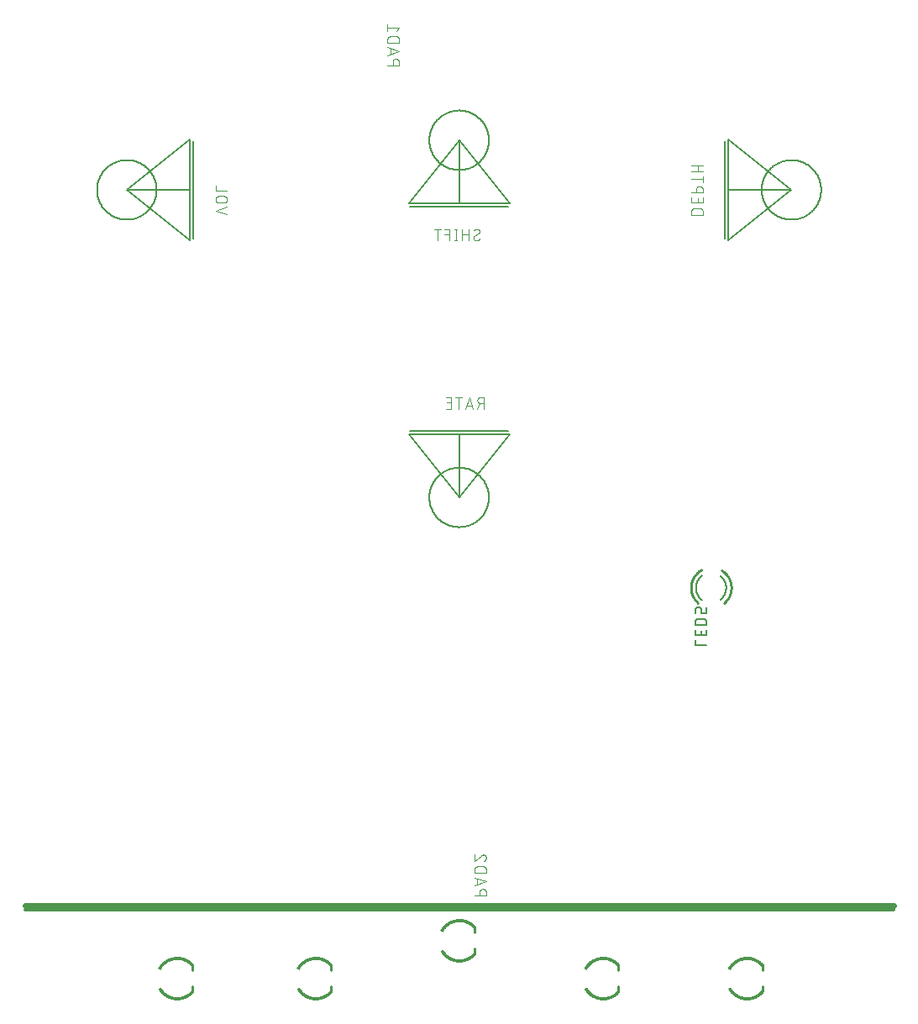
<source format=gbo>
G75*
%MOIN*%
%OFA0B0*%
%FSLAX25Y25*%
%IPPOS*%
%LPD*%
%AMOC8*
5,1,8,0,0,1.08239X$1,22.5*
%
%ADD10C,0.02400*%
%ADD11C,0.01181*%
%ADD12C,0.00500*%
%ADD13C,0.00800*%
%ADD14C,0.00400*%
%ADD15C,0.00600*%
%ADD16C,0.01000*%
%ADD17C,0.00100*%
D10*
X0036854Y0065139D02*
X0381500Y0065139D01*
D11*
X0381500Y0063583D02*
X0036854Y0063583D01*
X0036854Y0065139D02*
X0381500Y0065139D01*
D12*
X0307427Y0168610D02*
X0302927Y0168610D01*
X0302927Y0170610D01*
X0302927Y0172510D02*
X0307427Y0172510D01*
X0307427Y0174510D01*
X0307427Y0176400D02*
X0307427Y0177650D01*
X0307425Y0177718D01*
X0307420Y0177785D01*
X0307411Y0177852D01*
X0307398Y0177919D01*
X0307381Y0177984D01*
X0307362Y0178049D01*
X0307338Y0178113D01*
X0307311Y0178175D01*
X0307281Y0178236D01*
X0307248Y0178294D01*
X0307212Y0178351D01*
X0307172Y0178406D01*
X0307130Y0178459D01*
X0307084Y0178510D01*
X0307037Y0178557D01*
X0306986Y0178603D01*
X0306933Y0178645D01*
X0306878Y0178685D01*
X0306821Y0178721D01*
X0306763Y0178754D01*
X0306702Y0178784D01*
X0306640Y0178811D01*
X0306576Y0178835D01*
X0306511Y0178854D01*
X0306446Y0178871D01*
X0306379Y0178884D01*
X0306312Y0178893D01*
X0306245Y0178898D01*
X0306177Y0178900D01*
X0304177Y0178900D01*
X0304109Y0178898D01*
X0304042Y0178893D01*
X0303975Y0178884D01*
X0303908Y0178871D01*
X0303843Y0178854D01*
X0303778Y0178835D01*
X0303714Y0178811D01*
X0303652Y0178784D01*
X0303591Y0178754D01*
X0303533Y0178721D01*
X0303476Y0178685D01*
X0303421Y0178645D01*
X0303368Y0178603D01*
X0303317Y0178557D01*
X0303270Y0178510D01*
X0303224Y0178459D01*
X0303182Y0178406D01*
X0303142Y0178351D01*
X0303106Y0178294D01*
X0303073Y0178236D01*
X0303043Y0178175D01*
X0303016Y0178113D01*
X0302992Y0178049D01*
X0302973Y0177984D01*
X0302956Y0177919D01*
X0302943Y0177852D01*
X0302934Y0177785D01*
X0302929Y0177718D01*
X0302927Y0177650D01*
X0302927Y0176400D01*
X0307427Y0176400D01*
X0305427Y0174010D02*
X0305427Y0172510D01*
X0302927Y0172510D02*
X0302927Y0174510D01*
X0302927Y0181050D02*
X0302927Y0182550D01*
X0302929Y0182610D01*
X0302934Y0182671D01*
X0302943Y0182730D01*
X0302956Y0182789D01*
X0302972Y0182848D01*
X0302992Y0182905D01*
X0303015Y0182960D01*
X0303042Y0183015D01*
X0303071Y0183067D01*
X0303104Y0183118D01*
X0303140Y0183167D01*
X0303178Y0183213D01*
X0303220Y0183257D01*
X0303264Y0183299D01*
X0303310Y0183337D01*
X0303359Y0183373D01*
X0303410Y0183406D01*
X0303462Y0183435D01*
X0303517Y0183462D01*
X0303572Y0183485D01*
X0303629Y0183505D01*
X0303688Y0183521D01*
X0303747Y0183534D01*
X0303806Y0183543D01*
X0303867Y0183548D01*
X0303927Y0183550D01*
X0304427Y0183550D01*
X0304487Y0183548D01*
X0304548Y0183543D01*
X0304607Y0183534D01*
X0304666Y0183521D01*
X0304725Y0183505D01*
X0304782Y0183485D01*
X0304837Y0183462D01*
X0304892Y0183435D01*
X0304944Y0183406D01*
X0304995Y0183373D01*
X0305044Y0183337D01*
X0305090Y0183299D01*
X0305134Y0183257D01*
X0305176Y0183213D01*
X0305214Y0183167D01*
X0305250Y0183118D01*
X0305283Y0183067D01*
X0305312Y0183015D01*
X0305339Y0182960D01*
X0305362Y0182905D01*
X0305382Y0182848D01*
X0305398Y0182789D01*
X0305411Y0182730D01*
X0305420Y0182671D01*
X0305425Y0182610D01*
X0305427Y0182550D01*
X0305427Y0181050D01*
X0307427Y0181050D01*
X0307427Y0183550D01*
X0229177Y0252087D02*
X0209177Y0252087D01*
X0189177Y0252087D01*
X0209177Y0227087D01*
X0197366Y0227087D02*
X0197370Y0227377D01*
X0197380Y0227667D01*
X0197398Y0227956D01*
X0197423Y0228245D01*
X0197455Y0228533D01*
X0197494Y0228820D01*
X0197540Y0229106D01*
X0197593Y0229391D01*
X0197653Y0229675D01*
X0197720Y0229957D01*
X0197794Y0230237D01*
X0197875Y0230516D01*
X0197962Y0230792D01*
X0198056Y0231066D01*
X0198157Y0231338D01*
X0198265Y0231607D01*
X0198379Y0231873D01*
X0198500Y0232137D01*
X0198627Y0232397D01*
X0198761Y0232655D01*
X0198900Y0232909D01*
X0199046Y0233159D01*
X0199198Y0233406D01*
X0199357Y0233649D01*
X0199521Y0233888D01*
X0199690Y0234123D01*
X0199866Y0234354D01*
X0200047Y0234580D01*
X0200234Y0234802D01*
X0200426Y0235019D01*
X0200623Y0235231D01*
X0200825Y0235439D01*
X0201033Y0235641D01*
X0201245Y0235838D01*
X0201462Y0236030D01*
X0201684Y0236217D01*
X0201910Y0236398D01*
X0202141Y0236574D01*
X0202376Y0236743D01*
X0202615Y0236907D01*
X0202858Y0237066D01*
X0203105Y0237218D01*
X0203355Y0237364D01*
X0203609Y0237503D01*
X0203867Y0237637D01*
X0204127Y0237764D01*
X0204391Y0237885D01*
X0204657Y0237999D01*
X0204926Y0238107D01*
X0205198Y0238208D01*
X0205472Y0238302D01*
X0205748Y0238389D01*
X0206027Y0238470D01*
X0206307Y0238544D01*
X0206589Y0238611D01*
X0206873Y0238671D01*
X0207158Y0238724D01*
X0207444Y0238770D01*
X0207731Y0238809D01*
X0208019Y0238841D01*
X0208308Y0238866D01*
X0208597Y0238884D01*
X0208887Y0238894D01*
X0209177Y0238898D01*
X0209467Y0238894D01*
X0209757Y0238884D01*
X0210046Y0238866D01*
X0210335Y0238841D01*
X0210623Y0238809D01*
X0210910Y0238770D01*
X0211196Y0238724D01*
X0211481Y0238671D01*
X0211765Y0238611D01*
X0212047Y0238544D01*
X0212327Y0238470D01*
X0212606Y0238389D01*
X0212882Y0238302D01*
X0213156Y0238208D01*
X0213428Y0238107D01*
X0213697Y0237999D01*
X0213963Y0237885D01*
X0214227Y0237764D01*
X0214487Y0237637D01*
X0214745Y0237503D01*
X0214999Y0237364D01*
X0215249Y0237218D01*
X0215496Y0237066D01*
X0215739Y0236907D01*
X0215978Y0236743D01*
X0216213Y0236574D01*
X0216444Y0236398D01*
X0216670Y0236217D01*
X0216892Y0236030D01*
X0217109Y0235838D01*
X0217321Y0235641D01*
X0217529Y0235439D01*
X0217731Y0235231D01*
X0217928Y0235019D01*
X0218120Y0234802D01*
X0218307Y0234580D01*
X0218488Y0234354D01*
X0218664Y0234123D01*
X0218833Y0233888D01*
X0218997Y0233649D01*
X0219156Y0233406D01*
X0219308Y0233159D01*
X0219454Y0232909D01*
X0219593Y0232655D01*
X0219727Y0232397D01*
X0219854Y0232137D01*
X0219975Y0231873D01*
X0220089Y0231607D01*
X0220197Y0231338D01*
X0220298Y0231066D01*
X0220392Y0230792D01*
X0220479Y0230516D01*
X0220560Y0230237D01*
X0220634Y0229957D01*
X0220701Y0229675D01*
X0220761Y0229391D01*
X0220814Y0229106D01*
X0220860Y0228820D01*
X0220899Y0228533D01*
X0220931Y0228245D01*
X0220956Y0227956D01*
X0220974Y0227667D01*
X0220984Y0227377D01*
X0220988Y0227087D01*
X0220984Y0226797D01*
X0220974Y0226507D01*
X0220956Y0226218D01*
X0220931Y0225929D01*
X0220899Y0225641D01*
X0220860Y0225354D01*
X0220814Y0225068D01*
X0220761Y0224783D01*
X0220701Y0224499D01*
X0220634Y0224217D01*
X0220560Y0223937D01*
X0220479Y0223658D01*
X0220392Y0223382D01*
X0220298Y0223108D01*
X0220197Y0222836D01*
X0220089Y0222567D01*
X0219975Y0222301D01*
X0219854Y0222037D01*
X0219727Y0221777D01*
X0219593Y0221519D01*
X0219454Y0221265D01*
X0219308Y0221015D01*
X0219156Y0220768D01*
X0218997Y0220525D01*
X0218833Y0220286D01*
X0218664Y0220051D01*
X0218488Y0219820D01*
X0218307Y0219594D01*
X0218120Y0219372D01*
X0217928Y0219155D01*
X0217731Y0218943D01*
X0217529Y0218735D01*
X0217321Y0218533D01*
X0217109Y0218336D01*
X0216892Y0218144D01*
X0216670Y0217957D01*
X0216444Y0217776D01*
X0216213Y0217600D01*
X0215978Y0217431D01*
X0215739Y0217267D01*
X0215496Y0217108D01*
X0215249Y0216956D01*
X0214999Y0216810D01*
X0214745Y0216671D01*
X0214487Y0216537D01*
X0214227Y0216410D01*
X0213963Y0216289D01*
X0213697Y0216175D01*
X0213428Y0216067D01*
X0213156Y0215966D01*
X0212882Y0215872D01*
X0212606Y0215785D01*
X0212327Y0215704D01*
X0212047Y0215630D01*
X0211765Y0215563D01*
X0211481Y0215503D01*
X0211196Y0215450D01*
X0210910Y0215404D01*
X0210623Y0215365D01*
X0210335Y0215333D01*
X0210046Y0215308D01*
X0209757Y0215290D01*
X0209467Y0215280D01*
X0209177Y0215276D01*
X0208887Y0215280D01*
X0208597Y0215290D01*
X0208308Y0215308D01*
X0208019Y0215333D01*
X0207731Y0215365D01*
X0207444Y0215404D01*
X0207158Y0215450D01*
X0206873Y0215503D01*
X0206589Y0215563D01*
X0206307Y0215630D01*
X0206027Y0215704D01*
X0205748Y0215785D01*
X0205472Y0215872D01*
X0205198Y0215966D01*
X0204926Y0216067D01*
X0204657Y0216175D01*
X0204391Y0216289D01*
X0204127Y0216410D01*
X0203867Y0216537D01*
X0203609Y0216671D01*
X0203355Y0216810D01*
X0203105Y0216956D01*
X0202858Y0217108D01*
X0202615Y0217267D01*
X0202376Y0217431D01*
X0202141Y0217600D01*
X0201910Y0217776D01*
X0201684Y0217957D01*
X0201462Y0218144D01*
X0201245Y0218336D01*
X0201033Y0218533D01*
X0200825Y0218735D01*
X0200623Y0218943D01*
X0200426Y0219155D01*
X0200234Y0219372D01*
X0200047Y0219594D01*
X0199866Y0219820D01*
X0199690Y0220051D01*
X0199521Y0220286D01*
X0199357Y0220525D01*
X0199198Y0220768D01*
X0199046Y0221015D01*
X0198900Y0221265D01*
X0198761Y0221519D01*
X0198627Y0221777D01*
X0198500Y0222037D01*
X0198379Y0222301D01*
X0198265Y0222567D01*
X0198157Y0222836D01*
X0198056Y0223108D01*
X0197962Y0223382D01*
X0197875Y0223658D01*
X0197794Y0223937D01*
X0197720Y0224217D01*
X0197653Y0224499D01*
X0197593Y0224783D01*
X0197540Y0225068D01*
X0197494Y0225354D01*
X0197455Y0225641D01*
X0197423Y0225929D01*
X0197398Y0226218D01*
X0197380Y0226507D01*
X0197370Y0226797D01*
X0197366Y0227087D01*
X0209177Y0227087D02*
X0229177Y0252087D01*
X0209177Y0252087D02*
X0209177Y0227087D01*
X0316067Y0329135D02*
X0341067Y0349135D01*
X0329256Y0349135D02*
X0329260Y0349425D01*
X0329270Y0349715D01*
X0329288Y0350004D01*
X0329313Y0350293D01*
X0329345Y0350581D01*
X0329384Y0350868D01*
X0329430Y0351154D01*
X0329483Y0351439D01*
X0329543Y0351723D01*
X0329610Y0352005D01*
X0329684Y0352285D01*
X0329765Y0352564D01*
X0329852Y0352840D01*
X0329946Y0353114D01*
X0330047Y0353386D01*
X0330155Y0353655D01*
X0330269Y0353921D01*
X0330390Y0354185D01*
X0330517Y0354445D01*
X0330651Y0354703D01*
X0330790Y0354957D01*
X0330936Y0355207D01*
X0331088Y0355454D01*
X0331247Y0355697D01*
X0331411Y0355936D01*
X0331580Y0356171D01*
X0331756Y0356402D01*
X0331937Y0356628D01*
X0332124Y0356850D01*
X0332316Y0357067D01*
X0332513Y0357279D01*
X0332715Y0357487D01*
X0332923Y0357689D01*
X0333135Y0357886D01*
X0333352Y0358078D01*
X0333574Y0358265D01*
X0333800Y0358446D01*
X0334031Y0358622D01*
X0334266Y0358791D01*
X0334505Y0358955D01*
X0334748Y0359114D01*
X0334995Y0359266D01*
X0335245Y0359412D01*
X0335499Y0359551D01*
X0335757Y0359685D01*
X0336017Y0359812D01*
X0336281Y0359933D01*
X0336547Y0360047D01*
X0336816Y0360155D01*
X0337088Y0360256D01*
X0337362Y0360350D01*
X0337638Y0360437D01*
X0337917Y0360518D01*
X0338197Y0360592D01*
X0338479Y0360659D01*
X0338763Y0360719D01*
X0339048Y0360772D01*
X0339334Y0360818D01*
X0339621Y0360857D01*
X0339909Y0360889D01*
X0340198Y0360914D01*
X0340487Y0360932D01*
X0340777Y0360942D01*
X0341067Y0360946D01*
X0341357Y0360942D01*
X0341647Y0360932D01*
X0341936Y0360914D01*
X0342225Y0360889D01*
X0342513Y0360857D01*
X0342800Y0360818D01*
X0343086Y0360772D01*
X0343371Y0360719D01*
X0343655Y0360659D01*
X0343937Y0360592D01*
X0344217Y0360518D01*
X0344496Y0360437D01*
X0344772Y0360350D01*
X0345046Y0360256D01*
X0345318Y0360155D01*
X0345587Y0360047D01*
X0345853Y0359933D01*
X0346117Y0359812D01*
X0346377Y0359685D01*
X0346635Y0359551D01*
X0346889Y0359412D01*
X0347139Y0359266D01*
X0347386Y0359114D01*
X0347629Y0358955D01*
X0347868Y0358791D01*
X0348103Y0358622D01*
X0348334Y0358446D01*
X0348560Y0358265D01*
X0348782Y0358078D01*
X0348999Y0357886D01*
X0349211Y0357689D01*
X0349419Y0357487D01*
X0349621Y0357279D01*
X0349818Y0357067D01*
X0350010Y0356850D01*
X0350197Y0356628D01*
X0350378Y0356402D01*
X0350554Y0356171D01*
X0350723Y0355936D01*
X0350887Y0355697D01*
X0351046Y0355454D01*
X0351198Y0355207D01*
X0351344Y0354957D01*
X0351483Y0354703D01*
X0351617Y0354445D01*
X0351744Y0354185D01*
X0351865Y0353921D01*
X0351979Y0353655D01*
X0352087Y0353386D01*
X0352188Y0353114D01*
X0352282Y0352840D01*
X0352369Y0352564D01*
X0352450Y0352285D01*
X0352524Y0352005D01*
X0352591Y0351723D01*
X0352651Y0351439D01*
X0352704Y0351154D01*
X0352750Y0350868D01*
X0352789Y0350581D01*
X0352821Y0350293D01*
X0352846Y0350004D01*
X0352864Y0349715D01*
X0352874Y0349425D01*
X0352878Y0349135D01*
X0352874Y0348845D01*
X0352864Y0348555D01*
X0352846Y0348266D01*
X0352821Y0347977D01*
X0352789Y0347689D01*
X0352750Y0347402D01*
X0352704Y0347116D01*
X0352651Y0346831D01*
X0352591Y0346547D01*
X0352524Y0346265D01*
X0352450Y0345985D01*
X0352369Y0345706D01*
X0352282Y0345430D01*
X0352188Y0345156D01*
X0352087Y0344884D01*
X0351979Y0344615D01*
X0351865Y0344349D01*
X0351744Y0344085D01*
X0351617Y0343825D01*
X0351483Y0343567D01*
X0351344Y0343313D01*
X0351198Y0343063D01*
X0351046Y0342816D01*
X0350887Y0342573D01*
X0350723Y0342334D01*
X0350554Y0342099D01*
X0350378Y0341868D01*
X0350197Y0341642D01*
X0350010Y0341420D01*
X0349818Y0341203D01*
X0349621Y0340991D01*
X0349419Y0340783D01*
X0349211Y0340581D01*
X0348999Y0340384D01*
X0348782Y0340192D01*
X0348560Y0340005D01*
X0348334Y0339824D01*
X0348103Y0339648D01*
X0347868Y0339479D01*
X0347629Y0339315D01*
X0347386Y0339156D01*
X0347139Y0339004D01*
X0346889Y0338858D01*
X0346635Y0338719D01*
X0346377Y0338585D01*
X0346117Y0338458D01*
X0345853Y0338337D01*
X0345587Y0338223D01*
X0345318Y0338115D01*
X0345046Y0338014D01*
X0344772Y0337920D01*
X0344496Y0337833D01*
X0344217Y0337752D01*
X0343937Y0337678D01*
X0343655Y0337611D01*
X0343371Y0337551D01*
X0343086Y0337498D01*
X0342800Y0337452D01*
X0342513Y0337413D01*
X0342225Y0337381D01*
X0341936Y0337356D01*
X0341647Y0337338D01*
X0341357Y0337328D01*
X0341067Y0337324D01*
X0340777Y0337328D01*
X0340487Y0337338D01*
X0340198Y0337356D01*
X0339909Y0337381D01*
X0339621Y0337413D01*
X0339334Y0337452D01*
X0339048Y0337498D01*
X0338763Y0337551D01*
X0338479Y0337611D01*
X0338197Y0337678D01*
X0337917Y0337752D01*
X0337638Y0337833D01*
X0337362Y0337920D01*
X0337088Y0338014D01*
X0336816Y0338115D01*
X0336547Y0338223D01*
X0336281Y0338337D01*
X0336017Y0338458D01*
X0335757Y0338585D01*
X0335499Y0338719D01*
X0335245Y0338858D01*
X0334995Y0339004D01*
X0334748Y0339156D01*
X0334505Y0339315D01*
X0334266Y0339479D01*
X0334031Y0339648D01*
X0333800Y0339824D01*
X0333574Y0340005D01*
X0333352Y0340192D01*
X0333135Y0340384D01*
X0332923Y0340581D01*
X0332715Y0340783D01*
X0332513Y0340991D01*
X0332316Y0341203D01*
X0332124Y0341420D01*
X0331937Y0341642D01*
X0331756Y0341868D01*
X0331580Y0342099D01*
X0331411Y0342334D01*
X0331247Y0342573D01*
X0331088Y0342816D01*
X0330936Y0343063D01*
X0330790Y0343313D01*
X0330651Y0343567D01*
X0330517Y0343825D01*
X0330390Y0344085D01*
X0330269Y0344349D01*
X0330155Y0344615D01*
X0330047Y0344884D01*
X0329946Y0345156D01*
X0329852Y0345430D01*
X0329765Y0345706D01*
X0329684Y0345985D01*
X0329610Y0346265D01*
X0329543Y0346547D01*
X0329483Y0346831D01*
X0329430Y0347116D01*
X0329384Y0347402D01*
X0329345Y0347689D01*
X0329313Y0347977D01*
X0329288Y0348266D01*
X0329270Y0348555D01*
X0329260Y0348845D01*
X0329256Y0349135D01*
X0341067Y0349135D02*
X0316067Y0349135D01*
X0316067Y0369135D01*
X0341067Y0349135D01*
X0316067Y0349135D02*
X0316067Y0329135D01*
X0229177Y0343820D02*
X0209177Y0368820D01*
X0197366Y0368820D02*
X0197370Y0369110D01*
X0197380Y0369400D01*
X0197398Y0369689D01*
X0197423Y0369978D01*
X0197455Y0370266D01*
X0197494Y0370553D01*
X0197540Y0370839D01*
X0197593Y0371124D01*
X0197653Y0371408D01*
X0197720Y0371690D01*
X0197794Y0371970D01*
X0197875Y0372249D01*
X0197962Y0372525D01*
X0198056Y0372799D01*
X0198157Y0373071D01*
X0198265Y0373340D01*
X0198379Y0373606D01*
X0198500Y0373870D01*
X0198627Y0374130D01*
X0198761Y0374388D01*
X0198900Y0374642D01*
X0199046Y0374892D01*
X0199198Y0375139D01*
X0199357Y0375382D01*
X0199521Y0375621D01*
X0199690Y0375856D01*
X0199866Y0376087D01*
X0200047Y0376313D01*
X0200234Y0376535D01*
X0200426Y0376752D01*
X0200623Y0376964D01*
X0200825Y0377172D01*
X0201033Y0377374D01*
X0201245Y0377571D01*
X0201462Y0377763D01*
X0201684Y0377950D01*
X0201910Y0378131D01*
X0202141Y0378307D01*
X0202376Y0378476D01*
X0202615Y0378640D01*
X0202858Y0378799D01*
X0203105Y0378951D01*
X0203355Y0379097D01*
X0203609Y0379236D01*
X0203867Y0379370D01*
X0204127Y0379497D01*
X0204391Y0379618D01*
X0204657Y0379732D01*
X0204926Y0379840D01*
X0205198Y0379941D01*
X0205472Y0380035D01*
X0205748Y0380122D01*
X0206027Y0380203D01*
X0206307Y0380277D01*
X0206589Y0380344D01*
X0206873Y0380404D01*
X0207158Y0380457D01*
X0207444Y0380503D01*
X0207731Y0380542D01*
X0208019Y0380574D01*
X0208308Y0380599D01*
X0208597Y0380617D01*
X0208887Y0380627D01*
X0209177Y0380631D01*
X0209467Y0380627D01*
X0209757Y0380617D01*
X0210046Y0380599D01*
X0210335Y0380574D01*
X0210623Y0380542D01*
X0210910Y0380503D01*
X0211196Y0380457D01*
X0211481Y0380404D01*
X0211765Y0380344D01*
X0212047Y0380277D01*
X0212327Y0380203D01*
X0212606Y0380122D01*
X0212882Y0380035D01*
X0213156Y0379941D01*
X0213428Y0379840D01*
X0213697Y0379732D01*
X0213963Y0379618D01*
X0214227Y0379497D01*
X0214487Y0379370D01*
X0214745Y0379236D01*
X0214999Y0379097D01*
X0215249Y0378951D01*
X0215496Y0378799D01*
X0215739Y0378640D01*
X0215978Y0378476D01*
X0216213Y0378307D01*
X0216444Y0378131D01*
X0216670Y0377950D01*
X0216892Y0377763D01*
X0217109Y0377571D01*
X0217321Y0377374D01*
X0217529Y0377172D01*
X0217731Y0376964D01*
X0217928Y0376752D01*
X0218120Y0376535D01*
X0218307Y0376313D01*
X0218488Y0376087D01*
X0218664Y0375856D01*
X0218833Y0375621D01*
X0218997Y0375382D01*
X0219156Y0375139D01*
X0219308Y0374892D01*
X0219454Y0374642D01*
X0219593Y0374388D01*
X0219727Y0374130D01*
X0219854Y0373870D01*
X0219975Y0373606D01*
X0220089Y0373340D01*
X0220197Y0373071D01*
X0220298Y0372799D01*
X0220392Y0372525D01*
X0220479Y0372249D01*
X0220560Y0371970D01*
X0220634Y0371690D01*
X0220701Y0371408D01*
X0220761Y0371124D01*
X0220814Y0370839D01*
X0220860Y0370553D01*
X0220899Y0370266D01*
X0220931Y0369978D01*
X0220956Y0369689D01*
X0220974Y0369400D01*
X0220984Y0369110D01*
X0220988Y0368820D01*
X0220984Y0368530D01*
X0220974Y0368240D01*
X0220956Y0367951D01*
X0220931Y0367662D01*
X0220899Y0367374D01*
X0220860Y0367087D01*
X0220814Y0366801D01*
X0220761Y0366516D01*
X0220701Y0366232D01*
X0220634Y0365950D01*
X0220560Y0365670D01*
X0220479Y0365391D01*
X0220392Y0365115D01*
X0220298Y0364841D01*
X0220197Y0364569D01*
X0220089Y0364300D01*
X0219975Y0364034D01*
X0219854Y0363770D01*
X0219727Y0363510D01*
X0219593Y0363252D01*
X0219454Y0362998D01*
X0219308Y0362748D01*
X0219156Y0362501D01*
X0218997Y0362258D01*
X0218833Y0362019D01*
X0218664Y0361784D01*
X0218488Y0361553D01*
X0218307Y0361327D01*
X0218120Y0361105D01*
X0217928Y0360888D01*
X0217731Y0360676D01*
X0217529Y0360468D01*
X0217321Y0360266D01*
X0217109Y0360069D01*
X0216892Y0359877D01*
X0216670Y0359690D01*
X0216444Y0359509D01*
X0216213Y0359333D01*
X0215978Y0359164D01*
X0215739Y0359000D01*
X0215496Y0358841D01*
X0215249Y0358689D01*
X0214999Y0358543D01*
X0214745Y0358404D01*
X0214487Y0358270D01*
X0214227Y0358143D01*
X0213963Y0358022D01*
X0213697Y0357908D01*
X0213428Y0357800D01*
X0213156Y0357699D01*
X0212882Y0357605D01*
X0212606Y0357518D01*
X0212327Y0357437D01*
X0212047Y0357363D01*
X0211765Y0357296D01*
X0211481Y0357236D01*
X0211196Y0357183D01*
X0210910Y0357137D01*
X0210623Y0357098D01*
X0210335Y0357066D01*
X0210046Y0357041D01*
X0209757Y0357023D01*
X0209467Y0357013D01*
X0209177Y0357009D01*
X0208887Y0357013D01*
X0208597Y0357023D01*
X0208308Y0357041D01*
X0208019Y0357066D01*
X0207731Y0357098D01*
X0207444Y0357137D01*
X0207158Y0357183D01*
X0206873Y0357236D01*
X0206589Y0357296D01*
X0206307Y0357363D01*
X0206027Y0357437D01*
X0205748Y0357518D01*
X0205472Y0357605D01*
X0205198Y0357699D01*
X0204926Y0357800D01*
X0204657Y0357908D01*
X0204391Y0358022D01*
X0204127Y0358143D01*
X0203867Y0358270D01*
X0203609Y0358404D01*
X0203355Y0358543D01*
X0203105Y0358689D01*
X0202858Y0358841D01*
X0202615Y0359000D01*
X0202376Y0359164D01*
X0202141Y0359333D01*
X0201910Y0359509D01*
X0201684Y0359690D01*
X0201462Y0359877D01*
X0201245Y0360069D01*
X0201033Y0360266D01*
X0200825Y0360468D01*
X0200623Y0360676D01*
X0200426Y0360888D01*
X0200234Y0361105D01*
X0200047Y0361327D01*
X0199866Y0361553D01*
X0199690Y0361784D01*
X0199521Y0362019D01*
X0199357Y0362258D01*
X0199198Y0362501D01*
X0199046Y0362748D01*
X0198900Y0362998D01*
X0198761Y0363252D01*
X0198627Y0363510D01*
X0198500Y0363770D01*
X0198379Y0364034D01*
X0198265Y0364300D01*
X0198157Y0364569D01*
X0198056Y0364841D01*
X0197962Y0365115D01*
X0197875Y0365391D01*
X0197794Y0365670D01*
X0197720Y0365950D01*
X0197653Y0366232D01*
X0197593Y0366516D01*
X0197540Y0366801D01*
X0197494Y0367087D01*
X0197455Y0367374D01*
X0197423Y0367662D01*
X0197398Y0367951D01*
X0197380Y0368240D01*
X0197370Y0368530D01*
X0197366Y0368820D01*
X0209177Y0368820D02*
X0189177Y0343820D01*
X0209177Y0343820D01*
X0229177Y0343820D01*
X0209177Y0343820D02*
X0209177Y0368820D01*
X0102287Y0369135D02*
X0102287Y0349135D01*
X0102287Y0329135D01*
X0077287Y0349135D01*
X0065476Y0349135D02*
X0065480Y0349425D01*
X0065490Y0349715D01*
X0065508Y0350004D01*
X0065533Y0350293D01*
X0065565Y0350581D01*
X0065604Y0350868D01*
X0065650Y0351154D01*
X0065703Y0351439D01*
X0065763Y0351723D01*
X0065830Y0352005D01*
X0065904Y0352285D01*
X0065985Y0352564D01*
X0066072Y0352840D01*
X0066166Y0353114D01*
X0066267Y0353386D01*
X0066375Y0353655D01*
X0066489Y0353921D01*
X0066610Y0354185D01*
X0066737Y0354445D01*
X0066871Y0354703D01*
X0067010Y0354957D01*
X0067156Y0355207D01*
X0067308Y0355454D01*
X0067467Y0355697D01*
X0067631Y0355936D01*
X0067800Y0356171D01*
X0067976Y0356402D01*
X0068157Y0356628D01*
X0068344Y0356850D01*
X0068536Y0357067D01*
X0068733Y0357279D01*
X0068935Y0357487D01*
X0069143Y0357689D01*
X0069355Y0357886D01*
X0069572Y0358078D01*
X0069794Y0358265D01*
X0070020Y0358446D01*
X0070251Y0358622D01*
X0070486Y0358791D01*
X0070725Y0358955D01*
X0070968Y0359114D01*
X0071215Y0359266D01*
X0071465Y0359412D01*
X0071719Y0359551D01*
X0071977Y0359685D01*
X0072237Y0359812D01*
X0072501Y0359933D01*
X0072767Y0360047D01*
X0073036Y0360155D01*
X0073308Y0360256D01*
X0073582Y0360350D01*
X0073858Y0360437D01*
X0074137Y0360518D01*
X0074417Y0360592D01*
X0074699Y0360659D01*
X0074983Y0360719D01*
X0075268Y0360772D01*
X0075554Y0360818D01*
X0075841Y0360857D01*
X0076129Y0360889D01*
X0076418Y0360914D01*
X0076707Y0360932D01*
X0076997Y0360942D01*
X0077287Y0360946D01*
X0077577Y0360942D01*
X0077867Y0360932D01*
X0078156Y0360914D01*
X0078445Y0360889D01*
X0078733Y0360857D01*
X0079020Y0360818D01*
X0079306Y0360772D01*
X0079591Y0360719D01*
X0079875Y0360659D01*
X0080157Y0360592D01*
X0080437Y0360518D01*
X0080716Y0360437D01*
X0080992Y0360350D01*
X0081266Y0360256D01*
X0081538Y0360155D01*
X0081807Y0360047D01*
X0082073Y0359933D01*
X0082337Y0359812D01*
X0082597Y0359685D01*
X0082855Y0359551D01*
X0083109Y0359412D01*
X0083359Y0359266D01*
X0083606Y0359114D01*
X0083849Y0358955D01*
X0084088Y0358791D01*
X0084323Y0358622D01*
X0084554Y0358446D01*
X0084780Y0358265D01*
X0085002Y0358078D01*
X0085219Y0357886D01*
X0085431Y0357689D01*
X0085639Y0357487D01*
X0085841Y0357279D01*
X0086038Y0357067D01*
X0086230Y0356850D01*
X0086417Y0356628D01*
X0086598Y0356402D01*
X0086774Y0356171D01*
X0086943Y0355936D01*
X0087107Y0355697D01*
X0087266Y0355454D01*
X0087418Y0355207D01*
X0087564Y0354957D01*
X0087703Y0354703D01*
X0087837Y0354445D01*
X0087964Y0354185D01*
X0088085Y0353921D01*
X0088199Y0353655D01*
X0088307Y0353386D01*
X0088408Y0353114D01*
X0088502Y0352840D01*
X0088589Y0352564D01*
X0088670Y0352285D01*
X0088744Y0352005D01*
X0088811Y0351723D01*
X0088871Y0351439D01*
X0088924Y0351154D01*
X0088970Y0350868D01*
X0089009Y0350581D01*
X0089041Y0350293D01*
X0089066Y0350004D01*
X0089084Y0349715D01*
X0089094Y0349425D01*
X0089098Y0349135D01*
X0089094Y0348845D01*
X0089084Y0348555D01*
X0089066Y0348266D01*
X0089041Y0347977D01*
X0089009Y0347689D01*
X0088970Y0347402D01*
X0088924Y0347116D01*
X0088871Y0346831D01*
X0088811Y0346547D01*
X0088744Y0346265D01*
X0088670Y0345985D01*
X0088589Y0345706D01*
X0088502Y0345430D01*
X0088408Y0345156D01*
X0088307Y0344884D01*
X0088199Y0344615D01*
X0088085Y0344349D01*
X0087964Y0344085D01*
X0087837Y0343825D01*
X0087703Y0343567D01*
X0087564Y0343313D01*
X0087418Y0343063D01*
X0087266Y0342816D01*
X0087107Y0342573D01*
X0086943Y0342334D01*
X0086774Y0342099D01*
X0086598Y0341868D01*
X0086417Y0341642D01*
X0086230Y0341420D01*
X0086038Y0341203D01*
X0085841Y0340991D01*
X0085639Y0340783D01*
X0085431Y0340581D01*
X0085219Y0340384D01*
X0085002Y0340192D01*
X0084780Y0340005D01*
X0084554Y0339824D01*
X0084323Y0339648D01*
X0084088Y0339479D01*
X0083849Y0339315D01*
X0083606Y0339156D01*
X0083359Y0339004D01*
X0083109Y0338858D01*
X0082855Y0338719D01*
X0082597Y0338585D01*
X0082337Y0338458D01*
X0082073Y0338337D01*
X0081807Y0338223D01*
X0081538Y0338115D01*
X0081266Y0338014D01*
X0080992Y0337920D01*
X0080716Y0337833D01*
X0080437Y0337752D01*
X0080157Y0337678D01*
X0079875Y0337611D01*
X0079591Y0337551D01*
X0079306Y0337498D01*
X0079020Y0337452D01*
X0078733Y0337413D01*
X0078445Y0337381D01*
X0078156Y0337356D01*
X0077867Y0337338D01*
X0077577Y0337328D01*
X0077287Y0337324D01*
X0076997Y0337328D01*
X0076707Y0337338D01*
X0076418Y0337356D01*
X0076129Y0337381D01*
X0075841Y0337413D01*
X0075554Y0337452D01*
X0075268Y0337498D01*
X0074983Y0337551D01*
X0074699Y0337611D01*
X0074417Y0337678D01*
X0074137Y0337752D01*
X0073858Y0337833D01*
X0073582Y0337920D01*
X0073308Y0338014D01*
X0073036Y0338115D01*
X0072767Y0338223D01*
X0072501Y0338337D01*
X0072237Y0338458D01*
X0071977Y0338585D01*
X0071719Y0338719D01*
X0071465Y0338858D01*
X0071215Y0339004D01*
X0070968Y0339156D01*
X0070725Y0339315D01*
X0070486Y0339479D01*
X0070251Y0339648D01*
X0070020Y0339824D01*
X0069794Y0340005D01*
X0069572Y0340192D01*
X0069355Y0340384D01*
X0069143Y0340581D01*
X0068935Y0340783D01*
X0068733Y0340991D01*
X0068536Y0341203D01*
X0068344Y0341420D01*
X0068157Y0341642D01*
X0067976Y0341868D01*
X0067800Y0342099D01*
X0067631Y0342334D01*
X0067467Y0342573D01*
X0067308Y0342816D01*
X0067156Y0343063D01*
X0067010Y0343313D01*
X0066871Y0343567D01*
X0066737Y0343825D01*
X0066610Y0344085D01*
X0066489Y0344349D01*
X0066375Y0344615D01*
X0066267Y0344884D01*
X0066166Y0345156D01*
X0066072Y0345430D01*
X0065985Y0345706D01*
X0065904Y0345985D01*
X0065830Y0346265D01*
X0065763Y0346547D01*
X0065703Y0346831D01*
X0065650Y0347116D01*
X0065604Y0347402D01*
X0065565Y0347689D01*
X0065533Y0347977D01*
X0065508Y0348266D01*
X0065490Y0348555D01*
X0065480Y0348845D01*
X0065476Y0349135D01*
X0077287Y0349135D02*
X0102287Y0369135D01*
X0102287Y0349135D02*
X0077287Y0349135D01*
D13*
X0103783Y0329725D02*
X0103783Y0368544D01*
X0189768Y0342324D02*
X0228587Y0342324D01*
X0228587Y0253583D02*
X0189768Y0253583D01*
X0314571Y0329725D02*
X0314571Y0368544D01*
D14*
X0305867Y0358935D02*
X0301267Y0358935D01*
X0303822Y0358935D02*
X0303822Y0356379D01*
X0305867Y0356379D02*
X0301267Y0356379D01*
X0301267Y0353307D02*
X0305867Y0353307D01*
X0305867Y0352029D02*
X0305867Y0354585D01*
X0305867Y0349324D02*
X0305867Y0348046D01*
X0301267Y0348046D01*
X0301267Y0346132D02*
X0301267Y0344088D01*
X0305867Y0344088D01*
X0305867Y0346132D01*
X0303822Y0345621D02*
X0303822Y0344088D01*
X0304589Y0341835D02*
X0302545Y0341835D01*
X0302476Y0341833D01*
X0302407Y0341828D01*
X0302338Y0341818D01*
X0302270Y0341805D01*
X0302203Y0341788D01*
X0302137Y0341768D01*
X0302072Y0341744D01*
X0302008Y0341717D01*
X0301946Y0341686D01*
X0301886Y0341652D01*
X0301828Y0341615D01*
X0301772Y0341574D01*
X0301718Y0341531D01*
X0301666Y0341485D01*
X0301617Y0341436D01*
X0301571Y0341384D01*
X0301528Y0341330D01*
X0301487Y0341274D01*
X0301450Y0341216D01*
X0301416Y0341156D01*
X0301385Y0341094D01*
X0301358Y0341030D01*
X0301334Y0340965D01*
X0301314Y0340899D01*
X0301297Y0340832D01*
X0301284Y0340764D01*
X0301274Y0340695D01*
X0301269Y0340626D01*
X0301267Y0340557D01*
X0301267Y0339279D01*
X0305867Y0339279D01*
X0305867Y0340557D01*
X0305865Y0340626D01*
X0305860Y0340695D01*
X0305850Y0340764D01*
X0305837Y0340832D01*
X0305820Y0340899D01*
X0305800Y0340965D01*
X0305776Y0341030D01*
X0305749Y0341094D01*
X0305718Y0341156D01*
X0305684Y0341216D01*
X0305647Y0341274D01*
X0305606Y0341330D01*
X0305563Y0341384D01*
X0305517Y0341436D01*
X0305468Y0341485D01*
X0305416Y0341531D01*
X0305362Y0341574D01*
X0305306Y0341615D01*
X0305248Y0341652D01*
X0305188Y0341686D01*
X0305126Y0341717D01*
X0305062Y0341744D01*
X0304997Y0341768D01*
X0304931Y0341788D01*
X0304864Y0341805D01*
X0304796Y0341818D01*
X0304727Y0341828D01*
X0304658Y0341833D01*
X0304589Y0341835D01*
X0303311Y0348046D02*
X0303311Y0349324D01*
X0303313Y0349394D01*
X0303319Y0349465D01*
X0303328Y0349534D01*
X0303342Y0349603D01*
X0303359Y0349672D01*
X0303380Y0349739D01*
X0303405Y0349805D01*
X0303433Y0349869D01*
X0303465Y0349932D01*
X0303500Y0349993D01*
X0303539Y0350052D01*
X0303580Y0350109D01*
X0303625Y0350163D01*
X0303673Y0350215D01*
X0303723Y0350264D01*
X0303777Y0350311D01*
X0303832Y0350354D01*
X0303890Y0350394D01*
X0303950Y0350431D01*
X0304012Y0350464D01*
X0304076Y0350494D01*
X0304141Y0350521D01*
X0304207Y0350544D01*
X0304275Y0350563D01*
X0304344Y0350578D01*
X0304413Y0350590D01*
X0304483Y0350598D01*
X0304554Y0350602D01*
X0304624Y0350602D01*
X0304695Y0350598D01*
X0304765Y0350590D01*
X0304834Y0350578D01*
X0304903Y0350563D01*
X0304971Y0350544D01*
X0305037Y0350521D01*
X0305102Y0350494D01*
X0305166Y0350464D01*
X0305228Y0350431D01*
X0305288Y0350394D01*
X0305346Y0350354D01*
X0305401Y0350311D01*
X0305455Y0350264D01*
X0305505Y0350215D01*
X0305553Y0350163D01*
X0305598Y0350109D01*
X0305639Y0350052D01*
X0305678Y0349993D01*
X0305713Y0349932D01*
X0305745Y0349869D01*
X0305773Y0349805D01*
X0305798Y0349739D01*
X0305819Y0349672D01*
X0305836Y0349603D01*
X0305850Y0349534D01*
X0305859Y0349465D01*
X0305865Y0349394D01*
X0305867Y0349324D01*
X0216744Y0331703D02*
X0215338Y0330936D01*
X0215849Y0329020D02*
X0215939Y0329022D01*
X0216028Y0329027D01*
X0216117Y0329037D01*
X0216206Y0329050D01*
X0216294Y0329066D01*
X0216382Y0329087D01*
X0216468Y0329111D01*
X0216554Y0329138D01*
X0216638Y0329169D01*
X0216721Y0329204D01*
X0216802Y0329242D01*
X0216882Y0329283D01*
X0216959Y0329327D01*
X0217035Y0329375D01*
X0217109Y0329426D01*
X0217181Y0329480D01*
X0217251Y0329537D01*
X0217318Y0329596D01*
X0217382Y0329659D01*
X0215338Y0330936D02*
X0215284Y0330902D01*
X0215233Y0330865D01*
X0215184Y0330825D01*
X0215137Y0330782D01*
X0215094Y0330736D01*
X0215053Y0330688D01*
X0215015Y0330637D01*
X0214980Y0330584D01*
X0214948Y0330529D01*
X0214920Y0330472D01*
X0214896Y0330414D01*
X0214875Y0330354D01*
X0214858Y0330293D01*
X0214844Y0330231D01*
X0214835Y0330168D01*
X0214829Y0330105D01*
X0214827Y0330042D01*
X0214829Y0329980D01*
X0214834Y0329919D01*
X0214844Y0329858D01*
X0214857Y0329797D01*
X0214873Y0329738D01*
X0214893Y0329680D01*
X0214917Y0329623D01*
X0214944Y0329567D01*
X0214974Y0329513D01*
X0215008Y0329461D01*
X0215044Y0329412D01*
X0215084Y0329364D01*
X0215126Y0329319D01*
X0215171Y0329277D01*
X0215219Y0329237D01*
X0215268Y0329201D01*
X0215320Y0329167D01*
X0215374Y0329137D01*
X0215430Y0329110D01*
X0215487Y0329086D01*
X0215545Y0329066D01*
X0215604Y0329050D01*
X0215665Y0329037D01*
X0215726Y0329027D01*
X0215787Y0329022D01*
X0215849Y0329020D01*
X0215083Y0333237D02*
X0215150Y0333285D01*
X0215218Y0333330D01*
X0215289Y0333372D01*
X0215362Y0333410D01*
X0215436Y0333446D01*
X0215511Y0333479D01*
X0215588Y0333508D01*
X0215666Y0333534D01*
X0215745Y0333557D01*
X0215825Y0333576D01*
X0215906Y0333592D01*
X0215987Y0333604D01*
X0216069Y0333613D01*
X0216151Y0333618D01*
X0216233Y0333620D01*
X0216233Y0333619D02*
X0216295Y0333617D01*
X0216356Y0333612D01*
X0216417Y0333602D01*
X0216478Y0333589D01*
X0216537Y0333573D01*
X0216595Y0333553D01*
X0216652Y0333529D01*
X0216708Y0333502D01*
X0216762Y0333472D01*
X0216814Y0333438D01*
X0216863Y0333402D01*
X0216911Y0333362D01*
X0216956Y0333320D01*
X0216998Y0333275D01*
X0217038Y0333227D01*
X0217074Y0333178D01*
X0217108Y0333126D01*
X0217138Y0333072D01*
X0217165Y0333016D01*
X0217189Y0332959D01*
X0217209Y0332901D01*
X0217225Y0332842D01*
X0217238Y0332781D01*
X0217248Y0332720D01*
X0217253Y0332659D01*
X0217255Y0332597D01*
X0217253Y0332534D01*
X0217247Y0332471D01*
X0217238Y0332408D01*
X0217224Y0332346D01*
X0217207Y0332285D01*
X0217186Y0332225D01*
X0217162Y0332167D01*
X0217134Y0332110D01*
X0217102Y0332055D01*
X0217067Y0332002D01*
X0217029Y0331951D01*
X0216988Y0331903D01*
X0216945Y0331857D01*
X0216898Y0331814D01*
X0216849Y0331774D01*
X0216798Y0331737D01*
X0216744Y0331703D01*
X0212883Y0331575D02*
X0210327Y0331575D01*
X0210327Y0333620D02*
X0210327Y0329020D01*
X0208366Y0329020D02*
X0207344Y0329020D01*
X0207855Y0329020D02*
X0207855Y0333620D01*
X0208366Y0333620D02*
X0207344Y0333620D01*
X0205374Y0333620D02*
X0203329Y0333620D01*
X0201933Y0333620D02*
X0199377Y0333620D01*
X0200655Y0333620D02*
X0200655Y0329020D01*
X0203329Y0331575D02*
X0205374Y0331575D01*
X0205374Y0333620D02*
X0205374Y0329020D01*
X0212883Y0329020D02*
X0212883Y0333620D01*
X0213228Y0266887D02*
X0211695Y0262287D01*
X0212078Y0263437D02*
X0214378Y0263437D01*
X0214762Y0262287D02*
X0213228Y0266887D01*
X0210306Y0266887D02*
X0207751Y0266887D01*
X0209028Y0266887D02*
X0209028Y0262287D01*
X0205947Y0262287D02*
X0205947Y0266887D01*
X0203903Y0266887D01*
X0204414Y0264843D02*
X0205947Y0264843D01*
X0205947Y0262287D02*
X0203903Y0262287D01*
X0216422Y0262287D02*
X0217444Y0264332D01*
X0217699Y0264332D02*
X0218977Y0264332D01*
X0217699Y0264332D02*
X0217629Y0264334D01*
X0217558Y0264340D01*
X0217489Y0264349D01*
X0217420Y0264363D01*
X0217351Y0264380D01*
X0217284Y0264401D01*
X0217218Y0264426D01*
X0217154Y0264454D01*
X0217091Y0264486D01*
X0217030Y0264521D01*
X0216971Y0264560D01*
X0216914Y0264601D01*
X0216860Y0264646D01*
X0216808Y0264694D01*
X0216759Y0264744D01*
X0216712Y0264798D01*
X0216669Y0264853D01*
X0216629Y0264911D01*
X0216592Y0264971D01*
X0216559Y0265033D01*
X0216529Y0265097D01*
X0216502Y0265162D01*
X0216479Y0265228D01*
X0216460Y0265296D01*
X0216445Y0265365D01*
X0216433Y0265434D01*
X0216425Y0265504D01*
X0216421Y0265575D01*
X0216421Y0265645D01*
X0216425Y0265716D01*
X0216433Y0265786D01*
X0216445Y0265855D01*
X0216460Y0265924D01*
X0216479Y0265992D01*
X0216502Y0266058D01*
X0216529Y0266123D01*
X0216559Y0266187D01*
X0216592Y0266249D01*
X0216629Y0266309D01*
X0216669Y0266367D01*
X0216712Y0266422D01*
X0216759Y0266476D01*
X0216808Y0266526D01*
X0216860Y0266574D01*
X0216914Y0266619D01*
X0216971Y0266660D01*
X0217030Y0266699D01*
X0217091Y0266734D01*
X0217154Y0266766D01*
X0217218Y0266794D01*
X0217284Y0266819D01*
X0217351Y0266840D01*
X0217420Y0266857D01*
X0217489Y0266871D01*
X0217558Y0266880D01*
X0217629Y0266886D01*
X0217699Y0266888D01*
X0217699Y0266887D02*
X0218977Y0266887D01*
X0218977Y0262287D01*
X0117087Y0339335D02*
X0112487Y0340868D01*
X0117087Y0342401D01*
X0115810Y0344090D02*
X0113765Y0344090D01*
X0113695Y0344092D01*
X0113624Y0344098D01*
X0113555Y0344107D01*
X0113486Y0344121D01*
X0113417Y0344138D01*
X0113350Y0344159D01*
X0113284Y0344184D01*
X0113220Y0344212D01*
X0113157Y0344244D01*
X0113096Y0344279D01*
X0113037Y0344318D01*
X0112980Y0344359D01*
X0112926Y0344404D01*
X0112874Y0344452D01*
X0112825Y0344502D01*
X0112778Y0344556D01*
X0112735Y0344611D01*
X0112695Y0344669D01*
X0112658Y0344729D01*
X0112625Y0344791D01*
X0112595Y0344855D01*
X0112568Y0344920D01*
X0112545Y0344986D01*
X0112526Y0345054D01*
X0112511Y0345123D01*
X0112499Y0345192D01*
X0112491Y0345262D01*
X0112487Y0345333D01*
X0112487Y0345403D01*
X0112491Y0345474D01*
X0112499Y0345544D01*
X0112511Y0345613D01*
X0112526Y0345682D01*
X0112545Y0345750D01*
X0112568Y0345816D01*
X0112595Y0345881D01*
X0112625Y0345945D01*
X0112658Y0346007D01*
X0112695Y0346067D01*
X0112735Y0346125D01*
X0112778Y0346180D01*
X0112825Y0346234D01*
X0112874Y0346284D01*
X0112926Y0346332D01*
X0112980Y0346377D01*
X0113037Y0346418D01*
X0113096Y0346457D01*
X0113157Y0346492D01*
X0113220Y0346524D01*
X0113284Y0346552D01*
X0113350Y0346577D01*
X0113417Y0346598D01*
X0113486Y0346615D01*
X0113555Y0346629D01*
X0113624Y0346638D01*
X0113695Y0346644D01*
X0113765Y0346646D01*
X0115810Y0346646D01*
X0115880Y0346644D01*
X0115951Y0346638D01*
X0116020Y0346629D01*
X0116089Y0346615D01*
X0116158Y0346598D01*
X0116225Y0346577D01*
X0116291Y0346552D01*
X0116355Y0346524D01*
X0116418Y0346492D01*
X0116479Y0346457D01*
X0116538Y0346418D01*
X0116595Y0346377D01*
X0116649Y0346332D01*
X0116701Y0346284D01*
X0116750Y0346234D01*
X0116797Y0346180D01*
X0116840Y0346125D01*
X0116880Y0346067D01*
X0116917Y0346007D01*
X0116950Y0345945D01*
X0116980Y0345881D01*
X0117007Y0345816D01*
X0117030Y0345750D01*
X0117049Y0345682D01*
X0117064Y0345613D01*
X0117076Y0345544D01*
X0117084Y0345474D01*
X0117088Y0345403D01*
X0117088Y0345333D01*
X0117084Y0345262D01*
X0117076Y0345192D01*
X0117064Y0345123D01*
X0117049Y0345054D01*
X0117030Y0344986D01*
X0117007Y0344920D01*
X0116980Y0344855D01*
X0116950Y0344791D01*
X0116917Y0344729D01*
X0116880Y0344669D01*
X0116840Y0344611D01*
X0116797Y0344556D01*
X0116750Y0344502D01*
X0116701Y0344452D01*
X0116649Y0344404D01*
X0116595Y0344359D01*
X0116538Y0344318D01*
X0116479Y0344279D01*
X0116418Y0344244D01*
X0116355Y0344212D01*
X0116291Y0344184D01*
X0116225Y0344159D01*
X0116158Y0344138D01*
X0116089Y0344121D01*
X0116020Y0344107D01*
X0115951Y0344098D01*
X0115880Y0344092D01*
X0115810Y0344090D01*
X0117087Y0348749D02*
X0112487Y0348749D01*
X0112487Y0350794D01*
X0180775Y0398547D02*
X0185375Y0398547D01*
X0185375Y0399825D01*
X0185373Y0399895D01*
X0185367Y0399966D01*
X0185358Y0400035D01*
X0185344Y0400104D01*
X0185327Y0400173D01*
X0185306Y0400240D01*
X0185281Y0400306D01*
X0185253Y0400370D01*
X0185221Y0400433D01*
X0185186Y0400494D01*
X0185147Y0400553D01*
X0185106Y0400610D01*
X0185061Y0400664D01*
X0185013Y0400716D01*
X0184963Y0400765D01*
X0184909Y0400812D01*
X0184854Y0400855D01*
X0184796Y0400895D01*
X0184736Y0400932D01*
X0184674Y0400965D01*
X0184610Y0400995D01*
X0184545Y0401022D01*
X0184479Y0401045D01*
X0184411Y0401064D01*
X0184342Y0401079D01*
X0184273Y0401091D01*
X0184203Y0401099D01*
X0184132Y0401103D01*
X0184062Y0401103D01*
X0183991Y0401099D01*
X0183921Y0401091D01*
X0183852Y0401079D01*
X0183783Y0401064D01*
X0183715Y0401045D01*
X0183649Y0401022D01*
X0183584Y0400995D01*
X0183520Y0400965D01*
X0183458Y0400932D01*
X0183398Y0400895D01*
X0183340Y0400855D01*
X0183285Y0400812D01*
X0183231Y0400765D01*
X0183181Y0400716D01*
X0183133Y0400664D01*
X0183088Y0400610D01*
X0183047Y0400553D01*
X0183008Y0400494D01*
X0182973Y0400433D01*
X0182941Y0400370D01*
X0182913Y0400306D01*
X0182888Y0400240D01*
X0182867Y0400173D01*
X0182850Y0400104D01*
X0182836Y0400035D01*
X0182827Y0399966D01*
X0182821Y0399895D01*
X0182819Y0399825D01*
X0182819Y0398547D01*
X0181925Y0402958D02*
X0181925Y0405258D01*
X0180775Y0405642D02*
X0185375Y0404108D01*
X0180775Y0402575D01*
X0180775Y0407481D02*
X0180775Y0408758D01*
X0180775Y0407481D02*
X0185375Y0407481D01*
X0185375Y0408758D01*
X0185373Y0408827D01*
X0185368Y0408896D01*
X0185358Y0408965D01*
X0185345Y0409033D01*
X0185328Y0409100D01*
X0185308Y0409166D01*
X0185284Y0409231D01*
X0185257Y0409295D01*
X0185226Y0409357D01*
X0185192Y0409417D01*
X0185155Y0409475D01*
X0185114Y0409531D01*
X0185071Y0409585D01*
X0185025Y0409637D01*
X0184976Y0409686D01*
X0184924Y0409732D01*
X0184870Y0409775D01*
X0184814Y0409816D01*
X0184756Y0409853D01*
X0184696Y0409887D01*
X0184634Y0409918D01*
X0184570Y0409945D01*
X0184505Y0409969D01*
X0184439Y0409989D01*
X0184372Y0410006D01*
X0184304Y0410019D01*
X0184235Y0410029D01*
X0184166Y0410034D01*
X0184097Y0410036D01*
X0182053Y0410036D01*
X0181984Y0410034D01*
X0181915Y0410029D01*
X0181846Y0410019D01*
X0181778Y0410006D01*
X0181711Y0409989D01*
X0181645Y0409969D01*
X0181580Y0409945D01*
X0181516Y0409918D01*
X0181454Y0409887D01*
X0181394Y0409853D01*
X0181336Y0409816D01*
X0181280Y0409775D01*
X0181226Y0409732D01*
X0181174Y0409686D01*
X0181125Y0409637D01*
X0181079Y0409585D01*
X0181036Y0409531D01*
X0180995Y0409475D01*
X0180958Y0409417D01*
X0180924Y0409357D01*
X0180893Y0409295D01*
X0180866Y0409231D01*
X0180842Y0409166D01*
X0180822Y0409100D01*
X0180805Y0409033D01*
X0180792Y0408965D01*
X0180782Y0408896D01*
X0180777Y0408827D01*
X0180775Y0408758D01*
X0180775Y0412131D02*
X0180775Y0414686D01*
X0180775Y0413408D02*
X0185375Y0413408D01*
X0184353Y0412131D01*
X0215283Y0085296D02*
X0215283Y0082741D01*
X0217838Y0084913D01*
X0219882Y0084146D02*
X0219880Y0084072D01*
X0219875Y0083998D01*
X0219865Y0083924D01*
X0219852Y0083851D01*
X0219836Y0083778D01*
X0219815Y0083707D01*
X0219791Y0083637D01*
X0219764Y0083568D01*
X0219733Y0083500D01*
X0219699Y0083434D01*
X0219662Y0083370D01*
X0219621Y0083308D01*
X0219577Y0083248D01*
X0219531Y0083190D01*
X0219481Y0083134D01*
X0219429Y0083081D01*
X0219374Y0083031D01*
X0219317Y0082984D01*
X0219257Y0082940D01*
X0219195Y0082898D01*
X0219132Y0082860D01*
X0219066Y0082825D01*
X0218999Y0082794D01*
X0218930Y0082766D01*
X0218860Y0082741D01*
X0217839Y0084913D02*
X0217886Y0084960D01*
X0217936Y0085004D01*
X0217988Y0085046D01*
X0218042Y0085085D01*
X0218098Y0085120D01*
X0218156Y0085153D01*
X0218216Y0085183D01*
X0218277Y0085209D01*
X0218340Y0085232D01*
X0218404Y0085251D01*
X0218468Y0085267D01*
X0218534Y0085280D01*
X0218600Y0085289D01*
X0218666Y0085294D01*
X0218733Y0085296D01*
X0218800Y0085294D01*
X0218867Y0085288D01*
X0218933Y0085279D01*
X0218998Y0085265D01*
X0219063Y0085248D01*
X0219126Y0085227D01*
X0219188Y0085202D01*
X0219249Y0085174D01*
X0219308Y0085142D01*
X0219365Y0085107D01*
X0219420Y0085068D01*
X0219472Y0085027D01*
X0219522Y0084982D01*
X0219569Y0084935D01*
X0219614Y0084885D01*
X0219655Y0084833D01*
X0219694Y0084778D01*
X0219729Y0084721D01*
X0219761Y0084662D01*
X0219789Y0084601D01*
X0219814Y0084539D01*
X0219835Y0084476D01*
X0219852Y0084411D01*
X0219866Y0084346D01*
X0219875Y0084280D01*
X0219881Y0084213D01*
X0219883Y0084146D01*
X0218605Y0080646D02*
X0216560Y0080646D01*
X0216560Y0080647D02*
X0216491Y0080645D01*
X0216422Y0080640D01*
X0216353Y0080630D01*
X0216285Y0080617D01*
X0216218Y0080600D01*
X0216152Y0080580D01*
X0216087Y0080556D01*
X0216023Y0080529D01*
X0215961Y0080498D01*
X0215901Y0080464D01*
X0215843Y0080427D01*
X0215787Y0080386D01*
X0215733Y0080343D01*
X0215681Y0080297D01*
X0215632Y0080248D01*
X0215586Y0080196D01*
X0215543Y0080142D01*
X0215502Y0080086D01*
X0215465Y0080028D01*
X0215431Y0079968D01*
X0215400Y0079906D01*
X0215373Y0079842D01*
X0215349Y0079777D01*
X0215329Y0079711D01*
X0215312Y0079644D01*
X0215299Y0079576D01*
X0215289Y0079507D01*
X0215284Y0079438D01*
X0215282Y0079369D01*
X0215283Y0079369D02*
X0215283Y0078091D01*
X0219883Y0078091D01*
X0219883Y0079369D01*
X0219881Y0079438D01*
X0219876Y0079507D01*
X0219866Y0079576D01*
X0219853Y0079644D01*
X0219836Y0079711D01*
X0219816Y0079777D01*
X0219792Y0079842D01*
X0219765Y0079906D01*
X0219734Y0079968D01*
X0219700Y0080028D01*
X0219663Y0080086D01*
X0219622Y0080142D01*
X0219579Y0080196D01*
X0219533Y0080248D01*
X0219484Y0080297D01*
X0219432Y0080343D01*
X0219378Y0080386D01*
X0219322Y0080427D01*
X0219264Y0080464D01*
X0219204Y0080498D01*
X0219142Y0080529D01*
X0219078Y0080556D01*
X0219013Y0080580D01*
X0218947Y0080600D01*
X0218880Y0080617D01*
X0218812Y0080630D01*
X0218743Y0080640D01*
X0218674Y0080645D01*
X0218605Y0080647D01*
X0216433Y0075869D02*
X0216433Y0073569D01*
X0215283Y0073185D02*
X0219883Y0074719D01*
X0215283Y0076252D01*
X0217327Y0070435D02*
X0217327Y0069157D01*
X0217327Y0070435D02*
X0217329Y0070505D01*
X0217335Y0070576D01*
X0217344Y0070645D01*
X0217358Y0070714D01*
X0217375Y0070783D01*
X0217396Y0070850D01*
X0217421Y0070916D01*
X0217449Y0070980D01*
X0217481Y0071043D01*
X0217516Y0071104D01*
X0217555Y0071163D01*
X0217596Y0071220D01*
X0217641Y0071274D01*
X0217689Y0071326D01*
X0217739Y0071375D01*
X0217793Y0071422D01*
X0217848Y0071465D01*
X0217906Y0071505D01*
X0217966Y0071542D01*
X0218028Y0071575D01*
X0218092Y0071605D01*
X0218157Y0071632D01*
X0218223Y0071655D01*
X0218291Y0071674D01*
X0218360Y0071689D01*
X0218429Y0071701D01*
X0218499Y0071709D01*
X0218570Y0071713D01*
X0218640Y0071713D01*
X0218711Y0071709D01*
X0218781Y0071701D01*
X0218850Y0071689D01*
X0218919Y0071674D01*
X0218987Y0071655D01*
X0219053Y0071632D01*
X0219118Y0071605D01*
X0219182Y0071575D01*
X0219244Y0071542D01*
X0219304Y0071505D01*
X0219362Y0071465D01*
X0219417Y0071422D01*
X0219471Y0071375D01*
X0219521Y0071326D01*
X0219569Y0071274D01*
X0219614Y0071220D01*
X0219655Y0071163D01*
X0219694Y0071104D01*
X0219729Y0071043D01*
X0219761Y0070980D01*
X0219789Y0070916D01*
X0219814Y0070850D01*
X0219835Y0070783D01*
X0219852Y0070714D01*
X0219866Y0070645D01*
X0219875Y0070576D01*
X0219881Y0070505D01*
X0219883Y0070435D01*
X0219883Y0069157D01*
X0215283Y0069157D01*
D15*
X0315177Y0191300D02*
X0315175Y0191452D01*
X0315169Y0191603D01*
X0315160Y0191754D01*
X0315146Y0191906D01*
X0315129Y0192056D01*
X0315108Y0192206D01*
X0315083Y0192356D01*
X0315055Y0192505D01*
X0315022Y0192653D01*
X0314986Y0192800D01*
X0314947Y0192947D01*
X0314903Y0193092D01*
X0314856Y0193236D01*
X0314805Y0193379D01*
X0314751Y0193520D01*
X0314693Y0193661D01*
X0314632Y0193799D01*
X0314567Y0193936D01*
X0314498Y0194072D01*
X0314427Y0194205D01*
X0314352Y0194337D01*
X0314273Y0194467D01*
X0314192Y0194594D01*
X0314107Y0194720D01*
X0314019Y0194844D01*
X0313928Y0194965D01*
X0313834Y0195084D01*
X0313736Y0195200D01*
X0313636Y0195314D01*
X0313534Y0195426D01*
X0313428Y0195534D01*
X0313320Y0195640D01*
X0313209Y0195744D01*
X0313095Y0195844D01*
X0312979Y0195942D01*
X0312860Y0196036D01*
X0303177Y0191300D02*
X0303179Y0191146D01*
X0303185Y0190992D01*
X0303195Y0190838D01*
X0303209Y0190684D01*
X0303226Y0190531D01*
X0303248Y0190379D01*
X0303274Y0190227D01*
X0303303Y0190075D01*
X0303337Y0189925D01*
X0303374Y0189775D01*
X0303415Y0189627D01*
X0303460Y0189479D01*
X0303509Y0189333D01*
X0303561Y0189188D01*
X0303617Y0189045D01*
X0303677Y0188902D01*
X0303740Y0188762D01*
X0303807Y0188623D01*
X0303878Y0188486D01*
X0303952Y0188351D01*
X0304029Y0188218D01*
X0304110Y0188086D01*
X0304194Y0187957D01*
X0304282Y0187830D01*
X0304373Y0187706D01*
X0304466Y0187584D01*
X0304564Y0187464D01*
X0304664Y0187347D01*
X0304767Y0187232D01*
X0304873Y0187120D01*
X0304981Y0187011D01*
X0305093Y0186905D01*
X0305207Y0186801D01*
X0305324Y0186701D01*
X0305443Y0186603D01*
X0305565Y0186509D01*
X0305690Y0186418D01*
X0303177Y0191300D02*
X0303179Y0191450D01*
X0303185Y0191601D01*
X0303194Y0191751D01*
X0303207Y0191900D01*
X0303224Y0192050D01*
X0303245Y0192199D01*
X0303269Y0192347D01*
X0303297Y0192495D01*
X0303329Y0192642D01*
X0303364Y0192788D01*
X0303404Y0192933D01*
X0303446Y0193077D01*
X0303493Y0193220D01*
X0303543Y0193362D01*
X0303596Y0193503D01*
X0303653Y0193642D01*
X0303713Y0193780D01*
X0303777Y0193916D01*
X0303844Y0194050D01*
X0303915Y0194183D01*
X0303989Y0194314D01*
X0304066Y0194443D01*
X0304147Y0194570D01*
X0304230Y0194695D01*
X0304317Y0194818D01*
X0304406Y0194939D01*
X0304499Y0195057D01*
X0304595Y0195173D01*
X0304693Y0195287D01*
X0304794Y0195398D01*
X0304899Y0195507D01*
X0305005Y0195612D01*
X0305115Y0195716D01*
X0305227Y0195816D01*
X0305341Y0195914D01*
X0305458Y0196008D01*
X0305577Y0196100D01*
X0315177Y0191300D02*
X0315175Y0191148D01*
X0315169Y0190997D01*
X0315160Y0190846D01*
X0315146Y0190694D01*
X0315129Y0190544D01*
X0315108Y0190394D01*
X0315083Y0190244D01*
X0315055Y0190095D01*
X0315022Y0189947D01*
X0314986Y0189800D01*
X0314947Y0189653D01*
X0314903Y0189508D01*
X0314856Y0189364D01*
X0314805Y0189221D01*
X0314751Y0189080D01*
X0314693Y0188939D01*
X0314632Y0188801D01*
X0314567Y0188664D01*
X0314498Y0188528D01*
X0314427Y0188395D01*
X0314352Y0188263D01*
X0314273Y0188133D01*
X0314192Y0188006D01*
X0314107Y0187880D01*
X0314019Y0187756D01*
X0313928Y0187635D01*
X0313834Y0187516D01*
X0313736Y0187400D01*
X0313636Y0187286D01*
X0313534Y0187174D01*
X0313428Y0187066D01*
X0313320Y0186960D01*
X0313209Y0186856D01*
X0313095Y0186756D01*
X0312979Y0186658D01*
X0312860Y0186564D01*
D16*
X0301177Y0191300D02*
X0301179Y0191492D01*
X0301186Y0191684D01*
X0301198Y0191876D01*
X0301214Y0192068D01*
X0301235Y0192259D01*
X0301260Y0192449D01*
X0301290Y0192639D01*
X0301324Y0192828D01*
X0301363Y0193016D01*
X0301407Y0193203D01*
X0301455Y0193389D01*
X0301507Y0193574D01*
X0301564Y0193758D01*
X0301625Y0193940D01*
X0301691Y0194120D01*
X0301761Y0194299D01*
X0301835Y0194477D01*
X0301913Y0194652D01*
X0301996Y0194826D01*
X0302083Y0194997D01*
X0302173Y0195166D01*
X0302268Y0195333D01*
X0302367Y0195498D01*
X0302470Y0195661D01*
X0302577Y0195820D01*
X0302687Y0195978D01*
X0302801Y0196132D01*
X0302919Y0196284D01*
X0303041Y0196433D01*
X0303166Y0196579D01*
X0303294Y0196721D01*
X0303426Y0196861D01*
X0303561Y0196998D01*
X0303700Y0197131D01*
X0303841Y0197261D01*
X0303986Y0197387D01*
X0304134Y0197510D01*
X0304284Y0197629D01*
X0304438Y0197745D01*
X0304594Y0197857D01*
X0304753Y0197965D01*
X0304914Y0198070D01*
X0305078Y0198170D01*
X0305244Y0198266D01*
X0305412Y0198359D01*
X0313146Y0198246D02*
X0313315Y0198147D01*
X0313481Y0198043D01*
X0313645Y0197936D01*
X0313806Y0197825D01*
X0313964Y0197710D01*
X0314119Y0197591D01*
X0314272Y0197468D01*
X0314421Y0197342D01*
X0314567Y0197212D01*
X0314710Y0197078D01*
X0314850Y0196941D01*
X0314986Y0196801D01*
X0315119Y0196657D01*
X0315248Y0196510D01*
X0315374Y0196360D01*
X0315495Y0196207D01*
X0315614Y0196051D01*
X0315728Y0195892D01*
X0315838Y0195731D01*
X0315944Y0195566D01*
X0316047Y0195400D01*
X0316145Y0195230D01*
X0316239Y0195059D01*
X0316329Y0194885D01*
X0316414Y0194709D01*
X0316496Y0194531D01*
X0316572Y0194351D01*
X0316645Y0194169D01*
X0316713Y0193986D01*
X0316776Y0193801D01*
X0316835Y0193614D01*
X0316889Y0193426D01*
X0316939Y0193237D01*
X0316984Y0193047D01*
X0317024Y0192855D01*
X0317060Y0192663D01*
X0317091Y0192470D01*
X0317117Y0192276D01*
X0317139Y0192081D01*
X0317155Y0191886D01*
X0317167Y0191691D01*
X0317175Y0191495D01*
X0317177Y0191300D01*
X0317175Y0191107D01*
X0317168Y0190914D01*
X0317156Y0190722D01*
X0317140Y0190529D01*
X0317119Y0190337D01*
X0317093Y0190146D01*
X0317063Y0189956D01*
X0317028Y0189766D01*
X0316989Y0189577D01*
X0316945Y0189389D01*
X0316897Y0189202D01*
X0316844Y0189016D01*
X0316787Y0188832D01*
X0316725Y0188649D01*
X0316659Y0188468D01*
X0316588Y0188288D01*
X0316514Y0188110D01*
X0316435Y0187934D01*
X0316351Y0187760D01*
X0316264Y0187588D01*
X0316172Y0187418D01*
X0316076Y0187251D01*
X0315977Y0187085D01*
X0315873Y0186922D01*
X0315766Y0186762D01*
X0315654Y0186605D01*
X0315539Y0186450D01*
X0315420Y0186298D01*
X0315298Y0186149D01*
X0315172Y0186002D01*
X0315042Y0185859D01*
X0314909Y0185719D01*
X0314773Y0185583D01*
X0314633Y0185449D01*
X0314491Y0185320D01*
X0314345Y0185193D01*
X0304055Y0185154D02*
X0303907Y0185281D01*
X0303762Y0185411D01*
X0303621Y0185544D01*
X0303482Y0185681D01*
X0303347Y0185821D01*
X0303216Y0185965D01*
X0303088Y0186112D01*
X0302963Y0186261D01*
X0302842Y0186414D01*
X0302725Y0186569D01*
X0302612Y0186728D01*
X0302503Y0186889D01*
X0302398Y0187053D01*
X0302296Y0187219D01*
X0302199Y0187388D01*
X0302106Y0187558D01*
X0302017Y0187732D01*
X0301932Y0187907D01*
X0301852Y0188084D01*
X0301776Y0188263D01*
X0301704Y0188444D01*
X0301637Y0188627D01*
X0301574Y0188811D01*
X0301516Y0188997D01*
X0301462Y0189184D01*
X0301413Y0189372D01*
X0301368Y0189562D01*
X0301328Y0189752D01*
X0301293Y0189944D01*
X0301262Y0190136D01*
X0301236Y0190329D01*
X0301215Y0190523D01*
X0301198Y0190717D01*
X0301186Y0190911D01*
X0301179Y0191105D01*
X0301177Y0191300D01*
X0215377Y0056400D02*
X0215377Y0054400D01*
X0215377Y0048000D02*
X0215377Y0046200D01*
X0158369Y0041400D02*
X0158369Y0039400D01*
X0158369Y0033000D02*
X0158369Y0031200D01*
X0103369Y0031200D02*
X0103369Y0033000D01*
X0103369Y0039400D02*
X0103369Y0041400D01*
X0272464Y0041400D02*
X0272464Y0039400D01*
X0272464Y0033000D02*
X0272464Y0031200D01*
X0329550Y0031200D02*
X0329550Y0033000D01*
X0329550Y0039400D02*
X0329550Y0041400D01*
D17*
X0323301Y0044749D02*
X0323301Y0043849D01*
X0323301Y0043850D02*
X0323118Y0043846D01*
X0322935Y0043839D01*
X0322752Y0043826D01*
X0322569Y0043809D01*
X0322387Y0043788D01*
X0322206Y0043763D01*
X0322025Y0043733D01*
X0321845Y0043698D01*
X0321666Y0043660D01*
X0321488Y0043617D01*
X0321311Y0043569D01*
X0321136Y0043518D01*
X0320961Y0043462D01*
X0320788Y0043402D01*
X0320617Y0043337D01*
X0320447Y0043269D01*
X0320278Y0043197D01*
X0320112Y0043120D01*
X0319948Y0043039D01*
X0319785Y0042955D01*
X0319625Y0042866D01*
X0319466Y0042774D01*
X0319310Y0042678D01*
X0319157Y0042578D01*
X0319006Y0042474D01*
X0318857Y0042367D01*
X0318711Y0042256D01*
X0318568Y0042142D01*
X0318428Y0042024D01*
X0318291Y0041903D01*
X0318156Y0041779D01*
X0318025Y0041651D01*
X0317896Y0041520D01*
X0317771Y0041386D01*
X0317650Y0041250D01*
X0317531Y0041110D01*
X0317416Y0040967D01*
X0317305Y0040822D01*
X0317197Y0040674D01*
X0317093Y0040523D01*
X0316992Y0040370D01*
X0316895Y0040215D01*
X0316802Y0040057D01*
X0316713Y0039897D01*
X0315919Y0040320D01*
X0316019Y0040500D01*
X0316123Y0040677D01*
X0316231Y0040851D01*
X0316344Y0041023D01*
X0316461Y0041191D01*
X0316582Y0041357D01*
X0316706Y0041520D01*
X0316835Y0041680D01*
X0316968Y0041837D01*
X0317104Y0041990D01*
X0317244Y0042140D01*
X0317388Y0042287D01*
X0317535Y0042430D01*
X0317686Y0042570D01*
X0317840Y0042705D01*
X0317997Y0042837D01*
X0318157Y0042965D01*
X0318321Y0043090D01*
X0318487Y0043210D01*
X0318657Y0043326D01*
X0318829Y0043438D01*
X0319003Y0043546D01*
X0319181Y0043649D01*
X0319360Y0043748D01*
X0319543Y0043843D01*
X0319727Y0043933D01*
X0319913Y0044019D01*
X0320102Y0044100D01*
X0320292Y0044177D01*
X0320485Y0044249D01*
X0320679Y0044316D01*
X0320874Y0044379D01*
X0321071Y0044437D01*
X0321269Y0044490D01*
X0321469Y0044538D01*
X0321670Y0044581D01*
X0321871Y0044619D01*
X0322074Y0044653D01*
X0322277Y0044681D01*
X0322481Y0044705D01*
X0322686Y0044724D01*
X0322890Y0044737D01*
X0323095Y0044746D01*
X0323301Y0044750D01*
X0323301Y0044656D01*
X0323098Y0044652D01*
X0322895Y0044644D01*
X0322692Y0044630D01*
X0322490Y0044612D01*
X0322289Y0044588D01*
X0322088Y0044560D01*
X0321887Y0044527D01*
X0321688Y0044489D01*
X0321490Y0044446D01*
X0321292Y0044398D01*
X0321096Y0044346D01*
X0320901Y0044289D01*
X0320708Y0044227D01*
X0320516Y0044160D01*
X0320326Y0044089D01*
X0320138Y0044014D01*
X0319952Y0043933D01*
X0319767Y0043848D01*
X0319585Y0043759D01*
X0319405Y0043665D01*
X0319227Y0043567D01*
X0319052Y0043465D01*
X0318879Y0043359D01*
X0318709Y0043248D01*
X0318541Y0043133D01*
X0318377Y0043014D01*
X0318215Y0042891D01*
X0318057Y0042765D01*
X0317901Y0042634D01*
X0317749Y0042500D01*
X0317600Y0042362D01*
X0317454Y0042221D01*
X0317312Y0042076D01*
X0317174Y0041927D01*
X0317039Y0041776D01*
X0316908Y0041621D01*
X0316781Y0041463D01*
X0316657Y0041301D01*
X0316538Y0041137D01*
X0316422Y0040970D01*
X0316311Y0040801D01*
X0316203Y0040628D01*
X0316100Y0040453D01*
X0316002Y0040276D01*
X0316085Y0040232D01*
X0316182Y0040407D01*
X0316284Y0040580D01*
X0316390Y0040750D01*
X0316500Y0040918D01*
X0316614Y0041083D01*
X0316733Y0041245D01*
X0316855Y0041405D01*
X0316981Y0041561D01*
X0317110Y0041714D01*
X0317244Y0041864D01*
X0317380Y0042011D01*
X0317521Y0042154D01*
X0317665Y0042294D01*
X0317812Y0042430D01*
X0317963Y0042563D01*
X0318116Y0042692D01*
X0318273Y0042817D01*
X0318433Y0042939D01*
X0318596Y0043056D01*
X0318761Y0043170D01*
X0318929Y0043279D01*
X0319100Y0043385D01*
X0319273Y0043486D01*
X0319449Y0043583D01*
X0319627Y0043675D01*
X0319807Y0043763D01*
X0319990Y0043847D01*
X0320174Y0043927D01*
X0320360Y0044002D01*
X0320548Y0044072D01*
X0320738Y0044138D01*
X0320929Y0044199D01*
X0321121Y0044255D01*
X0321315Y0044307D01*
X0321510Y0044354D01*
X0321706Y0044397D01*
X0321904Y0044434D01*
X0322102Y0044467D01*
X0322300Y0044495D01*
X0322500Y0044518D01*
X0322699Y0044536D01*
X0322900Y0044550D01*
X0323100Y0044558D01*
X0323301Y0044562D01*
X0323301Y0044468D01*
X0323102Y0044464D01*
X0322904Y0044456D01*
X0322706Y0044443D01*
X0322509Y0044424D01*
X0322312Y0044402D01*
X0322115Y0044374D01*
X0321920Y0044342D01*
X0321725Y0044304D01*
X0321531Y0044263D01*
X0321338Y0044216D01*
X0321146Y0044165D01*
X0320956Y0044109D01*
X0320767Y0044049D01*
X0320580Y0043984D01*
X0320394Y0043914D01*
X0320210Y0043840D01*
X0320028Y0043761D01*
X0319848Y0043678D01*
X0319669Y0043591D01*
X0319493Y0043500D01*
X0319320Y0043404D01*
X0319148Y0043304D01*
X0318980Y0043200D01*
X0318813Y0043092D01*
X0318650Y0042979D01*
X0318489Y0042863D01*
X0318331Y0042743D01*
X0318176Y0042619D01*
X0318024Y0042492D01*
X0317875Y0042361D01*
X0317730Y0042226D01*
X0317587Y0042088D01*
X0317449Y0041946D01*
X0317313Y0041801D01*
X0317181Y0041653D01*
X0317053Y0041501D01*
X0316929Y0041347D01*
X0316808Y0041190D01*
X0316691Y0041029D01*
X0316578Y0040866D01*
X0316470Y0040700D01*
X0316365Y0040532D01*
X0316264Y0040361D01*
X0316168Y0040188D01*
X0316250Y0040143D01*
X0316346Y0040315D01*
X0316445Y0040484D01*
X0316549Y0040650D01*
X0316657Y0040814D01*
X0316768Y0040975D01*
X0316884Y0041134D01*
X0317003Y0041289D01*
X0317126Y0041442D01*
X0317253Y0041591D01*
X0317383Y0041738D01*
X0317517Y0041881D01*
X0317654Y0042021D01*
X0317795Y0042158D01*
X0317938Y0042291D01*
X0318085Y0042421D01*
X0318236Y0042547D01*
X0318389Y0042669D01*
X0318545Y0042788D01*
X0318704Y0042903D01*
X0318866Y0043013D01*
X0319030Y0043120D01*
X0319197Y0043223D01*
X0319366Y0043322D01*
X0319538Y0043417D01*
X0319712Y0043507D01*
X0319888Y0043594D01*
X0320066Y0043675D01*
X0320246Y0043753D01*
X0320428Y0043826D01*
X0320611Y0043895D01*
X0320797Y0043959D01*
X0320983Y0044019D01*
X0321171Y0044074D01*
X0321361Y0044125D01*
X0321551Y0044171D01*
X0321743Y0044212D01*
X0321936Y0044249D01*
X0322129Y0044281D01*
X0322323Y0044308D01*
X0322518Y0044331D01*
X0322713Y0044349D01*
X0322909Y0044362D01*
X0323105Y0044370D01*
X0323301Y0044374D01*
X0323301Y0044280D01*
X0323107Y0044276D01*
X0322913Y0044268D01*
X0322720Y0044255D01*
X0322527Y0044237D01*
X0322335Y0044215D01*
X0322143Y0044188D01*
X0321952Y0044156D01*
X0321761Y0044120D01*
X0321572Y0044079D01*
X0321384Y0044034D01*
X0321197Y0043984D01*
X0321011Y0043929D01*
X0320826Y0043870D01*
X0320643Y0043807D01*
X0320462Y0043739D01*
X0320282Y0043666D01*
X0320104Y0043590D01*
X0319928Y0043509D01*
X0319754Y0043423D01*
X0319582Y0043334D01*
X0319412Y0043240D01*
X0319245Y0043143D01*
X0319080Y0043041D01*
X0318918Y0042935D01*
X0318758Y0042826D01*
X0318601Y0042712D01*
X0318447Y0042595D01*
X0318295Y0042474D01*
X0318147Y0042350D01*
X0318002Y0042222D01*
X0317859Y0042090D01*
X0317720Y0041955D01*
X0317585Y0041817D01*
X0317453Y0041675D01*
X0317324Y0041530D01*
X0317199Y0041382D01*
X0317077Y0041231D01*
X0316959Y0041078D01*
X0316845Y0040921D01*
X0316735Y0040762D01*
X0316629Y0040600D01*
X0316526Y0040435D01*
X0316428Y0040268D01*
X0316333Y0040099D01*
X0316416Y0040055D01*
X0316510Y0040222D01*
X0316607Y0040387D01*
X0316708Y0040550D01*
X0316813Y0040710D01*
X0316922Y0040867D01*
X0317035Y0041022D01*
X0317151Y0041174D01*
X0317271Y0041323D01*
X0317395Y0041469D01*
X0317522Y0041612D01*
X0317653Y0041752D01*
X0317787Y0041888D01*
X0317924Y0042022D01*
X0318065Y0042152D01*
X0318208Y0042279D01*
X0318355Y0042402D01*
X0318505Y0042521D01*
X0318657Y0042637D01*
X0318812Y0042749D01*
X0318970Y0042857D01*
X0319131Y0042962D01*
X0319294Y0043062D01*
X0319459Y0043159D01*
X0319626Y0043251D01*
X0319796Y0043339D01*
X0319968Y0043424D01*
X0320142Y0043504D01*
X0320318Y0043579D01*
X0320496Y0043651D01*
X0320675Y0043718D01*
X0320856Y0043781D01*
X0321038Y0043839D01*
X0321222Y0043893D01*
X0321407Y0043943D01*
X0321593Y0043987D01*
X0321780Y0044028D01*
X0321968Y0044064D01*
X0322157Y0044095D01*
X0322346Y0044122D01*
X0322536Y0044144D01*
X0322727Y0044161D01*
X0322918Y0044174D01*
X0323109Y0044182D01*
X0323301Y0044186D01*
X0323301Y0044092D01*
X0323112Y0044088D01*
X0322923Y0044080D01*
X0322734Y0044068D01*
X0322546Y0044050D01*
X0322358Y0044028D01*
X0322171Y0044002D01*
X0321984Y0043971D01*
X0321798Y0043936D01*
X0321613Y0043896D01*
X0321429Y0043851D01*
X0321247Y0043802D01*
X0321065Y0043749D01*
X0320885Y0043692D01*
X0320707Y0043630D01*
X0320529Y0043563D01*
X0320354Y0043493D01*
X0320180Y0043418D01*
X0320008Y0043339D01*
X0319839Y0043255D01*
X0319671Y0043168D01*
X0319505Y0043077D01*
X0319342Y0042981D01*
X0319181Y0042882D01*
X0319022Y0042779D01*
X0318866Y0042672D01*
X0318713Y0042561D01*
X0318562Y0042447D01*
X0318415Y0042329D01*
X0318270Y0042207D01*
X0318128Y0042082D01*
X0317989Y0041954D01*
X0317854Y0041822D01*
X0317721Y0041687D01*
X0317592Y0041549D01*
X0317466Y0041407D01*
X0317344Y0041263D01*
X0317225Y0041116D01*
X0317110Y0040966D01*
X0316999Y0040813D01*
X0316891Y0040657D01*
X0316787Y0040499D01*
X0316687Y0040339D01*
X0316591Y0040176D01*
X0316499Y0040011D01*
X0316582Y0039966D01*
X0316673Y0040130D01*
X0316768Y0040291D01*
X0316867Y0040449D01*
X0316969Y0040605D01*
X0317076Y0040759D01*
X0317186Y0040910D01*
X0317300Y0041058D01*
X0317417Y0041204D01*
X0317538Y0041346D01*
X0317662Y0041486D01*
X0317789Y0041622D01*
X0317920Y0041756D01*
X0318054Y0041886D01*
X0318191Y0042013D01*
X0318331Y0042136D01*
X0318474Y0042256D01*
X0318620Y0042373D01*
X0318769Y0042486D01*
X0318921Y0042595D01*
X0319075Y0042701D01*
X0319231Y0042803D01*
X0319390Y0042901D01*
X0319552Y0042995D01*
X0319715Y0043085D01*
X0319881Y0043172D01*
X0320049Y0043254D01*
X0320218Y0043332D01*
X0320390Y0043406D01*
X0320563Y0043475D01*
X0320738Y0043541D01*
X0320915Y0043602D01*
X0321093Y0043659D01*
X0321272Y0043712D01*
X0321452Y0043760D01*
X0321634Y0043804D01*
X0321817Y0043844D01*
X0322000Y0043879D01*
X0322184Y0043909D01*
X0322369Y0043935D01*
X0322555Y0043957D01*
X0322741Y0043974D01*
X0322927Y0043986D01*
X0323114Y0043994D01*
X0323301Y0043998D01*
X0323301Y0043904D01*
X0323116Y0043900D01*
X0322932Y0043892D01*
X0322748Y0043880D01*
X0322564Y0043863D01*
X0322381Y0043842D01*
X0322198Y0043816D01*
X0322016Y0043786D01*
X0321835Y0043751D01*
X0321655Y0043712D01*
X0321475Y0043669D01*
X0321297Y0043621D01*
X0321120Y0043569D01*
X0320944Y0043513D01*
X0320770Y0043453D01*
X0320597Y0043388D01*
X0320426Y0043319D01*
X0320257Y0043246D01*
X0320089Y0043169D01*
X0319923Y0043088D01*
X0319760Y0043002D01*
X0319598Y0042913D01*
X0319439Y0042820D01*
X0319282Y0042723D01*
X0319127Y0042623D01*
X0318975Y0042518D01*
X0318825Y0042410D01*
X0318678Y0042299D01*
X0318534Y0042184D01*
X0318393Y0042065D01*
X0318254Y0041943D01*
X0318119Y0041818D01*
X0317987Y0041689D01*
X0317857Y0041557D01*
X0317731Y0041423D01*
X0317609Y0041285D01*
X0317490Y0041144D01*
X0317374Y0041000D01*
X0317261Y0040854D01*
X0317153Y0040705D01*
X0317048Y0040553D01*
X0316946Y0040399D01*
X0316849Y0040242D01*
X0316755Y0040083D01*
X0316665Y0039922D01*
X0316039Y0032065D02*
X0316820Y0032511D01*
X0316913Y0032354D01*
X0317010Y0032200D01*
X0317111Y0032048D01*
X0317216Y0031899D01*
X0317324Y0031752D01*
X0317435Y0031607D01*
X0317550Y0031466D01*
X0317669Y0031327D01*
X0317791Y0031192D01*
X0317916Y0031059D01*
X0318044Y0030929D01*
X0318175Y0030803D01*
X0318309Y0030679D01*
X0318446Y0030559D01*
X0318586Y0030442D01*
X0318729Y0030329D01*
X0318875Y0030219D01*
X0319023Y0030113D01*
X0319174Y0030010D01*
X0319327Y0029911D01*
X0319482Y0029816D01*
X0319640Y0029725D01*
X0319800Y0029637D01*
X0319962Y0029553D01*
X0320125Y0029473D01*
X0320291Y0029397D01*
X0320459Y0029326D01*
X0320628Y0029258D01*
X0320799Y0029194D01*
X0320971Y0029135D01*
X0321145Y0029079D01*
X0321320Y0029028D01*
X0321496Y0028981D01*
X0321673Y0028939D01*
X0321852Y0028900D01*
X0322031Y0028866D01*
X0322211Y0028836D01*
X0322391Y0028811D01*
X0322572Y0028790D01*
X0322754Y0028774D01*
X0322936Y0028761D01*
X0323118Y0028754D01*
X0323300Y0028750D01*
X0323301Y0027851D01*
X0323300Y0027850D01*
X0323096Y0027854D01*
X0322892Y0027862D01*
X0322688Y0027876D01*
X0322484Y0027894D01*
X0322281Y0027918D01*
X0322079Y0027946D01*
X0321877Y0027979D01*
X0321677Y0028017D01*
X0321477Y0028060D01*
X0321278Y0028108D01*
X0321081Y0028160D01*
X0320885Y0028218D01*
X0320690Y0028280D01*
X0320497Y0028346D01*
X0320305Y0028418D01*
X0320116Y0028494D01*
X0319928Y0028574D01*
X0319742Y0028659D01*
X0319558Y0028749D01*
X0319377Y0028842D01*
X0319198Y0028941D01*
X0319021Y0029043D01*
X0318847Y0029150D01*
X0318675Y0029261D01*
X0318506Y0029376D01*
X0318340Y0029495D01*
X0318177Y0029618D01*
X0318017Y0029745D01*
X0317860Y0029876D01*
X0317706Y0030011D01*
X0317556Y0030149D01*
X0317409Y0030291D01*
X0317265Y0030436D01*
X0317125Y0030585D01*
X0316989Y0030737D01*
X0316856Y0030893D01*
X0316728Y0031051D01*
X0316603Y0031213D01*
X0316482Y0031378D01*
X0316365Y0031545D01*
X0316252Y0031716D01*
X0316143Y0031889D01*
X0316038Y0032064D01*
X0316120Y0032111D01*
X0316223Y0031937D01*
X0316331Y0031766D01*
X0316443Y0031598D01*
X0316558Y0031432D01*
X0316678Y0031269D01*
X0316802Y0031110D01*
X0316929Y0030953D01*
X0317060Y0030799D01*
X0317195Y0030649D01*
X0317333Y0030501D01*
X0317475Y0030358D01*
X0317621Y0030217D01*
X0317769Y0030081D01*
X0317921Y0029948D01*
X0318077Y0029818D01*
X0318235Y0029693D01*
X0318396Y0029571D01*
X0318560Y0029453D01*
X0318727Y0029339D01*
X0318897Y0029230D01*
X0319069Y0029124D01*
X0319244Y0029023D01*
X0319421Y0028925D01*
X0319600Y0028833D01*
X0319782Y0028744D01*
X0319966Y0028660D01*
X0320151Y0028580D01*
X0320339Y0028505D01*
X0320528Y0028435D01*
X0320719Y0028369D01*
X0320912Y0028308D01*
X0321106Y0028251D01*
X0321301Y0028199D01*
X0321497Y0028152D01*
X0321695Y0028110D01*
X0321893Y0028072D01*
X0322093Y0028039D01*
X0322293Y0028011D01*
X0322494Y0027988D01*
X0322695Y0027970D01*
X0322896Y0027956D01*
X0323098Y0027948D01*
X0323300Y0027944D01*
X0323300Y0028038D01*
X0323101Y0028042D01*
X0322901Y0028050D01*
X0322702Y0028063D01*
X0322503Y0028082D01*
X0322304Y0028104D01*
X0322107Y0028132D01*
X0321909Y0028165D01*
X0321713Y0028202D01*
X0321518Y0028244D01*
X0321324Y0028290D01*
X0321131Y0028342D01*
X0320939Y0028398D01*
X0320749Y0028458D01*
X0320560Y0028523D01*
X0320373Y0028593D01*
X0320187Y0028667D01*
X0320004Y0028746D01*
X0319822Y0028829D01*
X0319642Y0028917D01*
X0319465Y0029008D01*
X0319290Y0029104D01*
X0319117Y0029205D01*
X0318947Y0029309D01*
X0318779Y0029418D01*
X0318614Y0029530D01*
X0318452Y0029646D01*
X0318293Y0029767D01*
X0318136Y0029891D01*
X0317983Y0030019D01*
X0317832Y0030150D01*
X0317685Y0030286D01*
X0317542Y0030424D01*
X0317401Y0030566D01*
X0317264Y0030712D01*
X0317131Y0030861D01*
X0317001Y0031013D01*
X0316875Y0031168D01*
X0316753Y0031326D01*
X0316635Y0031487D01*
X0316521Y0031650D01*
X0316410Y0031817D01*
X0316304Y0031986D01*
X0316202Y0032157D01*
X0316283Y0032204D01*
X0316384Y0032034D01*
X0316489Y0031867D01*
X0316599Y0031703D01*
X0316712Y0031541D01*
X0316829Y0031382D01*
X0316949Y0031226D01*
X0317074Y0031072D01*
X0317202Y0030922D01*
X0317334Y0030775D01*
X0317469Y0030631D01*
X0317608Y0030491D01*
X0317750Y0030354D01*
X0317895Y0030220D01*
X0318044Y0030090D01*
X0318196Y0029964D01*
X0318350Y0029841D01*
X0318508Y0029722D01*
X0318668Y0029607D01*
X0318831Y0029496D01*
X0318997Y0029389D01*
X0319165Y0029285D01*
X0319336Y0029186D01*
X0319509Y0029091D01*
X0319685Y0029001D01*
X0319862Y0028914D01*
X0320042Y0028832D01*
X0320223Y0028754D01*
X0320406Y0028681D01*
X0320591Y0028612D01*
X0320778Y0028548D01*
X0320966Y0028488D01*
X0321156Y0028432D01*
X0321346Y0028382D01*
X0321538Y0028335D01*
X0321731Y0028294D01*
X0321925Y0028257D01*
X0322120Y0028225D01*
X0322316Y0028198D01*
X0322512Y0028175D01*
X0322709Y0028157D01*
X0322906Y0028144D01*
X0323103Y0028136D01*
X0323300Y0028132D01*
X0323300Y0028226D01*
X0323105Y0028230D01*
X0322910Y0028238D01*
X0322715Y0028251D01*
X0322521Y0028269D01*
X0322327Y0028291D01*
X0322134Y0028318D01*
X0321941Y0028350D01*
X0321750Y0028386D01*
X0321559Y0028427D01*
X0321369Y0028473D01*
X0321181Y0028523D01*
X0320993Y0028578D01*
X0320807Y0028637D01*
X0320623Y0028700D01*
X0320440Y0028769D01*
X0320259Y0028841D01*
X0320080Y0028918D01*
X0319902Y0028999D01*
X0319727Y0029085D01*
X0319553Y0029174D01*
X0319382Y0029268D01*
X0319214Y0029366D01*
X0319047Y0029468D01*
X0318883Y0029574D01*
X0318722Y0029684D01*
X0318564Y0029798D01*
X0318408Y0029915D01*
X0318255Y0030037D01*
X0318105Y0030162D01*
X0317958Y0030290D01*
X0317815Y0030422D01*
X0317674Y0030558D01*
X0317537Y0030697D01*
X0317403Y0030839D01*
X0317273Y0030984D01*
X0317146Y0031132D01*
X0317023Y0031284D01*
X0316904Y0031438D01*
X0316788Y0031595D01*
X0316677Y0031755D01*
X0316569Y0031918D01*
X0316465Y0032083D01*
X0316365Y0032251D01*
X0316446Y0032297D01*
X0316545Y0032132D01*
X0316648Y0031968D01*
X0316755Y0031808D01*
X0316865Y0031650D01*
X0316979Y0031494D01*
X0317097Y0031342D01*
X0317219Y0031192D01*
X0317344Y0031046D01*
X0317473Y0030902D01*
X0317605Y0030762D01*
X0317740Y0030624D01*
X0317879Y0030490D01*
X0318021Y0030360D01*
X0318166Y0030233D01*
X0318314Y0030109D01*
X0318465Y0029990D01*
X0318619Y0029873D01*
X0318776Y0029761D01*
X0318935Y0029652D01*
X0319097Y0029548D01*
X0319262Y0029447D01*
X0319428Y0029350D01*
X0319598Y0029257D01*
X0319769Y0029169D01*
X0319942Y0029084D01*
X0320118Y0029004D01*
X0320295Y0028928D01*
X0320474Y0028856D01*
X0320655Y0028789D01*
X0320837Y0028726D01*
X0321021Y0028668D01*
X0321206Y0028614D01*
X0321392Y0028564D01*
X0321580Y0028519D01*
X0321768Y0028478D01*
X0321957Y0028442D01*
X0322148Y0028411D01*
X0322339Y0028384D01*
X0322530Y0028362D01*
X0322722Y0028345D01*
X0322915Y0028332D01*
X0323107Y0028324D01*
X0323300Y0028320D01*
X0323300Y0028414D01*
X0323110Y0028418D01*
X0322919Y0028426D01*
X0322729Y0028438D01*
X0322539Y0028456D01*
X0322350Y0028478D01*
X0322162Y0028504D01*
X0321974Y0028535D01*
X0321786Y0028571D01*
X0321600Y0028611D01*
X0321415Y0028655D01*
X0321231Y0028704D01*
X0321048Y0028758D01*
X0320866Y0028815D01*
X0320686Y0028878D01*
X0320508Y0028944D01*
X0320331Y0029015D01*
X0320156Y0029090D01*
X0319982Y0029169D01*
X0319811Y0029253D01*
X0319642Y0029340D01*
X0319475Y0029432D01*
X0319310Y0029528D01*
X0319147Y0029627D01*
X0318987Y0029731D01*
X0318830Y0029838D01*
X0318675Y0029949D01*
X0318523Y0030064D01*
X0318374Y0030182D01*
X0318228Y0030304D01*
X0318084Y0030430D01*
X0317944Y0030559D01*
X0317807Y0030691D01*
X0317673Y0030827D01*
X0317542Y0030965D01*
X0317415Y0031107D01*
X0317291Y0031252D01*
X0317171Y0031400D01*
X0317055Y0031551D01*
X0316942Y0031704D01*
X0316833Y0031860D01*
X0316727Y0032019D01*
X0316626Y0032180D01*
X0316528Y0032344D01*
X0316610Y0032391D01*
X0316706Y0032229D01*
X0316806Y0032070D01*
X0316910Y0031913D01*
X0317018Y0031758D01*
X0317130Y0031607D01*
X0317245Y0031458D01*
X0317364Y0031312D01*
X0317486Y0031169D01*
X0317612Y0031029D01*
X0317741Y0030892D01*
X0317873Y0030758D01*
X0318009Y0030627D01*
X0318147Y0030500D01*
X0318289Y0030376D01*
X0318433Y0030255D01*
X0318581Y0030138D01*
X0318731Y0030025D01*
X0318884Y0029915D01*
X0319040Y0029809D01*
X0319198Y0029707D01*
X0319358Y0029608D01*
X0319521Y0029514D01*
X0319686Y0029423D01*
X0319853Y0029337D01*
X0320022Y0029254D01*
X0320193Y0029176D01*
X0320366Y0029102D01*
X0320541Y0029032D01*
X0320718Y0028966D01*
X0320896Y0028905D01*
X0321075Y0028848D01*
X0321256Y0028795D01*
X0321438Y0028746D01*
X0321621Y0028702D01*
X0321805Y0028663D01*
X0321990Y0028628D01*
X0322175Y0028597D01*
X0322362Y0028571D01*
X0322549Y0028549D01*
X0322736Y0028532D01*
X0322924Y0028520D01*
X0323112Y0028512D01*
X0323300Y0028508D01*
X0323300Y0028602D01*
X0323114Y0028606D01*
X0322929Y0028614D01*
X0322743Y0028626D01*
X0322558Y0028643D01*
X0322373Y0028664D01*
X0322189Y0028690D01*
X0322006Y0028720D01*
X0321823Y0028755D01*
X0321641Y0028794D01*
X0321460Y0028838D01*
X0321281Y0028885D01*
X0321102Y0028938D01*
X0320925Y0028994D01*
X0320749Y0029055D01*
X0320575Y0029120D01*
X0320402Y0029189D01*
X0320231Y0029262D01*
X0320062Y0029339D01*
X0319895Y0029421D01*
X0319730Y0029506D01*
X0319567Y0029596D01*
X0319406Y0029689D01*
X0319248Y0029786D01*
X0319092Y0029887D01*
X0318938Y0029992D01*
X0318787Y0030100D01*
X0318638Y0030212D01*
X0318493Y0030328D01*
X0318350Y0030447D01*
X0318210Y0030569D01*
X0318073Y0030695D01*
X0317939Y0030824D01*
X0317809Y0030957D01*
X0317681Y0031092D01*
X0317557Y0031230D01*
X0317436Y0031372D01*
X0317319Y0031516D01*
X0317205Y0031663D01*
X0317095Y0031813D01*
X0316988Y0031965D01*
X0316886Y0032120D01*
X0316787Y0032278D01*
X0316691Y0032437D01*
X0316773Y0032484D01*
X0316867Y0032326D01*
X0316965Y0032171D01*
X0317066Y0032018D01*
X0317172Y0031867D01*
X0317281Y0031719D01*
X0317393Y0031574D01*
X0317509Y0031432D01*
X0317628Y0031292D01*
X0317751Y0031155D01*
X0317877Y0031022D01*
X0318006Y0030891D01*
X0318138Y0030763D01*
X0318273Y0030639D01*
X0318411Y0030518D01*
X0318552Y0030401D01*
X0318696Y0030287D01*
X0318843Y0030176D01*
X0318992Y0030069D01*
X0319144Y0029965D01*
X0319298Y0029866D01*
X0319454Y0029770D01*
X0319613Y0029678D01*
X0319774Y0029589D01*
X0319937Y0029505D01*
X0320102Y0029424D01*
X0320269Y0029348D01*
X0320438Y0029276D01*
X0320609Y0029207D01*
X0320781Y0029143D01*
X0320954Y0029083D01*
X0321129Y0029027D01*
X0321306Y0028976D01*
X0321483Y0028929D01*
X0321662Y0028886D01*
X0321841Y0028847D01*
X0322022Y0028813D01*
X0322203Y0028783D01*
X0322385Y0028758D01*
X0322567Y0028736D01*
X0322750Y0028720D01*
X0322933Y0028707D01*
X0323117Y0028700D01*
X0323300Y0028696D01*
X0323400Y0027851D02*
X0323400Y0028751D01*
X0323401Y0028750D02*
X0323585Y0028754D01*
X0323770Y0028762D01*
X0323954Y0028774D01*
X0324137Y0028791D01*
X0324321Y0028813D01*
X0324503Y0028838D01*
X0324685Y0028869D01*
X0324866Y0028904D01*
X0325047Y0028943D01*
X0325226Y0028987D01*
X0325404Y0029035D01*
X0325581Y0029087D01*
X0325757Y0029144D01*
X0325931Y0029204D01*
X0326103Y0029270D01*
X0326274Y0029339D01*
X0326444Y0029412D01*
X0326611Y0029490D01*
X0326776Y0029572D01*
X0326940Y0029657D01*
X0327101Y0029747D01*
X0327260Y0029841D01*
X0327417Y0029938D01*
X0327571Y0030039D01*
X0327723Y0030144D01*
X0327872Y0030253D01*
X0328018Y0030365D01*
X0328162Y0030481D01*
X0328302Y0030600D01*
X0328440Y0030723D01*
X0328575Y0030849D01*
X0328707Y0030978D01*
X0328835Y0031111D01*
X0328960Y0031246D01*
X0329082Y0031385D01*
X0329769Y0030804D01*
X0329633Y0030648D01*
X0329492Y0030496D01*
X0329348Y0030347D01*
X0329201Y0030202D01*
X0329050Y0030061D01*
X0328896Y0029924D01*
X0328738Y0029790D01*
X0328577Y0029660D01*
X0328413Y0029534D01*
X0328246Y0029412D01*
X0328076Y0029294D01*
X0327903Y0029181D01*
X0327727Y0029072D01*
X0327549Y0028967D01*
X0327368Y0028866D01*
X0327185Y0028770D01*
X0327000Y0028678D01*
X0326812Y0028591D01*
X0326622Y0028509D01*
X0326431Y0028431D01*
X0326237Y0028358D01*
X0326042Y0028290D01*
X0325845Y0028226D01*
X0325647Y0028168D01*
X0325447Y0028114D01*
X0325246Y0028065D01*
X0325044Y0028021D01*
X0324841Y0027982D01*
X0324637Y0027948D01*
X0324432Y0027919D01*
X0324227Y0027895D01*
X0324021Y0027877D01*
X0323814Y0027863D01*
X0323608Y0027854D01*
X0323401Y0027850D01*
X0323401Y0027944D01*
X0323605Y0027948D01*
X0323810Y0027957D01*
X0324014Y0027970D01*
X0324217Y0027989D01*
X0324420Y0028013D01*
X0324623Y0028041D01*
X0324825Y0028075D01*
X0325025Y0028113D01*
X0325225Y0028157D01*
X0325424Y0028205D01*
X0325621Y0028258D01*
X0325818Y0028316D01*
X0326012Y0028379D01*
X0326205Y0028447D01*
X0326397Y0028519D01*
X0326586Y0028596D01*
X0326774Y0028677D01*
X0326959Y0028763D01*
X0327142Y0028854D01*
X0327324Y0028949D01*
X0327502Y0029048D01*
X0327678Y0029152D01*
X0327852Y0029260D01*
X0328023Y0029372D01*
X0328191Y0029489D01*
X0328356Y0029609D01*
X0328519Y0029734D01*
X0328678Y0029862D01*
X0328834Y0029994D01*
X0328986Y0030130D01*
X0329136Y0030270D01*
X0329281Y0030413D01*
X0329424Y0030560D01*
X0329562Y0030711D01*
X0329697Y0030864D01*
X0329626Y0030925D01*
X0329492Y0030773D01*
X0329355Y0030624D01*
X0329214Y0030479D01*
X0329070Y0030338D01*
X0328923Y0030199D01*
X0328772Y0030065D01*
X0328618Y0029934D01*
X0328460Y0029807D01*
X0328300Y0029684D01*
X0328136Y0029565D01*
X0327970Y0029450D01*
X0327801Y0029339D01*
X0327630Y0029232D01*
X0327455Y0029130D01*
X0327279Y0029031D01*
X0327100Y0028937D01*
X0326918Y0028848D01*
X0326735Y0028763D01*
X0326550Y0028682D01*
X0326362Y0028606D01*
X0326173Y0028535D01*
X0325982Y0028468D01*
X0325790Y0028406D01*
X0325596Y0028349D01*
X0325401Y0028296D01*
X0325204Y0028249D01*
X0325007Y0028206D01*
X0324808Y0028168D01*
X0324609Y0028134D01*
X0324409Y0028106D01*
X0324208Y0028083D01*
X0324007Y0028064D01*
X0323805Y0028050D01*
X0323603Y0028042D01*
X0323401Y0028038D01*
X0323401Y0028132D01*
X0323601Y0028136D01*
X0323800Y0028144D01*
X0324000Y0028158D01*
X0324199Y0028176D01*
X0324397Y0028199D01*
X0324595Y0028227D01*
X0324792Y0028260D01*
X0324988Y0028298D01*
X0325184Y0028340D01*
X0325378Y0028387D01*
X0325571Y0028439D01*
X0325762Y0028496D01*
X0325953Y0028557D01*
X0326141Y0028623D01*
X0326328Y0028694D01*
X0326513Y0028769D01*
X0326697Y0028849D01*
X0326878Y0028933D01*
X0327057Y0029021D01*
X0327234Y0029114D01*
X0327409Y0029211D01*
X0327581Y0029313D01*
X0327750Y0029418D01*
X0327918Y0029528D01*
X0328082Y0029642D01*
X0328243Y0029759D01*
X0328402Y0029881D01*
X0328557Y0030006D01*
X0328710Y0030136D01*
X0328859Y0030269D01*
X0329005Y0030405D01*
X0329147Y0030545D01*
X0329286Y0030689D01*
X0329422Y0030836D01*
X0329554Y0030986D01*
X0329482Y0031046D01*
X0329352Y0030898D01*
X0329218Y0030753D01*
X0329080Y0030611D01*
X0328939Y0030473D01*
X0328795Y0030338D01*
X0328648Y0030206D01*
X0328497Y0030079D01*
X0328343Y0029955D01*
X0328187Y0029834D01*
X0328027Y0029718D01*
X0327865Y0029606D01*
X0327700Y0029497D01*
X0327532Y0029393D01*
X0327362Y0029293D01*
X0327189Y0029197D01*
X0327014Y0029105D01*
X0326837Y0029017D01*
X0326658Y0028934D01*
X0326477Y0028856D01*
X0326294Y0028781D01*
X0326109Y0028712D01*
X0325923Y0028647D01*
X0325735Y0028586D01*
X0325545Y0028530D01*
X0325355Y0028479D01*
X0325163Y0028432D01*
X0324970Y0028390D01*
X0324776Y0028353D01*
X0324581Y0028320D01*
X0324385Y0028293D01*
X0324189Y0028270D01*
X0323993Y0028252D01*
X0323796Y0028238D01*
X0323598Y0028230D01*
X0323401Y0028226D01*
X0323401Y0028320D01*
X0323596Y0028324D01*
X0323791Y0028332D01*
X0323986Y0028345D01*
X0324180Y0028363D01*
X0324374Y0028386D01*
X0324567Y0028413D01*
X0324760Y0028445D01*
X0324951Y0028482D01*
X0325142Y0028524D01*
X0325332Y0028570D01*
X0325520Y0028620D01*
X0325707Y0028676D01*
X0325893Y0028736D01*
X0326077Y0028800D01*
X0326260Y0028869D01*
X0326441Y0028942D01*
X0326620Y0029020D01*
X0326797Y0029102D01*
X0326972Y0029189D01*
X0327144Y0029279D01*
X0327315Y0029374D01*
X0327483Y0029473D01*
X0327649Y0029576D01*
X0327812Y0029683D01*
X0327973Y0029794D01*
X0328130Y0029909D01*
X0328285Y0030028D01*
X0328437Y0030151D01*
X0328586Y0030277D01*
X0328732Y0030407D01*
X0328874Y0030540D01*
X0329013Y0030677D01*
X0329149Y0030817D01*
X0329281Y0030961D01*
X0329410Y0031107D01*
X0329338Y0031168D01*
X0329211Y0031023D01*
X0329080Y0030881D01*
X0328946Y0030743D01*
X0328809Y0030608D01*
X0328668Y0030476D01*
X0328524Y0030348D01*
X0328377Y0030223D01*
X0328227Y0030102D01*
X0328074Y0029985D01*
X0327918Y0029871D01*
X0327759Y0029761D01*
X0327598Y0029655D01*
X0327434Y0029554D01*
X0327268Y0029456D01*
X0327100Y0029362D01*
X0326929Y0029272D01*
X0326756Y0029187D01*
X0326581Y0029106D01*
X0326404Y0029029D01*
X0326226Y0028957D01*
X0326045Y0028888D01*
X0325863Y0028825D01*
X0325680Y0028766D01*
X0325495Y0028711D01*
X0325309Y0028661D01*
X0325121Y0028615D01*
X0324933Y0028574D01*
X0324743Y0028538D01*
X0324553Y0028506D01*
X0324362Y0028479D01*
X0324171Y0028457D01*
X0323979Y0028439D01*
X0323786Y0028426D01*
X0323594Y0028418D01*
X0323401Y0028414D01*
X0323401Y0028508D01*
X0323591Y0028512D01*
X0323782Y0028520D01*
X0323972Y0028533D01*
X0324161Y0028550D01*
X0324351Y0028572D01*
X0324539Y0028599D01*
X0324727Y0028630D01*
X0324914Y0028666D01*
X0325100Y0028707D01*
X0325285Y0028752D01*
X0325469Y0028801D01*
X0325652Y0028856D01*
X0325833Y0028914D01*
X0326013Y0028977D01*
X0326191Y0029044D01*
X0326368Y0029116D01*
X0326543Y0029192D01*
X0326715Y0029272D01*
X0326886Y0029356D01*
X0327055Y0029445D01*
X0327221Y0029537D01*
X0327386Y0029634D01*
X0327547Y0029734D01*
X0327707Y0029839D01*
X0327863Y0029947D01*
X0328017Y0030060D01*
X0328168Y0030176D01*
X0328317Y0030295D01*
X0328462Y0030418D01*
X0328604Y0030545D01*
X0328743Y0030675D01*
X0328879Y0030809D01*
X0329012Y0030945D01*
X0329141Y0031085D01*
X0329267Y0031229D01*
X0329195Y0031289D01*
X0329071Y0031148D01*
X0328943Y0031010D01*
X0328812Y0030875D01*
X0328678Y0030743D01*
X0328541Y0030614D01*
X0328400Y0030489D01*
X0328256Y0030367D01*
X0328110Y0030249D01*
X0327961Y0030135D01*
X0327809Y0030024D01*
X0327654Y0029917D01*
X0327497Y0029814D01*
X0327337Y0029714D01*
X0327175Y0029619D01*
X0327010Y0029527D01*
X0326844Y0029440D01*
X0326675Y0029357D01*
X0326504Y0029277D01*
X0326332Y0029202D01*
X0326157Y0029132D01*
X0325981Y0029065D01*
X0325804Y0029003D01*
X0325624Y0028945D01*
X0325444Y0028892D01*
X0325262Y0028843D01*
X0325080Y0028799D01*
X0324896Y0028759D01*
X0324711Y0028723D01*
X0324525Y0028692D01*
X0324339Y0028666D01*
X0324152Y0028644D01*
X0323965Y0028627D01*
X0323777Y0028614D01*
X0323589Y0028606D01*
X0323401Y0028602D01*
X0323401Y0028696D01*
X0323587Y0028700D01*
X0323772Y0028708D01*
X0323958Y0028720D01*
X0324143Y0028737D01*
X0324327Y0028759D01*
X0324511Y0028785D01*
X0324695Y0028816D01*
X0324877Y0028851D01*
X0325059Y0028890D01*
X0325239Y0028934D01*
X0325419Y0028983D01*
X0325597Y0029035D01*
X0325774Y0029092D01*
X0325949Y0029154D01*
X0326123Y0029219D01*
X0326295Y0029289D01*
X0326466Y0029363D01*
X0326634Y0029441D01*
X0326801Y0029524D01*
X0326965Y0029610D01*
X0327128Y0029700D01*
X0327288Y0029795D01*
X0327446Y0029893D01*
X0327601Y0029995D01*
X0327754Y0030100D01*
X0327904Y0030210D01*
X0328052Y0030323D01*
X0328196Y0030440D01*
X0328338Y0030560D01*
X0328477Y0030683D01*
X0328613Y0030810D01*
X0328745Y0030940D01*
X0328874Y0031074D01*
X0329001Y0031210D01*
X0329123Y0031350D01*
X0329809Y0041748D02*
X0329117Y0041171D01*
X0329118Y0041172D02*
X0328999Y0041309D01*
X0328878Y0041443D01*
X0328753Y0041574D01*
X0328625Y0041702D01*
X0328494Y0041826D01*
X0328360Y0041948D01*
X0328223Y0042067D01*
X0328084Y0042182D01*
X0327941Y0042293D01*
X0327796Y0042402D01*
X0327649Y0042507D01*
X0327499Y0042608D01*
X0327347Y0042705D01*
X0327192Y0042799D01*
X0327035Y0042890D01*
X0326876Y0042976D01*
X0326715Y0043059D01*
X0326552Y0043137D01*
X0326387Y0043212D01*
X0326221Y0043283D01*
X0326053Y0043350D01*
X0325883Y0043412D01*
X0325712Y0043471D01*
X0325539Y0043526D01*
X0325366Y0043576D01*
X0325191Y0043622D01*
X0325015Y0043664D01*
X0324838Y0043702D01*
X0324660Y0043735D01*
X0324481Y0043765D01*
X0324302Y0043790D01*
X0324122Y0043810D01*
X0323942Y0043827D01*
X0323762Y0043839D01*
X0323581Y0043846D01*
X0323400Y0043850D01*
X0323399Y0044749D01*
X0323400Y0044750D01*
X0323603Y0044746D01*
X0323805Y0044738D01*
X0324008Y0044724D01*
X0324210Y0044706D01*
X0324411Y0044683D01*
X0324612Y0044655D01*
X0324812Y0044622D01*
X0325012Y0044585D01*
X0325210Y0044543D01*
X0325408Y0044496D01*
X0325604Y0044444D01*
X0325798Y0044387D01*
X0325992Y0044326D01*
X0326184Y0044261D01*
X0326374Y0044190D01*
X0326563Y0044115D01*
X0326749Y0044036D01*
X0326934Y0043952D01*
X0327117Y0043864D01*
X0327297Y0043771D01*
X0327475Y0043675D01*
X0327651Y0043573D01*
X0327824Y0043468D01*
X0327995Y0043359D01*
X0328163Y0043245D01*
X0328329Y0043128D01*
X0328491Y0043006D01*
X0328651Y0042881D01*
X0328807Y0042752D01*
X0328960Y0042619D01*
X0329110Y0042482D01*
X0329257Y0042342D01*
X0329400Y0042199D01*
X0329540Y0042052D01*
X0329677Y0041902D01*
X0329809Y0041748D01*
X0329737Y0041688D01*
X0329606Y0041840D01*
X0329471Y0041988D01*
X0329333Y0042133D01*
X0329191Y0042275D01*
X0329046Y0042414D01*
X0328898Y0042549D01*
X0328746Y0042680D01*
X0328591Y0042808D01*
X0328434Y0042932D01*
X0328273Y0043052D01*
X0328110Y0043168D01*
X0327943Y0043280D01*
X0327775Y0043388D01*
X0327603Y0043493D01*
X0327429Y0043593D01*
X0327253Y0043688D01*
X0327075Y0043780D01*
X0326894Y0043867D01*
X0326711Y0043950D01*
X0326527Y0044029D01*
X0326341Y0044103D01*
X0326152Y0044172D01*
X0325963Y0044237D01*
X0325771Y0044297D01*
X0325579Y0044353D01*
X0325385Y0044404D01*
X0325190Y0044451D01*
X0324994Y0044493D01*
X0324797Y0044530D01*
X0324599Y0044562D01*
X0324400Y0044590D01*
X0324201Y0044613D01*
X0324001Y0044631D01*
X0323801Y0044644D01*
X0323600Y0044652D01*
X0323400Y0044656D01*
X0323400Y0044562D01*
X0323598Y0044558D01*
X0323796Y0044550D01*
X0323994Y0044537D01*
X0324192Y0044519D01*
X0324389Y0044496D01*
X0324585Y0044469D01*
X0324781Y0044437D01*
X0324975Y0044401D01*
X0325169Y0044359D01*
X0325362Y0044313D01*
X0325554Y0044263D01*
X0325744Y0044207D01*
X0325933Y0044148D01*
X0326121Y0044083D01*
X0326307Y0044015D01*
X0326491Y0043942D01*
X0326674Y0043864D01*
X0326854Y0043782D01*
X0327033Y0043696D01*
X0327209Y0043605D01*
X0327383Y0043511D01*
X0327555Y0043412D01*
X0327725Y0043309D01*
X0327892Y0043202D01*
X0328056Y0043091D01*
X0328217Y0042976D01*
X0328376Y0042857D01*
X0328532Y0042735D01*
X0328685Y0042609D01*
X0328835Y0042479D01*
X0328982Y0042345D01*
X0329125Y0042208D01*
X0329265Y0042068D01*
X0329402Y0041925D01*
X0329535Y0041778D01*
X0329665Y0041628D01*
X0329593Y0041568D01*
X0329464Y0041716D01*
X0329333Y0041861D01*
X0329198Y0042003D01*
X0329059Y0042141D01*
X0328917Y0042277D01*
X0328772Y0042409D01*
X0328624Y0042537D01*
X0328473Y0042662D01*
X0328319Y0042783D01*
X0328162Y0042900D01*
X0328002Y0043014D01*
X0327840Y0043123D01*
X0327675Y0043229D01*
X0327507Y0043331D01*
X0327337Y0043429D01*
X0327165Y0043522D01*
X0326991Y0043612D01*
X0326814Y0043697D01*
X0326636Y0043778D01*
X0326456Y0043855D01*
X0326273Y0043927D01*
X0326090Y0043995D01*
X0325904Y0044058D01*
X0325717Y0044117D01*
X0325529Y0044172D01*
X0325340Y0044222D01*
X0325149Y0044267D01*
X0324957Y0044308D01*
X0324765Y0044345D01*
X0324571Y0044376D01*
X0324377Y0044403D01*
X0324182Y0044425D01*
X0323987Y0044443D01*
X0323792Y0044456D01*
X0323596Y0044464D01*
X0323400Y0044468D01*
X0323400Y0044374D01*
X0323594Y0044370D01*
X0323787Y0044362D01*
X0323980Y0044349D01*
X0324173Y0044332D01*
X0324366Y0044310D01*
X0324558Y0044283D01*
X0324749Y0044252D01*
X0324939Y0044216D01*
X0325129Y0044176D01*
X0325317Y0044131D01*
X0325504Y0044081D01*
X0325690Y0044027D01*
X0325875Y0043969D01*
X0326058Y0043906D01*
X0326240Y0043839D01*
X0326420Y0043768D01*
X0326598Y0043692D01*
X0326775Y0043612D01*
X0326949Y0043528D01*
X0327121Y0043439D01*
X0327291Y0043347D01*
X0327459Y0043250D01*
X0327625Y0043149D01*
X0327788Y0043045D01*
X0327948Y0042937D01*
X0328106Y0042824D01*
X0328261Y0042708D01*
X0328414Y0042589D01*
X0328563Y0042465D01*
X0328710Y0042339D01*
X0328853Y0042208D01*
X0328993Y0042075D01*
X0329130Y0041938D01*
X0329263Y0041797D01*
X0329394Y0041654D01*
X0329520Y0041507D01*
X0329448Y0041447D01*
X0329323Y0041592D01*
X0329194Y0041734D01*
X0329062Y0041872D01*
X0328927Y0042008D01*
X0328788Y0042140D01*
X0328647Y0042269D01*
X0328502Y0042394D01*
X0328355Y0042516D01*
X0328204Y0042634D01*
X0328051Y0042749D01*
X0327895Y0042859D01*
X0327736Y0042967D01*
X0327575Y0043070D01*
X0327411Y0043169D01*
X0327245Y0043265D01*
X0327077Y0043356D01*
X0326907Y0043443D01*
X0326735Y0043527D01*
X0326560Y0043606D01*
X0326384Y0043681D01*
X0326206Y0043751D01*
X0326027Y0043818D01*
X0325846Y0043880D01*
X0325663Y0043937D01*
X0325479Y0043991D01*
X0325294Y0044040D01*
X0325108Y0044084D01*
X0324921Y0044124D01*
X0324733Y0044159D01*
X0324544Y0044190D01*
X0324354Y0044217D01*
X0324164Y0044238D01*
X0323974Y0044256D01*
X0323783Y0044268D01*
X0323591Y0044276D01*
X0323400Y0044280D01*
X0323400Y0044186D01*
X0323589Y0044182D01*
X0323778Y0044174D01*
X0323967Y0044162D01*
X0324155Y0044145D01*
X0324343Y0044123D01*
X0324530Y0044097D01*
X0324717Y0044067D01*
X0324903Y0044032D01*
X0325088Y0043992D01*
X0325272Y0043948D01*
X0325454Y0043900D01*
X0325636Y0043847D01*
X0325816Y0043790D01*
X0325995Y0043729D01*
X0326173Y0043663D01*
X0326349Y0043594D01*
X0326523Y0043520D01*
X0326695Y0043442D01*
X0326865Y0043359D01*
X0327033Y0043273D01*
X0327199Y0043183D01*
X0327363Y0043088D01*
X0327525Y0042990D01*
X0327684Y0042888D01*
X0327841Y0042782D01*
X0327995Y0042673D01*
X0328147Y0042559D01*
X0328295Y0042443D01*
X0328441Y0042322D01*
X0328584Y0042199D01*
X0328724Y0042071D01*
X0328861Y0041941D01*
X0328995Y0041807D01*
X0329125Y0041670D01*
X0329252Y0041530D01*
X0329376Y0041387D01*
X0329304Y0041327D01*
X0329181Y0041468D01*
X0329056Y0041606D01*
X0328927Y0041742D01*
X0328795Y0041874D01*
X0328660Y0042003D01*
X0328521Y0042128D01*
X0328380Y0042251D01*
X0328236Y0042370D01*
X0328089Y0042485D01*
X0327940Y0042597D01*
X0327787Y0042705D01*
X0327632Y0042810D01*
X0327475Y0042910D01*
X0327315Y0043007D01*
X0327154Y0043101D01*
X0326989Y0043190D01*
X0326823Y0043275D01*
X0326655Y0043356D01*
X0326485Y0043434D01*
X0326313Y0043507D01*
X0326139Y0043576D01*
X0325964Y0043640D01*
X0325787Y0043701D01*
X0325609Y0043757D01*
X0325430Y0043809D01*
X0325249Y0043857D01*
X0325067Y0043900D01*
X0324885Y0043939D01*
X0324701Y0043974D01*
X0324517Y0044004D01*
X0324332Y0044030D01*
X0324146Y0044051D01*
X0323960Y0044068D01*
X0323773Y0044080D01*
X0323587Y0044088D01*
X0323400Y0044092D01*
X0323400Y0043998D01*
X0323584Y0043994D01*
X0323769Y0043987D01*
X0323953Y0043974D01*
X0324137Y0043958D01*
X0324320Y0043937D01*
X0324503Y0043911D01*
X0324685Y0043881D01*
X0324866Y0043847D01*
X0325047Y0043809D01*
X0325226Y0043766D01*
X0325405Y0043719D01*
X0325582Y0043667D01*
X0325758Y0043612D01*
X0325933Y0043552D01*
X0326106Y0043488D01*
X0326277Y0043420D01*
X0326447Y0043348D01*
X0326615Y0043271D01*
X0326781Y0043191D01*
X0326945Y0043107D01*
X0327108Y0043019D01*
X0327268Y0042927D01*
X0327425Y0042831D01*
X0327581Y0042731D01*
X0327734Y0042628D01*
X0327884Y0042521D01*
X0328032Y0042411D01*
X0328177Y0042297D01*
X0328319Y0042179D01*
X0328459Y0042058D01*
X0328595Y0041934D01*
X0328729Y0041807D01*
X0328859Y0041676D01*
X0328987Y0041543D01*
X0329111Y0041406D01*
X0329231Y0041267D01*
X0329159Y0041206D01*
X0329040Y0041344D01*
X0328917Y0041479D01*
X0328792Y0041611D01*
X0328663Y0041740D01*
X0328531Y0041866D01*
X0328396Y0041988D01*
X0328258Y0042108D01*
X0328118Y0042224D01*
X0327974Y0042336D01*
X0327828Y0042445D01*
X0327680Y0042551D01*
X0327529Y0042653D01*
X0327375Y0042751D01*
X0327220Y0042846D01*
X0327062Y0042937D01*
X0326901Y0043024D01*
X0326739Y0043107D01*
X0326575Y0043186D01*
X0326409Y0043261D01*
X0326241Y0043333D01*
X0326072Y0043400D01*
X0325901Y0043463D01*
X0325729Y0043522D01*
X0325555Y0043577D01*
X0325380Y0043628D01*
X0325204Y0043675D01*
X0325026Y0043717D01*
X0324848Y0043755D01*
X0324669Y0043789D01*
X0324489Y0043818D01*
X0324309Y0043843D01*
X0324128Y0043864D01*
X0323946Y0043881D01*
X0323764Y0043893D01*
X0323582Y0043900D01*
X0323400Y0043904D01*
X0266214Y0044749D02*
X0266214Y0043849D01*
X0266214Y0043850D02*
X0266031Y0043846D01*
X0265848Y0043839D01*
X0265665Y0043826D01*
X0265482Y0043809D01*
X0265300Y0043788D01*
X0265119Y0043763D01*
X0264938Y0043733D01*
X0264758Y0043698D01*
X0264579Y0043660D01*
X0264401Y0043617D01*
X0264224Y0043569D01*
X0264049Y0043518D01*
X0263874Y0043462D01*
X0263701Y0043402D01*
X0263530Y0043337D01*
X0263360Y0043269D01*
X0263191Y0043197D01*
X0263025Y0043120D01*
X0262861Y0043039D01*
X0262698Y0042955D01*
X0262538Y0042866D01*
X0262379Y0042774D01*
X0262223Y0042678D01*
X0262070Y0042578D01*
X0261919Y0042474D01*
X0261770Y0042367D01*
X0261624Y0042256D01*
X0261481Y0042142D01*
X0261341Y0042024D01*
X0261204Y0041903D01*
X0261069Y0041779D01*
X0260938Y0041651D01*
X0260809Y0041520D01*
X0260684Y0041386D01*
X0260563Y0041250D01*
X0260444Y0041110D01*
X0260329Y0040967D01*
X0260218Y0040822D01*
X0260110Y0040674D01*
X0260006Y0040523D01*
X0259905Y0040370D01*
X0259808Y0040215D01*
X0259715Y0040057D01*
X0259626Y0039897D01*
X0258832Y0040320D01*
X0258932Y0040500D01*
X0259036Y0040677D01*
X0259144Y0040851D01*
X0259257Y0041023D01*
X0259374Y0041191D01*
X0259495Y0041357D01*
X0259619Y0041520D01*
X0259748Y0041680D01*
X0259881Y0041837D01*
X0260017Y0041990D01*
X0260157Y0042140D01*
X0260301Y0042287D01*
X0260448Y0042430D01*
X0260599Y0042570D01*
X0260753Y0042705D01*
X0260910Y0042837D01*
X0261070Y0042965D01*
X0261234Y0043090D01*
X0261400Y0043210D01*
X0261570Y0043326D01*
X0261742Y0043438D01*
X0261916Y0043546D01*
X0262094Y0043649D01*
X0262273Y0043748D01*
X0262456Y0043843D01*
X0262640Y0043933D01*
X0262826Y0044019D01*
X0263015Y0044100D01*
X0263205Y0044177D01*
X0263398Y0044249D01*
X0263592Y0044316D01*
X0263787Y0044379D01*
X0263984Y0044437D01*
X0264182Y0044490D01*
X0264382Y0044538D01*
X0264583Y0044581D01*
X0264784Y0044619D01*
X0264987Y0044653D01*
X0265190Y0044681D01*
X0265394Y0044705D01*
X0265599Y0044724D01*
X0265803Y0044737D01*
X0266008Y0044746D01*
X0266214Y0044750D01*
X0266214Y0044656D01*
X0266011Y0044652D01*
X0265808Y0044644D01*
X0265605Y0044630D01*
X0265403Y0044612D01*
X0265202Y0044588D01*
X0265001Y0044560D01*
X0264800Y0044527D01*
X0264601Y0044489D01*
X0264403Y0044446D01*
X0264205Y0044398D01*
X0264009Y0044346D01*
X0263814Y0044289D01*
X0263621Y0044227D01*
X0263429Y0044160D01*
X0263239Y0044089D01*
X0263051Y0044014D01*
X0262865Y0043933D01*
X0262680Y0043848D01*
X0262498Y0043759D01*
X0262318Y0043665D01*
X0262140Y0043567D01*
X0261965Y0043465D01*
X0261792Y0043359D01*
X0261622Y0043248D01*
X0261454Y0043133D01*
X0261290Y0043014D01*
X0261128Y0042891D01*
X0260970Y0042765D01*
X0260814Y0042634D01*
X0260662Y0042500D01*
X0260513Y0042362D01*
X0260367Y0042221D01*
X0260225Y0042076D01*
X0260087Y0041927D01*
X0259952Y0041776D01*
X0259821Y0041621D01*
X0259694Y0041463D01*
X0259570Y0041301D01*
X0259451Y0041137D01*
X0259335Y0040970D01*
X0259224Y0040801D01*
X0259116Y0040628D01*
X0259013Y0040453D01*
X0258915Y0040276D01*
X0258998Y0040232D01*
X0259095Y0040407D01*
X0259197Y0040580D01*
X0259303Y0040750D01*
X0259413Y0040918D01*
X0259527Y0041083D01*
X0259646Y0041245D01*
X0259768Y0041405D01*
X0259894Y0041561D01*
X0260023Y0041714D01*
X0260157Y0041864D01*
X0260293Y0042011D01*
X0260434Y0042154D01*
X0260578Y0042294D01*
X0260725Y0042430D01*
X0260876Y0042563D01*
X0261029Y0042692D01*
X0261186Y0042817D01*
X0261346Y0042939D01*
X0261509Y0043056D01*
X0261674Y0043170D01*
X0261842Y0043279D01*
X0262013Y0043385D01*
X0262186Y0043486D01*
X0262362Y0043583D01*
X0262540Y0043675D01*
X0262720Y0043763D01*
X0262903Y0043847D01*
X0263087Y0043927D01*
X0263273Y0044002D01*
X0263461Y0044072D01*
X0263651Y0044138D01*
X0263842Y0044199D01*
X0264034Y0044255D01*
X0264228Y0044307D01*
X0264423Y0044354D01*
X0264619Y0044397D01*
X0264817Y0044434D01*
X0265015Y0044467D01*
X0265213Y0044495D01*
X0265413Y0044518D01*
X0265612Y0044536D01*
X0265813Y0044550D01*
X0266013Y0044558D01*
X0266214Y0044562D01*
X0266214Y0044468D01*
X0266015Y0044464D01*
X0265817Y0044456D01*
X0265619Y0044443D01*
X0265422Y0044424D01*
X0265225Y0044402D01*
X0265028Y0044374D01*
X0264833Y0044342D01*
X0264638Y0044304D01*
X0264444Y0044263D01*
X0264251Y0044216D01*
X0264059Y0044165D01*
X0263869Y0044109D01*
X0263680Y0044049D01*
X0263493Y0043984D01*
X0263307Y0043914D01*
X0263123Y0043840D01*
X0262941Y0043761D01*
X0262761Y0043678D01*
X0262582Y0043591D01*
X0262406Y0043500D01*
X0262233Y0043404D01*
X0262061Y0043304D01*
X0261893Y0043200D01*
X0261726Y0043092D01*
X0261563Y0042979D01*
X0261402Y0042863D01*
X0261244Y0042743D01*
X0261089Y0042619D01*
X0260937Y0042492D01*
X0260788Y0042361D01*
X0260643Y0042226D01*
X0260500Y0042088D01*
X0260362Y0041946D01*
X0260226Y0041801D01*
X0260094Y0041653D01*
X0259966Y0041501D01*
X0259842Y0041347D01*
X0259721Y0041190D01*
X0259604Y0041029D01*
X0259491Y0040866D01*
X0259383Y0040700D01*
X0259278Y0040532D01*
X0259177Y0040361D01*
X0259081Y0040188D01*
X0259163Y0040143D01*
X0259259Y0040315D01*
X0259358Y0040484D01*
X0259462Y0040650D01*
X0259570Y0040814D01*
X0259681Y0040975D01*
X0259797Y0041134D01*
X0259916Y0041289D01*
X0260039Y0041442D01*
X0260166Y0041591D01*
X0260296Y0041738D01*
X0260430Y0041881D01*
X0260567Y0042021D01*
X0260708Y0042158D01*
X0260851Y0042291D01*
X0260998Y0042421D01*
X0261149Y0042547D01*
X0261302Y0042669D01*
X0261458Y0042788D01*
X0261617Y0042903D01*
X0261779Y0043013D01*
X0261943Y0043120D01*
X0262110Y0043223D01*
X0262279Y0043322D01*
X0262451Y0043417D01*
X0262625Y0043507D01*
X0262801Y0043594D01*
X0262979Y0043675D01*
X0263159Y0043753D01*
X0263341Y0043826D01*
X0263524Y0043895D01*
X0263710Y0043959D01*
X0263896Y0044019D01*
X0264084Y0044074D01*
X0264274Y0044125D01*
X0264464Y0044171D01*
X0264656Y0044212D01*
X0264849Y0044249D01*
X0265042Y0044281D01*
X0265236Y0044308D01*
X0265431Y0044331D01*
X0265626Y0044349D01*
X0265822Y0044362D01*
X0266018Y0044370D01*
X0266214Y0044374D01*
X0266214Y0044280D01*
X0266020Y0044276D01*
X0265826Y0044268D01*
X0265633Y0044255D01*
X0265440Y0044237D01*
X0265248Y0044215D01*
X0265056Y0044188D01*
X0264865Y0044156D01*
X0264674Y0044120D01*
X0264485Y0044079D01*
X0264297Y0044034D01*
X0264110Y0043984D01*
X0263924Y0043929D01*
X0263739Y0043870D01*
X0263556Y0043807D01*
X0263375Y0043739D01*
X0263195Y0043666D01*
X0263017Y0043590D01*
X0262841Y0043509D01*
X0262667Y0043423D01*
X0262495Y0043334D01*
X0262325Y0043240D01*
X0262158Y0043143D01*
X0261993Y0043041D01*
X0261831Y0042935D01*
X0261671Y0042826D01*
X0261514Y0042712D01*
X0261360Y0042595D01*
X0261208Y0042474D01*
X0261060Y0042350D01*
X0260915Y0042222D01*
X0260772Y0042090D01*
X0260633Y0041955D01*
X0260498Y0041817D01*
X0260366Y0041675D01*
X0260237Y0041530D01*
X0260112Y0041382D01*
X0259990Y0041231D01*
X0259872Y0041078D01*
X0259758Y0040921D01*
X0259648Y0040762D01*
X0259542Y0040600D01*
X0259439Y0040435D01*
X0259341Y0040268D01*
X0259246Y0040099D01*
X0259329Y0040055D01*
X0259423Y0040222D01*
X0259520Y0040387D01*
X0259621Y0040550D01*
X0259726Y0040710D01*
X0259835Y0040867D01*
X0259948Y0041022D01*
X0260064Y0041174D01*
X0260184Y0041323D01*
X0260308Y0041469D01*
X0260435Y0041612D01*
X0260566Y0041752D01*
X0260700Y0041888D01*
X0260837Y0042022D01*
X0260978Y0042152D01*
X0261121Y0042279D01*
X0261268Y0042402D01*
X0261418Y0042521D01*
X0261570Y0042637D01*
X0261725Y0042749D01*
X0261883Y0042857D01*
X0262044Y0042962D01*
X0262207Y0043062D01*
X0262372Y0043159D01*
X0262539Y0043251D01*
X0262709Y0043339D01*
X0262881Y0043424D01*
X0263055Y0043504D01*
X0263231Y0043579D01*
X0263409Y0043651D01*
X0263588Y0043718D01*
X0263769Y0043781D01*
X0263951Y0043839D01*
X0264135Y0043893D01*
X0264320Y0043943D01*
X0264506Y0043987D01*
X0264693Y0044028D01*
X0264881Y0044064D01*
X0265070Y0044095D01*
X0265259Y0044122D01*
X0265449Y0044144D01*
X0265640Y0044161D01*
X0265831Y0044174D01*
X0266022Y0044182D01*
X0266214Y0044186D01*
X0266214Y0044092D01*
X0266025Y0044088D01*
X0265836Y0044080D01*
X0265647Y0044068D01*
X0265459Y0044050D01*
X0265271Y0044028D01*
X0265084Y0044002D01*
X0264897Y0043971D01*
X0264711Y0043936D01*
X0264526Y0043896D01*
X0264342Y0043851D01*
X0264160Y0043802D01*
X0263978Y0043749D01*
X0263798Y0043692D01*
X0263620Y0043630D01*
X0263442Y0043563D01*
X0263267Y0043493D01*
X0263093Y0043418D01*
X0262921Y0043339D01*
X0262752Y0043255D01*
X0262584Y0043168D01*
X0262418Y0043077D01*
X0262255Y0042981D01*
X0262094Y0042882D01*
X0261935Y0042779D01*
X0261779Y0042672D01*
X0261626Y0042561D01*
X0261475Y0042447D01*
X0261328Y0042329D01*
X0261183Y0042207D01*
X0261041Y0042082D01*
X0260902Y0041954D01*
X0260767Y0041822D01*
X0260634Y0041687D01*
X0260505Y0041549D01*
X0260379Y0041407D01*
X0260257Y0041263D01*
X0260138Y0041116D01*
X0260023Y0040966D01*
X0259912Y0040813D01*
X0259804Y0040657D01*
X0259700Y0040499D01*
X0259600Y0040339D01*
X0259504Y0040176D01*
X0259412Y0040011D01*
X0259495Y0039966D01*
X0259586Y0040130D01*
X0259681Y0040291D01*
X0259780Y0040449D01*
X0259882Y0040605D01*
X0259989Y0040759D01*
X0260099Y0040910D01*
X0260213Y0041058D01*
X0260330Y0041204D01*
X0260451Y0041346D01*
X0260575Y0041486D01*
X0260702Y0041622D01*
X0260833Y0041756D01*
X0260967Y0041886D01*
X0261104Y0042013D01*
X0261244Y0042136D01*
X0261387Y0042256D01*
X0261533Y0042373D01*
X0261682Y0042486D01*
X0261834Y0042595D01*
X0261988Y0042701D01*
X0262144Y0042803D01*
X0262303Y0042901D01*
X0262465Y0042995D01*
X0262628Y0043085D01*
X0262794Y0043172D01*
X0262962Y0043254D01*
X0263131Y0043332D01*
X0263303Y0043406D01*
X0263476Y0043475D01*
X0263651Y0043541D01*
X0263828Y0043602D01*
X0264006Y0043659D01*
X0264185Y0043712D01*
X0264365Y0043760D01*
X0264547Y0043804D01*
X0264730Y0043844D01*
X0264913Y0043879D01*
X0265097Y0043909D01*
X0265282Y0043935D01*
X0265468Y0043957D01*
X0265654Y0043974D01*
X0265840Y0043986D01*
X0266027Y0043994D01*
X0266214Y0043998D01*
X0266214Y0043904D01*
X0266029Y0043900D01*
X0265845Y0043892D01*
X0265661Y0043880D01*
X0265477Y0043863D01*
X0265294Y0043842D01*
X0265111Y0043816D01*
X0264929Y0043786D01*
X0264748Y0043751D01*
X0264568Y0043712D01*
X0264388Y0043669D01*
X0264210Y0043621D01*
X0264033Y0043569D01*
X0263857Y0043513D01*
X0263683Y0043453D01*
X0263510Y0043388D01*
X0263339Y0043319D01*
X0263170Y0043246D01*
X0263002Y0043169D01*
X0262836Y0043088D01*
X0262673Y0043002D01*
X0262511Y0042913D01*
X0262352Y0042820D01*
X0262195Y0042723D01*
X0262040Y0042623D01*
X0261888Y0042518D01*
X0261738Y0042410D01*
X0261591Y0042299D01*
X0261447Y0042184D01*
X0261306Y0042065D01*
X0261167Y0041943D01*
X0261032Y0041818D01*
X0260900Y0041689D01*
X0260770Y0041557D01*
X0260644Y0041423D01*
X0260522Y0041285D01*
X0260403Y0041144D01*
X0260287Y0041000D01*
X0260174Y0040854D01*
X0260066Y0040705D01*
X0259961Y0040553D01*
X0259859Y0040399D01*
X0259762Y0040242D01*
X0259668Y0040083D01*
X0259578Y0039922D01*
X0258953Y0032065D02*
X0259734Y0032511D01*
X0259827Y0032354D01*
X0259924Y0032200D01*
X0260025Y0032048D01*
X0260130Y0031899D01*
X0260238Y0031752D01*
X0260349Y0031607D01*
X0260464Y0031466D01*
X0260583Y0031327D01*
X0260705Y0031192D01*
X0260830Y0031059D01*
X0260958Y0030929D01*
X0261089Y0030803D01*
X0261223Y0030679D01*
X0261360Y0030559D01*
X0261500Y0030442D01*
X0261643Y0030329D01*
X0261789Y0030219D01*
X0261937Y0030113D01*
X0262088Y0030010D01*
X0262241Y0029911D01*
X0262396Y0029816D01*
X0262554Y0029725D01*
X0262714Y0029637D01*
X0262876Y0029553D01*
X0263039Y0029473D01*
X0263205Y0029397D01*
X0263373Y0029326D01*
X0263542Y0029258D01*
X0263713Y0029194D01*
X0263885Y0029135D01*
X0264059Y0029079D01*
X0264234Y0029028D01*
X0264410Y0028981D01*
X0264587Y0028939D01*
X0264766Y0028900D01*
X0264945Y0028866D01*
X0265125Y0028836D01*
X0265305Y0028811D01*
X0265486Y0028790D01*
X0265668Y0028774D01*
X0265850Y0028761D01*
X0266032Y0028754D01*
X0266214Y0028750D01*
X0266215Y0027851D01*
X0266214Y0027850D01*
X0266010Y0027854D01*
X0265806Y0027862D01*
X0265602Y0027876D01*
X0265398Y0027894D01*
X0265195Y0027918D01*
X0264993Y0027946D01*
X0264791Y0027979D01*
X0264591Y0028017D01*
X0264391Y0028060D01*
X0264192Y0028108D01*
X0263995Y0028160D01*
X0263799Y0028218D01*
X0263604Y0028280D01*
X0263411Y0028346D01*
X0263219Y0028418D01*
X0263030Y0028494D01*
X0262842Y0028574D01*
X0262656Y0028659D01*
X0262472Y0028749D01*
X0262291Y0028842D01*
X0262112Y0028941D01*
X0261935Y0029043D01*
X0261761Y0029150D01*
X0261589Y0029261D01*
X0261420Y0029376D01*
X0261254Y0029495D01*
X0261091Y0029618D01*
X0260931Y0029745D01*
X0260774Y0029876D01*
X0260620Y0030011D01*
X0260470Y0030149D01*
X0260323Y0030291D01*
X0260179Y0030436D01*
X0260039Y0030585D01*
X0259903Y0030737D01*
X0259770Y0030893D01*
X0259642Y0031051D01*
X0259517Y0031213D01*
X0259396Y0031378D01*
X0259279Y0031545D01*
X0259166Y0031716D01*
X0259057Y0031889D01*
X0258952Y0032064D01*
X0259034Y0032111D01*
X0259137Y0031937D01*
X0259245Y0031766D01*
X0259357Y0031598D01*
X0259472Y0031432D01*
X0259592Y0031269D01*
X0259716Y0031110D01*
X0259843Y0030953D01*
X0259974Y0030799D01*
X0260109Y0030649D01*
X0260247Y0030501D01*
X0260389Y0030358D01*
X0260535Y0030217D01*
X0260683Y0030081D01*
X0260835Y0029948D01*
X0260991Y0029818D01*
X0261149Y0029693D01*
X0261310Y0029571D01*
X0261474Y0029453D01*
X0261641Y0029339D01*
X0261811Y0029230D01*
X0261983Y0029124D01*
X0262158Y0029023D01*
X0262335Y0028925D01*
X0262514Y0028833D01*
X0262696Y0028744D01*
X0262880Y0028660D01*
X0263065Y0028580D01*
X0263253Y0028505D01*
X0263442Y0028435D01*
X0263633Y0028369D01*
X0263826Y0028308D01*
X0264020Y0028251D01*
X0264215Y0028199D01*
X0264411Y0028152D01*
X0264609Y0028110D01*
X0264807Y0028072D01*
X0265007Y0028039D01*
X0265207Y0028011D01*
X0265408Y0027988D01*
X0265609Y0027970D01*
X0265810Y0027956D01*
X0266012Y0027948D01*
X0266214Y0027944D01*
X0266214Y0028038D01*
X0266015Y0028042D01*
X0265815Y0028050D01*
X0265616Y0028063D01*
X0265417Y0028082D01*
X0265218Y0028104D01*
X0265021Y0028132D01*
X0264823Y0028165D01*
X0264627Y0028202D01*
X0264432Y0028244D01*
X0264238Y0028290D01*
X0264045Y0028342D01*
X0263853Y0028398D01*
X0263663Y0028458D01*
X0263474Y0028523D01*
X0263287Y0028593D01*
X0263101Y0028667D01*
X0262918Y0028746D01*
X0262736Y0028829D01*
X0262556Y0028917D01*
X0262379Y0029008D01*
X0262204Y0029104D01*
X0262031Y0029205D01*
X0261861Y0029309D01*
X0261693Y0029418D01*
X0261528Y0029530D01*
X0261366Y0029646D01*
X0261207Y0029767D01*
X0261050Y0029891D01*
X0260897Y0030019D01*
X0260746Y0030150D01*
X0260599Y0030286D01*
X0260456Y0030424D01*
X0260315Y0030566D01*
X0260178Y0030712D01*
X0260045Y0030861D01*
X0259915Y0031013D01*
X0259789Y0031168D01*
X0259667Y0031326D01*
X0259549Y0031487D01*
X0259435Y0031650D01*
X0259324Y0031817D01*
X0259218Y0031986D01*
X0259116Y0032157D01*
X0259197Y0032204D01*
X0259298Y0032034D01*
X0259403Y0031867D01*
X0259513Y0031703D01*
X0259626Y0031541D01*
X0259743Y0031382D01*
X0259863Y0031226D01*
X0259988Y0031072D01*
X0260116Y0030922D01*
X0260248Y0030775D01*
X0260383Y0030631D01*
X0260522Y0030491D01*
X0260664Y0030354D01*
X0260809Y0030220D01*
X0260958Y0030090D01*
X0261110Y0029964D01*
X0261264Y0029841D01*
X0261422Y0029722D01*
X0261582Y0029607D01*
X0261745Y0029496D01*
X0261911Y0029389D01*
X0262079Y0029285D01*
X0262250Y0029186D01*
X0262423Y0029091D01*
X0262599Y0029001D01*
X0262776Y0028914D01*
X0262956Y0028832D01*
X0263137Y0028754D01*
X0263320Y0028681D01*
X0263505Y0028612D01*
X0263692Y0028548D01*
X0263880Y0028488D01*
X0264070Y0028432D01*
X0264260Y0028382D01*
X0264452Y0028335D01*
X0264645Y0028294D01*
X0264839Y0028257D01*
X0265034Y0028225D01*
X0265230Y0028198D01*
X0265426Y0028175D01*
X0265623Y0028157D01*
X0265820Y0028144D01*
X0266017Y0028136D01*
X0266214Y0028132D01*
X0266214Y0028226D01*
X0266019Y0028230D01*
X0265824Y0028238D01*
X0265629Y0028251D01*
X0265435Y0028269D01*
X0265241Y0028291D01*
X0265048Y0028318D01*
X0264855Y0028350D01*
X0264664Y0028386D01*
X0264473Y0028427D01*
X0264283Y0028473D01*
X0264095Y0028523D01*
X0263907Y0028578D01*
X0263721Y0028637D01*
X0263537Y0028700D01*
X0263354Y0028769D01*
X0263173Y0028841D01*
X0262994Y0028918D01*
X0262816Y0028999D01*
X0262641Y0029085D01*
X0262467Y0029174D01*
X0262296Y0029268D01*
X0262128Y0029366D01*
X0261961Y0029468D01*
X0261797Y0029574D01*
X0261636Y0029684D01*
X0261478Y0029798D01*
X0261322Y0029915D01*
X0261169Y0030037D01*
X0261019Y0030162D01*
X0260872Y0030290D01*
X0260729Y0030422D01*
X0260588Y0030558D01*
X0260451Y0030697D01*
X0260317Y0030839D01*
X0260187Y0030984D01*
X0260060Y0031132D01*
X0259937Y0031284D01*
X0259818Y0031438D01*
X0259702Y0031595D01*
X0259591Y0031755D01*
X0259483Y0031918D01*
X0259379Y0032083D01*
X0259279Y0032251D01*
X0259360Y0032297D01*
X0259459Y0032132D01*
X0259562Y0031968D01*
X0259669Y0031808D01*
X0259779Y0031650D01*
X0259893Y0031494D01*
X0260011Y0031342D01*
X0260133Y0031192D01*
X0260258Y0031046D01*
X0260387Y0030902D01*
X0260519Y0030762D01*
X0260654Y0030624D01*
X0260793Y0030490D01*
X0260935Y0030360D01*
X0261080Y0030233D01*
X0261228Y0030109D01*
X0261379Y0029990D01*
X0261533Y0029873D01*
X0261690Y0029761D01*
X0261849Y0029652D01*
X0262011Y0029548D01*
X0262176Y0029447D01*
X0262342Y0029350D01*
X0262512Y0029257D01*
X0262683Y0029169D01*
X0262856Y0029084D01*
X0263032Y0029004D01*
X0263209Y0028928D01*
X0263388Y0028856D01*
X0263569Y0028789D01*
X0263751Y0028726D01*
X0263935Y0028668D01*
X0264120Y0028614D01*
X0264306Y0028564D01*
X0264494Y0028519D01*
X0264682Y0028478D01*
X0264871Y0028442D01*
X0265062Y0028411D01*
X0265253Y0028384D01*
X0265444Y0028362D01*
X0265636Y0028345D01*
X0265829Y0028332D01*
X0266021Y0028324D01*
X0266214Y0028320D01*
X0266214Y0028414D01*
X0266024Y0028418D01*
X0265833Y0028426D01*
X0265643Y0028438D01*
X0265453Y0028456D01*
X0265264Y0028478D01*
X0265076Y0028504D01*
X0264888Y0028535D01*
X0264700Y0028571D01*
X0264514Y0028611D01*
X0264329Y0028655D01*
X0264145Y0028704D01*
X0263962Y0028758D01*
X0263780Y0028815D01*
X0263600Y0028878D01*
X0263422Y0028944D01*
X0263245Y0029015D01*
X0263070Y0029090D01*
X0262896Y0029169D01*
X0262725Y0029253D01*
X0262556Y0029340D01*
X0262389Y0029432D01*
X0262224Y0029528D01*
X0262061Y0029627D01*
X0261901Y0029731D01*
X0261744Y0029838D01*
X0261589Y0029949D01*
X0261437Y0030064D01*
X0261288Y0030182D01*
X0261142Y0030304D01*
X0260998Y0030430D01*
X0260858Y0030559D01*
X0260721Y0030691D01*
X0260587Y0030827D01*
X0260456Y0030965D01*
X0260329Y0031107D01*
X0260205Y0031252D01*
X0260085Y0031400D01*
X0259969Y0031551D01*
X0259856Y0031704D01*
X0259747Y0031860D01*
X0259641Y0032019D01*
X0259540Y0032180D01*
X0259442Y0032344D01*
X0259524Y0032391D01*
X0259620Y0032229D01*
X0259720Y0032070D01*
X0259824Y0031913D01*
X0259932Y0031758D01*
X0260044Y0031607D01*
X0260159Y0031458D01*
X0260278Y0031312D01*
X0260400Y0031169D01*
X0260526Y0031029D01*
X0260655Y0030892D01*
X0260787Y0030758D01*
X0260923Y0030627D01*
X0261061Y0030500D01*
X0261203Y0030376D01*
X0261347Y0030255D01*
X0261495Y0030138D01*
X0261645Y0030025D01*
X0261798Y0029915D01*
X0261954Y0029809D01*
X0262112Y0029707D01*
X0262272Y0029608D01*
X0262435Y0029514D01*
X0262600Y0029423D01*
X0262767Y0029337D01*
X0262936Y0029254D01*
X0263107Y0029176D01*
X0263280Y0029102D01*
X0263455Y0029032D01*
X0263632Y0028966D01*
X0263810Y0028905D01*
X0263989Y0028848D01*
X0264170Y0028795D01*
X0264352Y0028746D01*
X0264535Y0028702D01*
X0264719Y0028663D01*
X0264904Y0028628D01*
X0265089Y0028597D01*
X0265276Y0028571D01*
X0265463Y0028549D01*
X0265650Y0028532D01*
X0265838Y0028520D01*
X0266026Y0028512D01*
X0266214Y0028508D01*
X0266214Y0028602D01*
X0266028Y0028606D01*
X0265843Y0028614D01*
X0265657Y0028626D01*
X0265472Y0028643D01*
X0265287Y0028664D01*
X0265103Y0028690D01*
X0264920Y0028720D01*
X0264737Y0028755D01*
X0264555Y0028794D01*
X0264374Y0028838D01*
X0264195Y0028885D01*
X0264016Y0028938D01*
X0263839Y0028994D01*
X0263663Y0029055D01*
X0263489Y0029120D01*
X0263316Y0029189D01*
X0263145Y0029262D01*
X0262976Y0029339D01*
X0262809Y0029421D01*
X0262644Y0029506D01*
X0262481Y0029596D01*
X0262320Y0029689D01*
X0262162Y0029786D01*
X0262006Y0029887D01*
X0261852Y0029992D01*
X0261701Y0030100D01*
X0261552Y0030212D01*
X0261407Y0030328D01*
X0261264Y0030447D01*
X0261124Y0030569D01*
X0260987Y0030695D01*
X0260853Y0030824D01*
X0260723Y0030957D01*
X0260595Y0031092D01*
X0260471Y0031230D01*
X0260350Y0031372D01*
X0260233Y0031516D01*
X0260119Y0031663D01*
X0260009Y0031813D01*
X0259902Y0031965D01*
X0259800Y0032120D01*
X0259701Y0032278D01*
X0259605Y0032437D01*
X0259687Y0032484D01*
X0259781Y0032326D01*
X0259879Y0032171D01*
X0259980Y0032018D01*
X0260086Y0031867D01*
X0260195Y0031719D01*
X0260307Y0031574D01*
X0260423Y0031432D01*
X0260542Y0031292D01*
X0260665Y0031155D01*
X0260791Y0031022D01*
X0260920Y0030891D01*
X0261052Y0030763D01*
X0261187Y0030639D01*
X0261325Y0030518D01*
X0261466Y0030401D01*
X0261610Y0030287D01*
X0261757Y0030176D01*
X0261906Y0030069D01*
X0262058Y0029965D01*
X0262212Y0029866D01*
X0262368Y0029770D01*
X0262527Y0029678D01*
X0262688Y0029589D01*
X0262851Y0029505D01*
X0263016Y0029424D01*
X0263183Y0029348D01*
X0263352Y0029276D01*
X0263523Y0029207D01*
X0263695Y0029143D01*
X0263868Y0029083D01*
X0264043Y0029027D01*
X0264220Y0028976D01*
X0264397Y0028929D01*
X0264576Y0028886D01*
X0264755Y0028847D01*
X0264936Y0028813D01*
X0265117Y0028783D01*
X0265299Y0028758D01*
X0265481Y0028736D01*
X0265664Y0028720D01*
X0265847Y0028707D01*
X0266031Y0028700D01*
X0266214Y0028696D01*
X0266313Y0027851D02*
X0266313Y0028751D01*
X0266314Y0028750D02*
X0266498Y0028754D01*
X0266683Y0028762D01*
X0266867Y0028774D01*
X0267050Y0028791D01*
X0267234Y0028813D01*
X0267416Y0028838D01*
X0267598Y0028869D01*
X0267779Y0028904D01*
X0267960Y0028943D01*
X0268139Y0028987D01*
X0268317Y0029035D01*
X0268494Y0029087D01*
X0268670Y0029144D01*
X0268844Y0029204D01*
X0269016Y0029270D01*
X0269187Y0029339D01*
X0269357Y0029412D01*
X0269524Y0029490D01*
X0269689Y0029572D01*
X0269853Y0029657D01*
X0270014Y0029747D01*
X0270173Y0029841D01*
X0270330Y0029938D01*
X0270484Y0030039D01*
X0270636Y0030144D01*
X0270785Y0030253D01*
X0270931Y0030365D01*
X0271075Y0030481D01*
X0271215Y0030600D01*
X0271353Y0030723D01*
X0271488Y0030849D01*
X0271620Y0030978D01*
X0271748Y0031111D01*
X0271873Y0031246D01*
X0271995Y0031385D01*
X0272682Y0030804D01*
X0272546Y0030648D01*
X0272405Y0030496D01*
X0272261Y0030347D01*
X0272114Y0030202D01*
X0271963Y0030061D01*
X0271809Y0029924D01*
X0271651Y0029790D01*
X0271490Y0029660D01*
X0271326Y0029534D01*
X0271159Y0029412D01*
X0270989Y0029294D01*
X0270816Y0029181D01*
X0270640Y0029072D01*
X0270462Y0028967D01*
X0270281Y0028866D01*
X0270098Y0028770D01*
X0269913Y0028678D01*
X0269725Y0028591D01*
X0269535Y0028509D01*
X0269344Y0028431D01*
X0269150Y0028358D01*
X0268955Y0028290D01*
X0268758Y0028226D01*
X0268560Y0028168D01*
X0268360Y0028114D01*
X0268159Y0028065D01*
X0267957Y0028021D01*
X0267754Y0027982D01*
X0267550Y0027948D01*
X0267345Y0027919D01*
X0267140Y0027895D01*
X0266934Y0027877D01*
X0266727Y0027863D01*
X0266521Y0027854D01*
X0266314Y0027850D01*
X0266314Y0027944D01*
X0266518Y0027948D01*
X0266723Y0027957D01*
X0266927Y0027970D01*
X0267130Y0027989D01*
X0267333Y0028013D01*
X0267536Y0028041D01*
X0267738Y0028075D01*
X0267938Y0028113D01*
X0268138Y0028157D01*
X0268337Y0028205D01*
X0268534Y0028258D01*
X0268731Y0028316D01*
X0268925Y0028379D01*
X0269118Y0028447D01*
X0269310Y0028519D01*
X0269499Y0028596D01*
X0269687Y0028677D01*
X0269872Y0028763D01*
X0270055Y0028854D01*
X0270237Y0028949D01*
X0270415Y0029048D01*
X0270591Y0029152D01*
X0270765Y0029260D01*
X0270936Y0029372D01*
X0271104Y0029489D01*
X0271269Y0029609D01*
X0271432Y0029734D01*
X0271591Y0029862D01*
X0271747Y0029994D01*
X0271899Y0030130D01*
X0272049Y0030270D01*
X0272194Y0030413D01*
X0272337Y0030560D01*
X0272475Y0030711D01*
X0272610Y0030864D01*
X0272539Y0030925D01*
X0272405Y0030773D01*
X0272268Y0030624D01*
X0272127Y0030479D01*
X0271983Y0030338D01*
X0271836Y0030199D01*
X0271685Y0030065D01*
X0271531Y0029934D01*
X0271373Y0029807D01*
X0271213Y0029684D01*
X0271049Y0029565D01*
X0270883Y0029450D01*
X0270714Y0029339D01*
X0270543Y0029232D01*
X0270368Y0029130D01*
X0270192Y0029031D01*
X0270013Y0028937D01*
X0269831Y0028848D01*
X0269648Y0028763D01*
X0269463Y0028682D01*
X0269275Y0028606D01*
X0269086Y0028535D01*
X0268895Y0028468D01*
X0268703Y0028406D01*
X0268509Y0028349D01*
X0268314Y0028296D01*
X0268117Y0028249D01*
X0267920Y0028206D01*
X0267721Y0028168D01*
X0267522Y0028134D01*
X0267322Y0028106D01*
X0267121Y0028083D01*
X0266920Y0028064D01*
X0266718Y0028050D01*
X0266516Y0028042D01*
X0266314Y0028038D01*
X0266314Y0028132D01*
X0266514Y0028136D01*
X0266713Y0028144D01*
X0266913Y0028158D01*
X0267112Y0028176D01*
X0267310Y0028199D01*
X0267508Y0028227D01*
X0267705Y0028260D01*
X0267901Y0028298D01*
X0268097Y0028340D01*
X0268291Y0028387D01*
X0268484Y0028439D01*
X0268675Y0028496D01*
X0268866Y0028557D01*
X0269054Y0028623D01*
X0269241Y0028694D01*
X0269426Y0028769D01*
X0269610Y0028849D01*
X0269791Y0028933D01*
X0269970Y0029021D01*
X0270147Y0029114D01*
X0270322Y0029211D01*
X0270494Y0029313D01*
X0270663Y0029418D01*
X0270831Y0029528D01*
X0270995Y0029642D01*
X0271156Y0029759D01*
X0271315Y0029881D01*
X0271470Y0030006D01*
X0271623Y0030136D01*
X0271772Y0030269D01*
X0271918Y0030405D01*
X0272060Y0030545D01*
X0272199Y0030689D01*
X0272335Y0030836D01*
X0272467Y0030986D01*
X0272395Y0031046D01*
X0272265Y0030898D01*
X0272131Y0030753D01*
X0271993Y0030611D01*
X0271852Y0030473D01*
X0271708Y0030338D01*
X0271561Y0030206D01*
X0271410Y0030079D01*
X0271256Y0029955D01*
X0271100Y0029834D01*
X0270940Y0029718D01*
X0270778Y0029606D01*
X0270613Y0029497D01*
X0270445Y0029393D01*
X0270275Y0029293D01*
X0270102Y0029197D01*
X0269927Y0029105D01*
X0269750Y0029017D01*
X0269571Y0028934D01*
X0269390Y0028856D01*
X0269207Y0028781D01*
X0269022Y0028712D01*
X0268836Y0028647D01*
X0268648Y0028586D01*
X0268458Y0028530D01*
X0268268Y0028479D01*
X0268076Y0028432D01*
X0267883Y0028390D01*
X0267689Y0028353D01*
X0267494Y0028320D01*
X0267298Y0028293D01*
X0267102Y0028270D01*
X0266906Y0028252D01*
X0266709Y0028238D01*
X0266511Y0028230D01*
X0266314Y0028226D01*
X0266314Y0028320D01*
X0266509Y0028324D01*
X0266704Y0028332D01*
X0266899Y0028345D01*
X0267093Y0028363D01*
X0267287Y0028386D01*
X0267480Y0028413D01*
X0267673Y0028445D01*
X0267864Y0028482D01*
X0268055Y0028524D01*
X0268245Y0028570D01*
X0268433Y0028620D01*
X0268620Y0028676D01*
X0268806Y0028736D01*
X0268990Y0028800D01*
X0269173Y0028869D01*
X0269354Y0028942D01*
X0269533Y0029020D01*
X0269710Y0029102D01*
X0269885Y0029189D01*
X0270057Y0029279D01*
X0270228Y0029374D01*
X0270396Y0029473D01*
X0270562Y0029576D01*
X0270725Y0029683D01*
X0270886Y0029794D01*
X0271043Y0029909D01*
X0271198Y0030028D01*
X0271350Y0030151D01*
X0271499Y0030277D01*
X0271645Y0030407D01*
X0271787Y0030540D01*
X0271926Y0030677D01*
X0272062Y0030817D01*
X0272194Y0030961D01*
X0272323Y0031107D01*
X0272251Y0031168D01*
X0272124Y0031023D01*
X0271993Y0030881D01*
X0271859Y0030743D01*
X0271722Y0030608D01*
X0271581Y0030476D01*
X0271437Y0030348D01*
X0271290Y0030223D01*
X0271140Y0030102D01*
X0270987Y0029985D01*
X0270831Y0029871D01*
X0270672Y0029761D01*
X0270511Y0029655D01*
X0270347Y0029554D01*
X0270181Y0029456D01*
X0270013Y0029362D01*
X0269842Y0029272D01*
X0269669Y0029187D01*
X0269494Y0029106D01*
X0269317Y0029029D01*
X0269139Y0028957D01*
X0268958Y0028888D01*
X0268776Y0028825D01*
X0268593Y0028766D01*
X0268408Y0028711D01*
X0268222Y0028661D01*
X0268034Y0028615D01*
X0267846Y0028574D01*
X0267656Y0028538D01*
X0267466Y0028506D01*
X0267275Y0028479D01*
X0267084Y0028457D01*
X0266892Y0028439D01*
X0266699Y0028426D01*
X0266507Y0028418D01*
X0266314Y0028414D01*
X0266314Y0028508D01*
X0266504Y0028512D01*
X0266695Y0028520D01*
X0266885Y0028533D01*
X0267074Y0028550D01*
X0267264Y0028572D01*
X0267452Y0028599D01*
X0267640Y0028630D01*
X0267827Y0028666D01*
X0268013Y0028707D01*
X0268198Y0028752D01*
X0268382Y0028801D01*
X0268565Y0028856D01*
X0268746Y0028914D01*
X0268926Y0028977D01*
X0269104Y0029044D01*
X0269281Y0029116D01*
X0269456Y0029192D01*
X0269628Y0029272D01*
X0269799Y0029356D01*
X0269968Y0029445D01*
X0270134Y0029537D01*
X0270299Y0029634D01*
X0270460Y0029734D01*
X0270620Y0029839D01*
X0270776Y0029947D01*
X0270930Y0030060D01*
X0271081Y0030176D01*
X0271230Y0030295D01*
X0271375Y0030418D01*
X0271517Y0030545D01*
X0271656Y0030675D01*
X0271792Y0030809D01*
X0271925Y0030945D01*
X0272054Y0031085D01*
X0272180Y0031229D01*
X0272108Y0031289D01*
X0271984Y0031148D01*
X0271856Y0031010D01*
X0271725Y0030875D01*
X0271591Y0030743D01*
X0271454Y0030614D01*
X0271313Y0030489D01*
X0271169Y0030367D01*
X0271023Y0030249D01*
X0270874Y0030135D01*
X0270722Y0030024D01*
X0270567Y0029917D01*
X0270410Y0029814D01*
X0270250Y0029714D01*
X0270088Y0029619D01*
X0269923Y0029527D01*
X0269757Y0029440D01*
X0269588Y0029357D01*
X0269417Y0029277D01*
X0269245Y0029202D01*
X0269070Y0029132D01*
X0268894Y0029065D01*
X0268717Y0029003D01*
X0268537Y0028945D01*
X0268357Y0028892D01*
X0268175Y0028843D01*
X0267993Y0028799D01*
X0267809Y0028759D01*
X0267624Y0028723D01*
X0267438Y0028692D01*
X0267252Y0028666D01*
X0267065Y0028644D01*
X0266878Y0028627D01*
X0266690Y0028614D01*
X0266502Y0028606D01*
X0266314Y0028602D01*
X0266314Y0028696D01*
X0266500Y0028700D01*
X0266685Y0028708D01*
X0266871Y0028720D01*
X0267056Y0028737D01*
X0267240Y0028759D01*
X0267424Y0028785D01*
X0267608Y0028816D01*
X0267790Y0028851D01*
X0267972Y0028890D01*
X0268152Y0028934D01*
X0268332Y0028983D01*
X0268510Y0029035D01*
X0268687Y0029092D01*
X0268862Y0029154D01*
X0269036Y0029219D01*
X0269208Y0029289D01*
X0269379Y0029363D01*
X0269547Y0029441D01*
X0269714Y0029524D01*
X0269878Y0029610D01*
X0270041Y0029700D01*
X0270201Y0029795D01*
X0270359Y0029893D01*
X0270514Y0029995D01*
X0270667Y0030100D01*
X0270817Y0030210D01*
X0270965Y0030323D01*
X0271109Y0030440D01*
X0271251Y0030560D01*
X0271390Y0030683D01*
X0271526Y0030810D01*
X0271658Y0030940D01*
X0271787Y0031074D01*
X0271914Y0031210D01*
X0272036Y0031350D01*
X0272723Y0041748D02*
X0272031Y0041171D01*
X0272032Y0041172D02*
X0271913Y0041309D01*
X0271792Y0041443D01*
X0271667Y0041574D01*
X0271539Y0041702D01*
X0271408Y0041826D01*
X0271274Y0041948D01*
X0271137Y0042067D01*
X0270998Y0042182D01*
X0270855Y0042293D01*
X0270710Y0042402D01*
X0270563Y0042507D01*
X0270413Y0042608D01*
X0270261Y0042705D01*
X0270106Y0042799D01*
X0269949Y0042890D01*
X0269790Y0042976D01*
X0269629Y0043059D01*
X0269466Y0043137D01*
X0269301Y0043212D01*
X0269135Y0043283D01*
X0268967Y0043350D01*
X0268797Y0043412D01*
X0268626Y0043471D01*
X0268453Y0043526D01*
X0268280Y0043576D01*
X0268105Y0043622D01*
X0267929Y0043664D01*
X0267752Y0043702D01*
X0267574Y0043735D01*
X0267395Y0043765D01*
X0267216Y0043790D01*
X0267036Y0043810D01*
X0266856Y0043827D01*
X0266676Y0043839D01*
X0266495Y0043846D01*
X0266314Y0043850D01*
X0266313Y0044749D01*
X0266314Y0044750D01*
X0266517Y0044746D01*
X0266719Y0044738D01*
X0266922Y0044724D01*
X0267124Y0044706D01*
X0267325Y0044683D01*
X0267526Y0044655D01*
X0267726Y0044622D01*
X0267926Y0044585D01*
X0268124Y0044543D01*
X0268322Y0044496D01*
X0268518Y0044444D01*
X0268712Y0044387D01*
X0268906Y0044326D01*
X0269098Y0044261D01*
X0269288Y0044190D01*
X0269477Y0044115D01*
X0269663Y0044036D01*
X0269848Y0043952D01*
X0270031Y0043864D01*
X0270211Y0043771D01*
X0270389Y0043675D01*
X0270565Y0043573D01*
X0270738Y0043468D01*
X0270909Y0043359D01*
X0271077Y0043245D01*
X0271243Y0043128D01*
X0271405Y0043006D01*
X0271565Y0042881D01*
X0271721Y0042752D01*
X0271874Y0042619D01*
X0272024Y0042482D01*
X0272171Y0042342D01*
X0272314Y0042199D01*
X0272454Y0042052D01*
X0272591Y0041902D01*
X0272723Y0041748D01*
X0272651Y0041688D01*
X0272520Y0041840D01*
X0272385Y0041988D01*
X0272247Y0042133D01*
X0272105Y0042275D01*
X0271960Y0042414D01*
X0271812Y0042549D01*
X0271660Y0042680D01*
X0271505Y0042808D01*
X0271348Y0042932D01*
X0271187Y0043052D01*
X0271024Y0043168D01*
X0270857Y0043280D01*
X0270689Y0043388D01*
X0270517Y0043493D01*
X0270343Y0043593D01*
X0270167Y0043688D01*
X0269989Y0043780D01*
X0269808Y0043867D01*
X0269625Y0043950D01*
X0269441Y0044029D01*
X0269255Y0044103D01*
X0269066Y0044172D01*
X0268877Y0044237D01*
X0268685Y0044297D01*
X0268493Y0044353D01*
X0268299Y0044404D01*
X0268104Y0044451D01*
X0267908Y0044493D01*
X0267711Y0044530D01*
X0267513Y0044562D01*
X0267314Y0044590D01*
X0267115Y0044613D01*
X0266915Y0044631D01*
X0266715Y0044644D01*
X0266514Y0044652D01*
X0266314Y0044656D01*
X0266314Y0044562D01*
X0266512Y0044558D01*
X0266710Y0044550D01*
X0266908Y0044537D01*
X0267106Y0044519D01*
X0267303Y0044496D01*
X0267499Y0044469D01*
X0267695Y0044437D01*
X0267889Y0044401D01*
X0268083Y0044359D01*
X0268276Y0044313D01*
X0268468Y0044263D01*
X0268658Y0044207D01*
X0268847Y0044148D01*
X0269035Y0044083D01*
X0269221Y0044015D01*
X0269405Y0043942D01*
X0269588Y0043864D01*
X0269768Y0043782D01*
X0269947Y0043696D01*
X0270123Y0043605D01*
X0270297Y0043511D01*
X0270469Y0043412D01*
X0270639Y0043309D01*
X0270806Y0043202D01*
X0270970Y0043091D01*
X0271131Y0042976D01*
X0271290Y0042857D01*
X0271446Y0042735D01*
X0271599Y0042609D01*
X0271749Y0042479D01*
X0271896Y0042345D01*
X0272039Y0042208D01*
X0272179Y0042068D01*
X0272316Y0041925D01*
X0272449Y0041778D01*
X0272579Y0041628D01*
X0272507Y0041568D01*
X0272378Y0041716D01*
X0272247Y0041861D01*
X0272112Y0042003D01*
X0271973Y0042141D01*
X0271831Y0042277D01*
X0271686Y0042409D01*
X0271538Y0042537D01*
X0271387Y0042662D01*
X0271233Y0042783D01*
X0271076Y0042900D01*
X0270916Y0043014D01*
X0270754Y0043123D01*
X0270589Y0043229D01*
X0270421Y0043331D01*
X0270251Y0043429D01*
X0270079Y0043522D01*
X0269905Y0043612D01*
X0269728Y0043697D01*
X0269550Y0043778D01*
X0269370Y0043855D01*
X0269187Y0043927D01*
X0269004Y0043995D01*
X0268818Y0044058D01*
X0268631Y0044117D01*
X0268443Y0044172D01*
X0268254Y0044222D01*
X0268063Y0044267D01*
X0267871Y0044308D01*
X0267679Y0044345D01*
X0267485Y0044376D01*
X0267291Y0044403D01*
X0267096Y0044425D01*
X0266901Y0044443D01*
X0266706Y0044456D01*
X0266510Y0044464D01*
X0266314Y0044468D01*
X0266314Y0044374D01*
X0266508Y0044370D01*
X0266701Y0044362D01*
X0266894Y0044349D01*
X0267087Y0044332D01*
X0267280Y0044310D01*
X0267472Y0044283D01*
X0267663Y0044252D01*
X0267853Y0044216D01*
X0268043Y0044176D01*
X0268231Y0044131D01*
X0268418Y0044081D01*
X0268604Y0044027D01*
X0268789Y0043969D01*
X0268972Y0043906D01*
X0269154Y0043839D01*
X0269334Y0043768D01*
X0269512Y0043692D01*
X0269689Y0043612D01*
X0269863Y0043528D01*
X0270035Y0043439D01*
X0270205Y0043347D01*
X0270373Y0043250D01*
X0270539Y0043149D01*
X0270702Y0043045D01*
X0270862Y0042937D01*
X0271020Y0042824D01*
X0271175Y0042708D01*
X0271328Y0042589D01*
X0271477Y0042465D01*
X0271624Y0042339D01*
X0271767Y0042208D01*
X0271907Y0042075D01*
X0272044Y0041938D01*
X0272177Y0041797D01*
X0272308Y0041654D01*
X0272434Y0041507D01*
X0272362Y0041447D01*
X0272237Y0041592D01*
X0272108Y0041734D01*
X0271976Y0041872D01*
X0271841Y0042008D01*
X0271702Y0042140D01*
X0271561Y0042269D01*
X0271416Y0042394D01*
X0271269Y0042516D01*
X0271118Y0042634D01*
X0270965Y0042749D01*
X0270809Y0042859D01*
X0270650Y0042967D01*
X0270489Y0043070D01*
X0270325Y0043169D01*
X0270159Y0043265D01*
X0269991Y0043356D01*
X0269821Y0043443D01*
X0269649Y0043527D01*
X0269474Y0043606D01*
X0269298Y0043681D01*
X0269120Y0043751D01*
X0268941Y0043818D01*
X0268760Y0043880D01*
X0268577Y0043937D01*
X0268393Y0043991D01*
X0268208Y0044040D01*
X0268022Y0044084D01*
X0267835Y0044124D01*
X0267647Y0044159D01*
X0267458Y0044190D01*
X0267268Y0044217D01*
X0267078Y0044238D01*
X0266888Y0044256D01*
X0266697Y0044268D01*
X0266505Y0044276D01*
X0266314Y0044280D01*
X0266314Y0044186D01*
X0266503Y0044182D01*
X0266692Y0044174D01*
X0266881Y0044162D01*
X0267069Y0044145D01*
X0267257Y0044123D01*
X0267444Y0044097D01*
X0267631Y0044067D01*
X0267817Y0044032D01*
X0268002Y0043992D01*
X0268186Y0043948D01*
X0268368Y0043900D01*
X0268550Y0043847D01*
X0268730Y0043790D01*
X0268909Y0043729D01*
X0269087Y0043663D01*
X0269263Y0043594D01*
X0269437Y0043520D01*
X0269609Y0043442D01*
X0269779Y0043359D01*
X0269947Y0043273D01*
X0270113Y0043183D01*
X0270277Y0043088D01*
X0270439Y0042990D01*
X0270598Y0042888D01*
X0270755Y0042782D01*
X0270909Y0042673D01*
X0271061Y0042559D01*
X0271209Y0042443D01*
X0271355Y0042322D01*
X0271498Y0042199D01*
X0271638Y0042071D01*
X0271775Y0041941D01*
X0271909Y0041807D01*
X0272039Y0041670D01*
X0272166Y0041530D01*
X0272290Y0041387D01*
X0272218Y0041327D01*
X0272095Y0041468D01*
X0271970Y0041606D01*
X0271841Y0041742D01*
X0271709Y0041874D01*
X0271574Y0042003D01*
X0271435Y0042128D01*
X0271294Y0042251D01*
X0271150Y0042370D01*
X0271003Y0042485D01*
X0270854Y0042597D01*
X0270701Y0042705D01*
X0270546Y0042810D01*
X0270389Y0042910D01*
X0270229Y0043007D01*
X0270068Y0043101D01*
X0269903Y0043190D01*
X0269737Y0043275D01*
X0269569Y0043356D01*
X0269399Y0043434D01*
X0269227Y0043507D01*
X0269053Y0043576D01*
X0268878Y0043640D01*
X0268701Y0043701D01*
X0268523Y0043757D01*
X0268344Y0043809D01*
X0268163Y0043857D01*
X0267981Y0043900D01*
X0267799Y0043939D01*
X0267615Y0043974D01*
X0267431Y0044004D01*
X0267246Y0044030D01*
X0267060Y0044051D01*
X0266874Y0044068D01*
X0266687Y0044080D01*
X0266501Y0044088D01*
X0266314Y0044092D01*
X0266314Y0043998D01*
X0266498Y0043994D01*
X0266683Y0043987D01*
X0266867Y0043974D01*
X0267051Y0043958D01*
X0267234Y0043937D01*
X0267417Y0043911D01*
X0267599Y0043881D01*
X0267780Y0043847D01*
X0267961Y0043809D01*
X0268140Y0043766D01*
X0268319Y0043719D01*
X0268496Y0043667D01*
X0268672Y0043612D01*
X0268847Y0043552D01*
X0269020Y0043488D01*
X0269191Y0043420D01*
X0269361Y0043348D01*
X0269529Y0043271D01*
X0269695Y0043191D01*
X0269859Y0043107D01*
X0270022Y0043019D01*
X0270182Y0042927D01*
X0270339Y0042831D01*
X0270495Y0042731D01*
X0270648Y0042628D01*
X0270798Y0042521D01*
X0270946Y0042411D01*
X0271091Y0042297D01*
X0271233Y0042179D01*
X0271373Y0042058D01*
X0271509Y0041934D01*
X0271643Y0041807D01*
X0271773Y0041676D01*
X0271901Y0041543D01*
X0272025Y0041406D01*
X0272145Y0041267D01*
X0272073Y0041206D01*
X0271954Y0041344D01*
X0271831Y0041479D01*
X0271706Y0041611D01*
X0271577Y0041740D01*
X0271445Y0041866D01*
X0271310Y0041988D01*
X0271172Y0042108D01*
X0271032Y0042224D01*
X0270888Y0042336D01*
X0270742Y0042445D01*
X0270594Y0042551D01*
X0270443Y0042653D01*
X0270289Y0042751D01*
X0270134Y0042846D01*
X0269976Y0042937D01*
X0269815Y0043024D01*
X0269653Y0043107D01*
X0269489Y0043186D01*
X0269323Y0043261D01*
X0269155Y0043333D01*
X0268986Y0043400D01*
X0268815Y0043463D01*
X0268643Y0043522D01*
X0268469Y0043577D01*
X0268294Y0043628D01*
X0268118Y0043675D01*
X0267940Y0043717D01*
X0267762Y0043755D01*
X0267583Y0043789D01*
X0267403Y0043818D01*
X0267223Y0043843D01*
X0267042Y0043864D01*
X0266860Y0043881D01*
X0266678Y0043893D01*
X0266496Y0043900D01*
X0266314Y0043904D01*
X0209127Y0059749D02*
X0209127Y0058849D01*
X0209127Y0058850D02*
X0208944Y0058846D01*
X0208761Y0058839D01*
X0208578Y0058826D01*
X0208395Y0058809D01*
X0208213Y0058788D01*
X0208032Y0058763D01*
X0207851Y0058733D01*
X0207671Y0058698D01*
X0207492Y0058660D01*
X0207314Y0058617D01*
X0207137Y0058569D01*
X0206962Y0058518D01*
X0206787Y0058462D01*
X0206614Y0058402D01*
X0206443Y0058337D01*
X0206273Y0058269D01*
X0206104Y0058197D01*
X0205938Y0058120D01*
X0205774Y0058039D01*
X0205611Y0057955D01*
X0205451Y0057866D01*
X0205292Y0057774D01*
X0205136Y0057678D01*
X0204983Y0057578D01*
X0204832Y0057474D01*
X0204683Y0057367D01*
X0204537Y0057256D01*
X0204394Y0057142D01*
X0204254Y0057024D01*
X0204117Y0056903D01*
X0203982Y0056779D01*
X0203851Y0056651D01*
X0203722Y0056520D01*
X0203597Y0056386D01*
X0203476Y0056250D01*
X0203357Y0056110D01*
X0203242Y0055967D01*
X0203131Y0055822D01*
X0203023Y0055674D01*
X0202919Y0055523D01*
X0202818Y0055370D01*
X0202721Y0055215D01*
X0202628Y0055057D01*
X0202539Y0054897D01*
X0201745Y0055320D01*
X0201845Y0055500D01*
X0201949Y0055677D01*
X0202057Y0055851D01*
X0202170Y0056023D01*
X0202287Y0056191D01*
X0202408Y0056357D01*
X0202532Y0056520D01*
X0202661Y0056680D01*
X0202794Y0056837D01*
X0202930Y0056990D01*
X0203070Y0057140D01*
X0203214Y0057287D01*
X0203361Y0057430D01*
X0203512Y0057570D01*
X0203666Y0057705D01*
X0203823Y0057837D01*
X0203983Y0057965D01*
X0204147Y0058090D01*
X0204313Y0058210D01*
X0204483Y0058326D01*
X0204655Y0058438D01*
X0204829Y0058546D01*
X0205007Y0058649D01*
X0205186Y0058748D01*
X0205369Y0058843D01*
X0205553Y0058933D01*
X0205739Y0059019D01*
X0205928Y0059100D01*
X0206118Y0059177D01*
X0206311Y0059249D01*
X0206505Y0059316D01*
X0206700Y0059379D01*
X0206897Y0059437D01*
X0207095Y0059490D01*
X0207295Y0059538D01*
X0207496Y0059581D01*
X0207697Y0059619D01*
X0207900Y0059653D01*
X0208103Y0059681D01*
X0208307Y0059705D01*
X0208512Y0059724D01*
X0208716Y0059737D01*
X0208921Y0059746D01*
X0209127Y0059750D01*
X0209127Y0059656D01*
X0208924Y0059652D01*
X0208721Y0059644D01*
X0208518Y0059630D01*
X0208316Y0059612D01*
X0208115Y0059588D01*
X0207914Y0059560D01*
X0207713Y0059527D01*
X0207514Y0059489D01*
X0207316Y0059446D01*
X0207118Y0059398D01*
X0206922Y0059346D01*
X0206727Y0059289D01*
X0206534Y0059227D01*
X0206342Y0059160D01*
X0206152Y0059089D01*
X0205964Y0059014D01*
X0205778Y0058933D01*
X0205593Y0058848D01*
X0205411Y0058759D01*
X0205231Y0058665D01*
X0205053Y0058567D01*
X0204878Y0058465D01*
X0204705Y0058359D01*
X0204535Y0058248D01*
X0204367Y0058133D01*
X0204203Y0058014D01*
X0204041Y0057891D01*
X0203883Y0057765D01*
X0203727Y0057634D01*
X0203575Y0057500D01*
X0203426Y0057362D01*
X0203280Y0057221D01*
X0203138Y0057076D01*
X0203000Y0056927D01*
X0202865Y0056776D01*
X0202734Y0056621D01*
X0202607Y0056463D01*
X0202483Y0056301D01*
X0202364Y0056137D01*
X0202248Y0055970D01*
X0202137Y0055801D01*
X0202029Y0055628D01*
X0201926Y0055453D01*
X0201828Y0055276D01*
X0201911Y0055232D01*
X0202008Y0055407D01*
X0202110Y0055580D01*
X0202216Y0055750D01*
X0202326Y0055918D01*
X0202440Y0056083D01*
X0202559Y0056245D01*
X0202681Y0056405D01*
X0202807Y0056561D01*
X0202936Y0056714D01*
X0203070Y0056864D01*
X0203206Y0057011D01*
X0203347Y0057154D01*
X0203491Y0057294D01*
X0203638Y0057430D01*
X0203789Y0057563D01*
X0203942Y0057692D01*
X0204099Y0057817D01*
X0204259Y0057939D01*
X0204422Y0058056D01*
X0204587Y0058170D01*
X0204755Y0058279D01*
X0204926Y0058385D01*
X0205099Y0058486D01*
X0205275Y0058583D01*
X0205453Y0058675D01*
X0205633Y0058763D01*
X0205816Y0058847D01*
X0206000Y0058927D01*
X0206186Y0059002D01*
X0206374Y0059072D01*
X0206564Y0059138D01*
X0206755Y0059199D01*
X0206947Y0059255D01*
X0207141Y0059307D01*
X0207336Y0059354D01*
X0207532Y0059397D01*
X0207730Y0059434D01*
X0207928Y0059467D01*
X0208126Y0059495D01*
X0208326Y0059518D01*
X0208525Y0059536D01*
X0208726Y0059550D01*
X0208926Y0059558D01*
X0209127Y0059562D01*
X0209127Y0059468D01*
X0208928Y0059464D01*
X0208730Y0059456D01*
X0208532Y0059443D01*
X0208335Y0059424D01*
X0208138Y0059402D01*
X0207941Y0059374D01*
X0207746Y0059342D01*
X0207551Y0059304D01*
X0207357Y0059263D01*
X0207164Y0059216D01*
X0206972Y0059165D01*
X0206782Y0059109D01*
X0206593Y0059049D01*
X0206406Y0058984D01*
X0206220Y0058914D01*
X0206036Y0058840D01*
X0205854Y0058761D01*
X0205674Y0058678D01*
X0205495Y0058591D01*
X0205319Y0058500D01*
X0205146Y0058404D01*
X0204974Y0058304D01*
X0204806Y0058200D01*
X0204639Y0058092D01*
X0204476Y0057979D01*
X0204315Y0057863D01*
X0204157Y0057743D01*
X0204002Y0057619D01*
X0203850Y0057492D01*
X0203701Y0057361D01*
X0203556Y0057226D01*
X0203413Y0057088D01*
X0203275Y0056946D01*
X0203139Y0056801D01*
X0203007Y0056653D01*
X0202879Y0056501D01*
X0202755Y0056347D01*
X0202634Y0056190D01*
X0202517Y0056029D01*
X0202404Y0055866D01*
X0202296Y0055700D01*
X0202191Y0055532D01*
X0202090Y0055361D01*
X0201994Y0055188D01*
X0202076Y0055143D01*
X0202172Y0055315D01*
X0202271Y0055484D01*
X0202375Y0055650D01*
X0202483Y0055814D01*
X0202594Y0055975D01*
X0202710Y0056134D01*
X0202829Y0056289D01*
X0202952Y0056442D01*
X0203079Y0056591D01*
X0203209Y0056738D01*
X0203343Y0056881D01*
X0203480Y0057021D01*
X0203621Y0057158D01*
X0203764Y0057291D01*
X0203911Y0057421D01*
X0204062Y0057547D01*
X0204215Y0057669D01*
X0204371Y0057788D01*
X0204530Y0057903D01*
X0204692Y0058013D01*
X0204856Y0058120D01*
X0205023Y0058223D01*
X0205192Y0058322D01*
X0205364Y0058417D01*
X0205538Y0058507D01*
X0205714Y0058594D01*
X0205892Y0058675D01*
X0206072Y0058753D01*
X0206254Y0058826D01*
X0206437Y0058895D01*
X0206623Y0058959D01*
X0206809Y0059019D01*
X0206997Y0059074D01*
X0207187Y0059125D01*
X0207377Y0059171D01*
X0207569Y0059212D01*
X0207762Y0059249D01*
X0207955Y0059281D01*
X0208149Y0059308D01*
X0208344Y0059331D01*
X0208539Y0059349D01*
X0208735Y0059362D01*
X0208931Y0059370D01*
X0209127Y0059374D01*
X0209127Y0059280D01*
X0208933Y0059276D01*
X0208739Y0059268D01*
X0208546Y0059255D01*
X0208353Y0059237D01*
X0208161Y0059215D01*
X0207969Y0059188D01*
X0207778Y0059156D01*
X0207587Y0059120D01*
X0207398Y0059079D01*
X0207210Y0059034D01*
X0207023Y0058984D01*
X0206837Y0058929D01*
X0206652Y0058870D01*
X0206469Y0058807D01*
X0206288Y0058739D01*
X0206108Y0058666D01*
X0205930Y0058590D01*
X0205754Y0058509D01*
X0205580Y0058423D01*
X0205408Y0058334D01*
X0205238Y0058240D01*
X0205071Y0058143D01*
X0204906Y0058041D01*
X0204744Y0057935D01*
X0204584Y0057826D01*
X0204427Y0057712D01*
X0204273Y0057595D01*
X0204121Y0057474D01*
X0203973Y0057350D01*
X0203828Y0057222D01*
X0203685Y0057090D01*
X0203546Y0056955D01*
X0203411Y0056817D01*
X0203279Y0056675D01*
X0203150Y0056530D01*
X0203025Y0056382D01*
X0202903Y0056231D01*
X0202785Y0056078D01*
X0202671Y0055921D01*
X0202561Y0055762D01*
X0202455Y0055600D01*
X0202352Y0055435D01*
X0202254Y0055268D01*
X0202159Y0055099D01*
X0202242Y0055055D01*
X0202336Y0055222D01*
X0202433Y0055387D01*
X0202534Y0055550D01*
X0202639Y0055710D01*
X0202748Y0055867D01*
X0202861Y0056022D01*
X0202977Y0056174D01*
X0203097Y0056323D01*
X0203221Y0056469D01*
X0203348Y0056612D01*
X0203479Y0056752D01*
X0203613Y0056888D01*
X0203750Y0057022D01*
X0203891Y0057152D01*
X0204034Y0057279D01*
X0204181Y0057402D01*
X0204331Y0057521D01*
X0204483Y0057637D01*
X0204638Y0057749D01*
X0204796Y0057857D01*
X0204957Y0057962D01*
X0205120Y0058062D01*
X0205285Y0058159D01*
X0205452Y0058251D01*
X0205622Y0058339D01*
X0205794Y0058424D01*
X0205968Y0058504D01*
X0206144Y0058579D01*
X0206322Y0058651D01*
X0206501Y0058718D01*
X0206682Y0058781D01*
X0206864Y0058839D01*
X0207048Y0058893D01*
X0207233Y0058943D01*
X0207419Y0058987D01*
X0207606Y0059028D01*
X0207794Y0059064D01*
X0207983Y0059095D01*
X0208172Y0059122D01*
X0208362Y0059144D01*
X0208553Y0059161D01*
X0208744Y0059174D01*
X0208935Y0059182D01*
X0209127Y0059186D01*
X0209127Y0059092D01*
X0208938Y0059088D01*
X0208749Y0059080D01*
X0208560Y0059068D01*
X0208372Y0059050D01*
X0208184Y0059028D01*
X0207997Y0059002D01*
X0207810Y0058971D01*
X0207624Y0058936D01*
X0207439Y0058896D01*
X0207255Y0058851D01*
X0207073Y0058802D01*
X0206891Y0058749D01*
X0206711Y0058692D01*
X0206533Y0058630D01*
X0206355Y0058563D01*
X0206180Y0058493D01*
X0206006Y0058418D01*
X0205834Y0058339D01*
X0205665Y0058255D01*
X0205497Y0058168D01*
X0205331Y0058077D01*
X0205168Y0057981D01*
X0205007Y0057882D01*
X0204848Y0057779D01*
X0204692Y0057672D01*
X0204539Y0057561D01*
X0204388Y0057447D01*
X0204241Y0057329D01*
X0204096Y0057207D01*
X0203954Y0057082D01*
X0203815Y0056954D01*
X0203680Y0056822D01*
X0203547Y0056687D01*
X0203418Y0056549D01*
X0203292Y0056407D01*
X0203170Y0056263D01*
X0203051Y0056116D01*
X0202936Y0055966D01*
X0202825Y0055813D01*
X0202717Y0055657D01*
X0202613Y0055499D01*
X0202513Y0055339D01*
X0202417Y0055176D01*
X0202325Y0055011D01*
X0202408Y0054966D01*
X0202499Y0055130D01*
X0202594Y0055291D01*
X0202693Y0055449D01*
X0202795Y0055605D01*
X0202902Y0055759D01*
X0203012Y0055910D01*
X0203126Y0056058D01*
X0203243Y0056204D01*
X0203364Y0056346D01*
X0203488Y0056486D01*
X0203615Y0056622D01*
X0203746Y0056756D01*
X0203880Y0056886D01*
X0204017Y0057013D01*
X0204157Y0057136D01*
X0204300Y0057256D01*
X0204446Y0057373D01*
X0204595Y0057486D01*
X0204747Y0057595D01*
X0204901Y0057701D01*
X0205057Y0057803D01*
X0205216Y0057901D01*
X0205378Y0057995D01*
X0205541Y0058085D01*
X0205707Y0058172D01*
X0205875Y0058254D01*
X0206044Y0058332D01*
X0206216Y0058406D01*
X0206389Y0058475D01*
X0206564Y0058541D01*
X0206741Y0058602D01*
X0206919Y0058659D01*
X0207098Y0058712D01*
X0207278Y0058760D01*
X0207460Y0058804D01*
X0207643Y0058844D01*
X0207826Y0058879D01*
X0208010Y0058909D01*
X0208195Y0058935D01*
X0208381Y0058957D01*
X0208567Y0058974D01*
X0208753Y0058986D01*
X0208940Y0058994D01*
X0209127Y0058998D01*
X0209127Y0058904D01*
X0208942Y0058900D01*
X0208758Y0058892D01*
X0208574Y0058880D01*
X0208390Y0058863D01*
X0208207Y0058842D01*
X0208024Y0058816D01*
X0207842Y0058786D01*
X0207661Y0058751D01*
X0207481Y0058712D01*
X0207301Y0058669D01*
X0207123Y0058621D01*
X0206946Y0058569D01*
X0206770Y0058513D01*
X0206596Y0058453D01*
X0206423Y0058388D01*
X0206252Y0058319D01*
X0206083Y0058246D01*
X0205915Y0058169D01*
X0205749Y0058088D01*
X0205586Y0058002D01*
X0205424Y0057913D01*
X0205265Y0057820D01*
X0205108Y0057723D01*
X0204953Y0057623D01*
X0204801Y0057518D01*
X0204651Y0057410D01*
X0204504Y0057299D01*
X0204360Y0057184D01*
X0204219Y0057065D01*
X0204080Y0056943D01*
X0203945Y0056818D01*
X0203813Y0056689D01*
X0203683Y0056557D01*
X0203557Y0056423D01*
X0203435Y0056285D01*
X0203316Y0056144D01*
X0203200Y0056000D01*
X0203087Y0055854D01*
X0202979Y0055705D01*
X0202874Y0055553D01*
X0202772Y0055399D01*
X0202675Y0055242D01*
X0202581Y0055083D01*
X0202491Y0054922D01*
X0201866Y0047065D02*
X0202647Y0047511D01*
X0202740Y0047354D01*
X0202837Y0047200D01*
X0202938Y0047048D01*
X0203043Y0046899D01*
X0203151Y0046752D01*
X0203262Y0046607D01*
X0203377Y0046466D01*
X0203496Y0046327D01*
X0203618Y0046192D01*
X0203743Y0046059D01*
X0203871Y0045929D01*
X0204002Y0045803D01*
X0204136Y0045679D01*
X0204273Y0045559D01*
X0204413Y0045442D01*
X0204556Y0045329D01*
X0204702Y0045219D01*
X0204850Y0045113D01*
X0205001Y0045010D01*
X0205154Y0044911D01*
X0205309Y0044816D01*
X0205467Y0044725D01*
X0205627Y0044637D01*
X0205789Y0044553D01*
X0205952Y0044473D01*
X0206118Y0044397D01*
X0206286Y0044326D01*
X0206455Y0044258D01*
X0206626Y0044194D01*
X0206798Y0044135D01*
X0206972Y0044079D01*
X0207147Y0044028D01*
X0207323Y0043981D01*
X0207500Y0043939D01*
X0207679Y0043900D01*
X0207858Y0043866D01*
X0208038Y0043836D01*
X0208218Y0043811D01*
X0208399Y0043790D01*
X0208581Y0043774D01*
X0208763Y0043761D01*
X0208945Y0043754D01*
X0209127Y0043750D01*
X0209128Y0042851D01*
X0209127Y0042850D01*
X0208923Y0042854D01*
X0208719Y0042862D01*
X0208515Y0042876D01*
X0208311Y0042894D01*
X0208108Y0042918D01*
X0207906Y0042946D01*
X0207704Y0042979D01*
X0207504Y0043017D01*
X0207304Y0043060D01*
X0207105Y0043108D01*
X0206908Y0043160D01*
X0206712Y0043218D01*
X0206517Y0043280D01*
X0206324Y0043346D01*
X0206132Y0043418D01*
X0205943Y0043494D01*
X0205755Y0043574D01*
X0205569Y0043659D01*
X0205385Y0043749D01*
X0205204Y0043842D01*
X0205025Y0043941D01*
X0204848Y0044043D01*
X0204674Y0044150D01*
X0204502Y0044261D01*
X0204333Y0044376D01*
X0204167Y0044495D01*
X0204004Y0044618D01*
X0203844Y0044745D01*
X0203687Y0044876D01*
X0203533Y0045011D01*
X0203383Y0045149D01*
X0203236Y0045291D01*
X0203092Y0045436D01*
X0202952Y0045585D01*
X0202816Y0045737D01*
X0202683Y0045893D01*
X0202555Y0046051D01*
X0202430Y0046213D01*
X0202309Y0046378D01*
X0202192Y0046545D01*
X0202079Y0046716D01*
X0201970Y0046889D01*
X0201865Y0047064D01*
X0201947Y0047111D01*
X0202050Y0046937D01*
X0202158Y0046766D01*
X0202270Y0046598D01*
X0202385Y0046432D01*
X0202505Y0046269D01*
X0202629Y0046110D01*
X0202756Y0045953D01*
X0202887Y0045799D01*
X0203022Y0045649D01*
X0203160Y0045501D01*
X0203302Y0045358D01*
X0203448Y0045217D01*
X0203596Y0045081D01*
X0203748Y0044948D01*
X0203904Y0044818D01*
X0204062Y0044693D01*
X0204223Y0044571D01*
X0204387Y0044453D01*
X0204554Y0044339D01*
X0204724Y0044230D01*
X0204896Y0044124D01*
X0205071Y0044023D01*
X0205248Y0043925D01*
X0205427Y0043833D01*
X0205609Y0043744D01*
X0205793Y0043660D01*
X0205978Y0043580D01*
X0206166Y0043505D01*
X0206355Y0043435D01*
X0206546Y0043369D01*
X0206739Y0043308D01*
X0206933Y0043251D01*
X0207128Y0043199D01*
X0207324Y0043152D01*
X0207522Y0043110D01*
X0207720Y0043072D01*
X0207920Y0043039D01*
X0208120Y0043011D01*
X0208321Y0042988D01*
X0208522Y0042970D01*
X0208723Y0042956D01*
X0208925Y0042948D01*
X0209127Y0042944D01*
X0209127Y0043038D01*
X0208928Y0043042D01*
X0208728Y0043050D01*
X0208529Y0043063D01*
X0208330Y0043082D01*
X0208131Y0043104D01*
X0207934Y0043132D01*
X0207736Y0043165D01*
X0207540Y0043202D01*
X0207345Y0043244D01*
X0207151Y0043290D01*
X0206958Y0043342D01*
X0206766Y0043398D01*
X0206576Y0043458D01*
X0206387Y0043523D01*
X0206200Y0043593D01*
X0206014Y0043667D01*
X0205831Y0043746D01*
X0205649Y0043829D01*
X0205469Y0043917D01*
X0205292Y0044008D01*
X0205117Y0044104D01*
X0204944Y0044205D01*
X0204774Y0044309D01*
X0204606Y0044418D01*
X0204441Y0044530D01*
X0204279Y0044646D01*
X0204120Y0044767D01*
X0203963Y0044891D01*
X0203810Y0045019D01*
X0203659Y0045150D01*
X0203512Y0045286D01*
X0203369Y0045424D01*
X0203228Y0045566D01*
X0203091Y0045712D01*
X0202958Y0045861D01*
X0202828Y0046013D01*
X0202702Y0046168D01*
X0202580Y0046326D01*
X0202462Y0046487D01*
X0202348Y0046650D01*
X0202237Y0046817D01*
X0202131Y0046986D01*
X0202029Y0047157D01*
X0202110Y0047204D01*
X0202211Y0047034D01*
X0202316Y0046867D01*
X0202426Y0046703D01*
X0202539Y0046541D01*
X0202656Y0046382D01*
X0202776Y0046226D01*
X0202901Y0046072D01*
X0203029Y0045922D01*
X0203161Y0045775D01*
X0203296Y0045631D01*
X0203435Y0045491D01*
X0203577Y0045354D01*
X0203722Y0045220D01*
X0203871Y0045090D01*
X0204023Y0044964D01*
X0204177Y0044841D01*
X0204335Y0044722D01*
X0204495Y0044607D01*
X0204658Y0044496D01*
X0204824Y0044389D01*
X0204992Y0044285D01*
X0205163Y0044186D01*
X0205336Y0044091D01*
X0205512Y0044001D01*
X0205689Y0043914D01*
X0205869Y0043832D01*
X0206050Y0043754D01*
X0206233Y0043681D01*
X0206418Y0043612D01*
X0206605Y0043548D01*
X0206793Y0043488D01*
X0206983Y0043432D01*
X0207173Y0043382D01*
X0207365Y0043335D01*
X0207558Y0043294D01*
X0207752Y0043257D01*
X0207947Y0043225D01*
X0208143Y0043198D01*
X0208339Y0043175D01*
X0208536Y0043157D01*
X0208733Y0043144D01*
X0208930Y0043136D01*
X0209127Y0043132D01*
X0209127Y0043226D01*
X0208932Y0043230D01*
X0208737Y0043238D01*
X0208542Y0043251D01*
X0208348Y0043269D01*
X0208154Y0043291D01*
X0207961Y0043318D01*
X0207768Y0043350D01*
X0207577Y0043386D01*
X0207386Y0043427D01*
X0207196Y0043473D01*
X0207008Y0043523D01*
X0206820Y0043578D01*
X0206634Y0043637D01*
X0206450Y0043700D01*
X0206267Y0043769D01*
X0206086Y0043841D01*
X0205907Y0043918D01*
X0205729Y0043999D01*
X0205554Y0044085D01*
X0205380Y0044174D01*
X0205209Y0044268D01*
X0205041Y0044366D01*
X0204874Y0044468D01*
X0204710Y0044574D01*
X0204549Y0044684D01*
X0204391Y0044798D01*
X0204235Y0044915D01*
X0204082Y0045037D01*
X0203932Y0045162D01*
X0203785Y0045290D01*
X0203642Y0045422D01*
X0203501Y0045558D01*
X0203364Y0045697D01*
X0203230Y0045839D01*
X0203100Y0045984D01*
X0202973Y0046132D01*
X0202850Y0046284D01*
X0202731Y0046438D01*
X0202615Y0046595D01*
X0202504Y0046755D01*
X0202396Y0046918D01*
X0202292Y0047083D01*
X0202192Y0047251D01*
X0202273Y0047297D01*
X0202372Y0047132D01*
X0202475Y0046968D01*
X0202582Y0046808D01*
X0202692Y0046650D01*
X0202806Y0046494D01*
X0202924Y0046342D01*
X0203046Y0046192D01*
X0203171Y0046046D01*
X0203300Y0045902D01*
X0203432Y0045762D01*
X0203567Y0045624D01*
X0203706Y0045490D01*
X0203848Y0045360D01*
X0203993Y0045233D01*
X0204141Y0045109D01*
X0204292Y0044990D01*
X0204446Y0044873D01*
X0204603Y0044761D01*
X0204762Y0044652D01*
X0204924Y0044548D01*
X0205089Y0044447D01*
X0205255Y0044350D01*
X0205425Y0044257D01*
X0205596Y0044169D01*
X0205769Y0044084D01*
X0205945Y0044004D01*
X0206122Y0043928D01*
X0206301Y0043856D01*
X0206482Y0043789D01*
X0206664Y0043726D01*
X0206848Y0043668D01*
X0207033Y0043614D01*
X0207219Y0043564D01*
X0207407Y0043519D01*
X0207595Y0043478D01*
X0207784Y0043442D01*
X0207975Y0043411D01*
X0208166Y0043384D01*
X0208357Y0043362D01*
X0208549Y0043345D01*
X0208742Y0043332D01*
X0208934Y0043324D01*
X0209127Y0043320D01*
X0209127Y0043414D01*
X0208937Y0043418D01*
X0208746Y0043426D01*
X0208556Y0043438D01*
X0208366Y0043456D01*
X0208177Y0043478D01*
X0207989Y0043504D01*
X0207801Y0043535D01*
X0207613Y0043571D01*
X0207427Y0043611D01*
X0207242Y0043655D01*
X0207058Y0043704D01*
X0206875Y0043758D01*
X0206693Y0043815D01*
X0206513Y0043878D01*
X0206335Y0043944D01*
X0206158Y0044015D01*
X0205983Y0044090D01*
X0205809Y0044169D01*
X0205638Y0044253D01*
X0205469Y0044340D01*
X0205302Y0044432D01*
X0205137Y0044528D01*
X0204974Y0044627D01*
X0204814Y0044731D01*
X0204657Y0044838D01*
X0204502Y0044949D01*
X0204350Y0045064D01*
X0204201Y0045182D01*
X0204055Y0045304D01*
X0203911Y0045430D01*
X0203771Y0045559D01*
X0203634Y0045691D01*
X0203500Y0045827D01*
X0203369Y0045965D01*
X0203242Y0046107D01*
X0203118Y0046252D01*
X0202998Y0046400D01*
X0202882Y0046551D01*
X0202769Y0046704D01*
X0202660Y0046860D01*
X0202554Y0047019D01*
X0202453Y0047180D01*
X0202355Y0047344D01*
X0202437Y0047391D01*
X0202533Y0047229D01*
X0202633Y0047070D01*
X0202737Y0046913D01*
X0202845Y0046758D01*
X0202957Y0046607D01*
X0203072Y0046458D01*
X0203191Y0046312D01*
X0203313Y0046169D01*
X0203439Y0046029D01*
X0203568Y0045892D01*
X0203700Y0045758D01*
X0203836Y0045627D01*
X0203974Y0045500D01*
X0204116Y0045376D01*
X0204260Y0045255D01*
X0204408Y0045138D01*
X0204558Y0045025D01*
X0204711Y0044915D01*
X0204867Y0044809D01*
X0205025Y0044707D01*
X0205185Y0044608D01*
X0205348Y0044514D01*
X0205513Y0044423D01*
X0205680Y0044337D01*
X0205849Y0044254D01*
X0206020Y0044176D01*
X0206193Y0044102D01*
X0206368Y0044032D01*
X0206545Y0043966D01*
X0206723Y0043905D01*
X0206902Y0043848D01*
X0207083Y0043795D01*
X0207265Y0043746D01*
X0207448Y0043702D01*
X0207632Y0043663D01*
X0207817Y0043628D01*
X0208002Y0043597D01*
X0208189Y0043571D01*
X0208376Y0043549D01*
X0208563Y0043532D01*
X0208751Y0043520D01*
X0208939Y0043512D01*
X0209127Y0043508D01*
X0209127Y0043602D01*
X0208941Y0043606D01*
X0208756Y0043614D01*
X0208570Y0043626D01*
X0208385Y0043643D01*
X0208200Y0043664D01*
X0208016Y0043690D01*
X0207833Y0043720D01*
X0207650Y0043755D01*
X0207468Y0043794D01*
X0207287Y0043838D01*
X0207108Y0043885D01*
X0206929Y0043938D01*
X0206752Y0043994D01*
X0206576Y0044055D01*
X0206402Y0044120D01*
X0206229Y0044189D01*
X0206058Y0044262D01*
X0205889Y0044339D01*
X0205722Y0044421D01*
X0205557Y0044506D01*
X0205394Y0044596D01*
X0205233Y0044689D01*
X0205075Y0044786D01*
X0204919Y0044887D01*
X0204765Y0044992D01*
X0204614Y0045100D01*
X0204465Y0045212D01*
X0204320Y0045328D01*
X0204177Y0045447D01*
X0204037Y0045569D01*
X0203900Y0045695D01*
X0203766Y0045824D01*
X0203636Y0045957D01*
X0203508Y0046092D01*
X0203384Y0046230D01*
X0203263Y0046372D01*
X0203146Y0046516D01*
X0203032Y0046663D01*
X0202922Y0046813D01*
X0202815Y0046965D01*
X0202713Y0047120D01*
X0202614Y0047278D01*
X0202518Y0047437D01*
X0202600Y0047484D01*
X0202694Y0047326D01*
X0202792Y0047171D01*
X0202893Y0047018D01*
X0202999Y0046867D01*
X0203108Y0046719D01*
X0203220Y0046574D01*
X0203336Y0046432D01*
X0203455Y0046292D01*
X0203578Y0046155D01*
X0203704Y0046022D01*
X0203833Y0045891D01*
X0203965Y0045763D01*
X0204100Y0045639D01*
X0204238Y0045518D01*
X0204379Y0045401D01*
X0204523Y0045287D01*
X0204670Y0045176D01*
X0204819Y0045069D01*
X0204971Y0044965D01*
X0205125Y0044866D01*
X0205281Y0044770D01*
X0205440Y0044678D01*
X0205601Y0044589D01*
X0205764Y0044505D01*
X0205929Y0044424D01*
X0206096Y0044348D01*
X0206265Y0044276D01*
X0206436Y0044207D01*
X0206608Y0044143D01*
X0206781Y0044083D01*
X0206956Y0044027D01*
X0207133Y0043976D01*
X0207310Y0043929D01*
X0207489Y0043886D01*
X0207668Y0043847D01*
X0207849Y0043813D01*
X0208030Y0043783D01*
X0208212Y0043758D01*
X0208394Y0043736D01*
X0208577Y0043720D01*
X0208760Y0043707D01*
X0208944Y0043700D01*
X0209127Y0043696D01*
X0209226Y0042851D02*
X0209226Y0043751D01*
X0209227Y0043750D02*
X0209411Y0043754D01*
X0209596Y0043762D01*
X0209780Y0043774D01*
X0209963Y0043791D01*
X0210147Y0043813D01*
X0210329Y0043838D01*
X0210511Y0043869D01*
X0210692Y0043904D01*
X0210873Y0043943D01*
X0211052Y0043987D01*
X0211230Y0044035D01*
X0211407Y0044087D01*
X0211583Y0044144D01*
X0211757Y0044204D01*
X0211929Y0044270D01*
X0212100Y0044339D01*
X0212270Y0044412D01*
X0212437Y0044490D01*
X0212602Y0044572D01*
X0212766Y0044657D01*
X0212927Y0044747D01*
X0213086Y0044841D01*
X0213243Y0044938D01*
X0213397Y0045039D01*
X0213549Y0045144D01*
X0213698Y0045253D01*
X0213844Y0045365D01*
X0213988Y0045481D01*
X0214128Y0045600D01*
X0214266Y0045723D01*
X0214401Y0045849D01*
X0214533Y0045978D01*
X0214661Y0046111D01*
X0214786Y0046246D01*
X0214908Y0046385D01*
X0215595Y0045804D01*
X0215459Y0045648D01*
X0215318Y0045496D01*
X0215174Y0045347D01*
X0215027Y0045202D01*
X0214876Y0045061D01*
X0214722Y0044924D01*
X0214564Y0044790D01*
X0214403Y0044660D01*
X0214239Y0044534D01*
X0214072Y0044412D01*
X0213902Y0044294D01*
X0213729Y0044181D01*
X0213553Y0044072D01*
X0213375Y0043967D01*
X0213194Y0043866D01*
X0213011Y0043770D01*
X0212826Y0043678D01*
X0212638Y0043591D01*
X0212448Y0043509D01*
X0212257Y0043431D01*
X0212063Y0043358D01*
X0211868Y0043290D01*
X0211671Y0043226D01*
X0211473Y0043168D01*
X0211273Y0043114D01*
X0211072Y0043065D01*
X0210870Y0043021D01*
X0210667Y0042982D01*
X0210463Y0042948D01*
X0210258Y0042919D01*
X0210053Y0042895D01*
X0209847Y0042877D01*
X0209640Y0042863D01*
X0209434Y0042854D01*
X0209227Y0042850D01*
X0209227Y0042944D01*
X0209431Y0042948D01*
X0209636Y0042957D01*
X0209840Y0042970D01*
X0210043Y0042989D01*
X0210246Y0043013D01*
X0210449Y0043041D01*
X0210651Y0043075D01*
X0210851Y0043113D01*
X0211051Y0043157D01*
X0211250Y0043205D01*
X0211447Y0043258D01*
X0211644Y0043316D01*
X0211838Y0043379D01*
X0212031Y0043447D01*
X0212223Y0043519D01*
X0212412Y0043596D01*
X0212600Y0043677D01*
X0212785Y0043763D01*
X0212968Y0043854D01*
X0213150Y0043949D01*
X0213328Y0044048D01*
X0213504Y0044152D01*
X0213678Y0044260D01*
X0213849Y0044372D01*
X0214017Y0044489D01*
X0214182Y0044609D01*
X0214345Y0044734D01*
X0214504Y0044862D01*
X0214660Y0044994D01*
X0214812Y0045130D01*
X0214962Y0045270D01*
X0215107Y0045413D01*
X0215250Y0045560D01*
X0215388Y0045711D01*
X0215523Y0045864D01*
X0215452Y0045925D01*
X0215318Y0045773D01*
X0215181Y0045624D01*
X0215040Y0045479D01*
X0214896Y0045338D01*
X0214749Y0045199D01*
X0214598Y0045065D01*
X0214444Y0044934D01*
X0214286Y0044807D01*
X0214126Y0044684D01*
X0213962Y0044565D01*
X0213796Y0044450D01*
X0213627Y0044339D01*
X0213456Y0044232D01*
X0213281Y0044130D01*
X0213105Y0044031D01*
X0212926Y0043937D01*
X0212744Y0043848D01*
X0212561Y0043763D01*
X0212376Y0043682D01*
X0212188Y0043606D01*
X0211999Y0043535D01*
X0211808Y0043468D01*
X0211616Y0043406D01*
X0211422Y0043349D01*
X0211227Y0043296D01*
X0211030Y0043249D01*
X0210833Y0043206D01*
X0210634Y0043168D01*
X0210435Y0043134D01*
X0210235Y0043106D01*
X0210034Y0043083D01*
X0209833Y0043064D01*
X0209631Y0043050D01*
X0209429Y0043042D01*
X0209227Y0043038D01*
X0209227Y0043132D01*
X0209427Y0043136D01*
X0209626Y0043144D01*
X0209826Y0043158D01*
X0210025Y0043176D01*
X0210223Y0043199D01*
X0210421Y0043227D01*
X0210618Y0043260D01*
X0210814Y0043298D01*
X0211010Y0043340D01*
X0211204Y0043387D01*
X0211397Y0043439D01*
X0211588Y0043496D01*
X0211779Y0043557D01*
X0211967Y0043623D01*
X0212154Y0043694D01*
X0212339Y0043769D01*
X0212523Y0043849D01*
X0212704Y0043933D01*
X0212883Y0044021D01*
X0213060Y0044114D01*
X0213235Y0044211D01*
X0213407Y0044313D01*
X0213576Y0044418D01*
X0213744Y0044528D01*
X0213908Y0044642D01*
X0214069Y0044759D01*
X0214228Y0044881D01*
X0214383Y0045006D01*
X0214536Y0045136D01*
X0214685Y0045269D01*
X0214831Y0045405D01*
X0214973Y0045545D01*
X0215112Y0045689D01*
X0215248Y0045836D01*
X0215380Y0045986D01*
X0215308Y0046046D01*
X0215178Y0045898D01*
X0215044Y0045753D01*
X0214906Y0045611D01*
X0214765Y0045473D01*
X0214621Y0045338D01*
X0214474Y0045206D01*
X0214323Y0045079D01*
X0214169Y0044955D01*
X0214013Y0044834D01*
X0213853Y0044718D01*
X0213691Y0044606D01*
X0213526Y0044497D01*
X0213358Y0044393D01*
X0213188Y0044293D01*
X0213015Y0044197D01*
X0212840Y0044105D01*
X0212663Y0044017D01*
X0212484Y0043934D01*
X0212303Y0043856D01*
X0212120Y0043781D01*
X0211935Y0043712D01*
X0211749Y0043647D01*
X0211561Y0043586D01*
X0211371Y0043530D01*
X0211181Y0043479D01*
X0210989Y0043432D01*
X0210796Y0043390D01*
X0210602Y0043353D01*
X0210407Y0043320D01*
X0210211Y0043293D01*
X0210015Y0043270D01*
X0209819Y0043252D01*
X0209622Y0043238D01*
X0209424Y0043230D01*
X0209227Y0043226D01*
X0209227Y0043320D01*
X0209422Y0043324D01*
X0209617Y0043332D01*
X0209812Y0043345D01*
X0210006Y0043363D01*
X0210200Y0043386D01*
X0210393Y0043413D01*
X0210586Y0043445D01*
X0210777Y0043482D01*
X0210968Y0043524D01*
X0211158Y0043570D01*
X0211346Y0043620D01*
X0211533Y0043676D01*
X0211719Y0043736D01*
X0211903Y0043800D01*
X0212086Y0043869D01*
X0212267Y0043942D01*
X0212446Y0044020D01*
X0212623Y0044102D01*
X0212798Y0044189D01*
X0212970Y0044279D01*
X0213141Y0044374D01*
X0213309Y0044473D01*
X0213475Y0044576D01*
X0213638Y0044683D01*
X0213799Y0044794D01*
X0213956Y0044909D01*
X0214111Y0045028D01*
X0214263Y0045151D01*
X0214412Y0045277D01*
X0214558Y0045407D01*
X0214700Y0045540D01*
X0214839Y0045677D01*
X0214975Y0045817D01*
X0215107Y0045961D01*
X0215236Y0046107D01*
X0215164Y0046168D01*
X0215037Y0046023D01*
X0214906Y0045881D01*
X0214772Y0045743D01*
X0214635Y0045608D01*
X0214494Y0045476D01*
X0214350Y0045348D01*
X0214203Y0045223D01*
X0214053Y0045102D01*
X0213900Y0044985D01*
X0213744Y0044871D01*
X0213585Y0044761D01*
X0213424Y0044655D01*
X0213260Y0044554D01*
X0213094Y0044456D01*
X0212926Y0044362D01*
X0212755Y0044272D01*
X0212582Y0044187D01*
X0212407Y0044106D01*
X0212230Y0044029D01*
X0212052Y0043957D01*
X0211871Y0043888D01*
X0211689Y0043825D01*
X0211506Y0043766D01*
X0211321Y0043711D01*
X0211135Y0043661D01*
X0210947Y0043615D01*
X0210759Y0043574D01*
X0210569Y0043538D01*
X0210379Y0043506D01*
X0210188Y0043479D01*
X0209997Y0043457D01*
X0209805Y0043439D01*
X0209612Y0043426D01*
X0209420Y0043418D01*
X0209227Y0043414D01*
X0209227Y0043508D01*
X0209417Y0043512D01*
X0209608Y0043520D01*
X0209798Y0043533D01*
X0209987Y0043550D01*
X0210177Y0043572D01*
X0210365Y0043599D01*
X0210553Y0043630D01*
X0210740Y0043666D01*
X0210926Y0043707D01*
X0211111Y0043752D01*
X0211295Y0043801D01*
X0211478Y0043856D01*
X0211659Y0043914D01*
X0211839Y0043977D01*
X0212017Y0044044D01*
X0212194Y0044116D01*
X0212369Y0044192D01*
X0212541Y0044272D01*
X0212712Y0044356D01*
X0212881Y0044445D01*
X0213047Y0044537D01*
X0213212Y0044634D01*
X0213373Y0044734D01*
X0213533Y0044839D01*
X0213689Y0044947D01*
X0213843Y0045060D01*
X0213994Y0045176D01*
X0214143Y0045295D01*
X0214288Y0045418D01*
X0214430Y0045545D01*
X0214569Y0045675D01*
X0214705Y0045809D01*
X0214838Y0045945D01*
X0214967Y0046085D01*
X0215093Y0046229D01*
X0215021Y0046289D01*
X0214897Y0046148D01*
X0214769Y0046010D01*
X0214638Y0045875D01*
X0214504Y0045743D01*
X0214367Y0045614D01*
X0214226Y0045489D01*
X0214082Y0045367D01*
X0213936Y0045249D01*
X0213787Y0045135D01*
X0213635Y0045024D01*
X0213480Y0044917D01*
X0213323Y0044814D01*
X0213163Y0044714D01*
X0213001Y0044619D01*
X0212836Y0044527D01*
X0212670Y0044440D01*
X0212501Y0044357D01*
X0212330Y0044277D01*
X0212158Y0044202D01*
X0211983Y0044132D01*
X0211807Y0044065D01*
X0211630Y0044003D01*
X0211450Y0043945D01*
X0211270Y0043892D01*
X0211088Y0043843D01*
X0210906Y0043799D01*
X0210722Y0043759D01*
X0210537Y0043723D01*
X0210351Y0043692D01*
X0210165Y0043666D01*
X0209978Y0043644D01*
X0209791Y0043627D01*
X0209603Y0043614D01*
X0209415Y0043606D01*
X0209227Y0043602D01*
X0209227Y0043696D01*
X0209413Y0043700D01*
X0209598Y0043708D01*
X0209784Y0043720D01*
X0209969Y0043737D01*
X0210153Y0043759D01*
X0210337Y0043785D01*
X0210521Y0043816D01*
X0210703Y0043851D01*
X0210885Y0043890D01*
X0211065Y0043934D01*
X0211245Y0043983D01*
X0211423Y0044035D01*
X0211600Y0044092D01*
X0211775Y0044154D01*
X0211949Y0044219D01*
X0212121Y0044289D01*
X0212292Y0044363D01*
X0212460Y0044441D01*
X0212627Y0044524D01*
X0212791Y0044610D01*
X0212954Y0044700D01*
X0213114Y0044795D01*
X0213272Y0044893D01*
X0213427Y0044995D01*
X0213580Y0045100D01*
X0213730Y0045210D01*
X0213878Y0045323D01*
X0214022Y0045440D01*
X0214164Y0045560D01*
X0214303Y0045683D01*
X0214439Y0045810D01*
X0214571Y0045940D01*
X0214700Y0046074D01*
X0214827Y0046210D01*
X0214949Y0046350D01*
X0215636Y0056748D02*
X0214944Y0056171D01*
X0214945Y0056172D02*
X0214826Y0056309D01*
X0214705Y0056443D01*
X0214580Y0056574D01*
X0214452Y0056702D01*
X0214321Y0056826D01*
X0214187Y0056948D01*
X0214050Y0057067D01*
X0213911Y0057182D01*
X0213768Y0057293D01*
X0213623Y0057402D01*
X0213476Y0057507D01*
X0213326Y0057608D01*
X0213174Y0057705D01*
X0213019Y0057799D01*
X0212862Y0057890D01*
X0212703Y0057976D01*
X0212542Y0058059D01*
X0212379Y0058137D01*
X0212214Y0058212D01*
X0212048Y0058283D01*
X0211880Y0058350D01*
X0211710Y0058412D01*
X0211539Y0058471D01*
X0211366Y0058526D01*
X0211193Y0058576D01*
X0211018Y0058622D01*
X0210842Y0058664D01*
X0210665Y0058702D01*
X0210487Y0058735D01*
X0210308Y0058765D01*
X0210129Y0058790D01*
X0209949Y0058810D01*
X0209769Y0058827D01*
X0209589Y0058839D01*
X0209408Y0058846D01*
X0209227Y0058850D01*
X0209226Y0059749D01*
X0209227Y0059750D01*
X0209430Y0059746D01*
X0209632Y0059738D01*
X0209835Y0059724D01*
X0210037Y0059706D01*
X0210238Y0059683D01*
X0210439Y0059655D01*
X0210639Y0059622D01*
X0210839Y0059585D01*
X0211037Y0059543D01*
X0211235Y0059496D01*
X0211431Y0059444D01*
X0211625Y0059387D01*
X0211819Y0059326D01*
X0212011Y0059261D01*
X0212201Y0059190D01*
X0212390Y0059115D01*
X0212576Y0059036D01*
X0212761Y0058952D01*
X0212944Y0058864D01*
X0213124Y0058771D01*
X0213302Y0058675D01*
X0213478Y0058573D01*
X0213651Y0058468D01*
X0213822Y0058359D01*
X0213990Y0058245D01*
X0214156Y0058128D01*
X0214318Y0058006D01*
X0214478Y0057881D01*
X0214634Y0057752D01*
X0214787Y0057619D01*
X0214937Y0057482D01*
X0215084Y0057342D01*
X0215227Y0057199D01*
X0215367Y0057052D01*
X0215504Y0056902D01*
X0215636Y0056748D01*
X0215564Y0056688D01*
X0215433Y0056840D01*
X0215298Y0056988D01*
X0215160Y0057133D01*
X0215018Y0057275D01*
X0214873Y0057414D01*
X0214725Y0057549D01*
X0214573Y0057680D01*
X0214418Y0057808D01*
X0214261Y0057932D01*
X0214100Y0058052D01*
X0213937Y0058168D01*
X0213770Y0058280D01*
X0213602Y0058388D01*
X0213430Y0058493D01*
X0213256Y0058593D01*
X0213080Y0058688D01*
X0212902Y0058780D01*
X0212721Y0058867D01*
X0212538Y0058950D01*
X0212354Y0059029D01*
X0212168Y0059103D01*
X0211979Y0059172D01*
X0211790Y0059237D01*
X0211598Y0059297D01*
X0211406Y0059353D01*
X0211212Y0059404D01*
X0211017Y0059451D01*
X0210821Y0059493D01*
X0210624Y0059530D01*
X0210426Y0059562D01*
X0210227Y0059590D01*
X0210028Y0059613D01*
X0209828Y0059631D01*
X0209628Y0059644D01*
X0209427Y0059652D01*
X0209227Y0059656D01*
X0209227Y0059562D01*
X0209425Y0059558D01*
X0209623Y0059550D01*
X0209821Y0059537D01*
X0210019Y0059519D01*
X0210216Y0059496D01*
X0210412Y0059469D01*
X0210608Y0059437D01*
X0210802Y0059401D01*
X0210996Y0059359D01*
X0211189Y0059313D01*
X0211381Y0059263D01*
X0211571Y0059207D01*
X0211760Y0059148D01*
X0211948Y0059083D01*
X0212134Y0059015D01*
X0212318Y0058942D01*
X0212501Y0058864D01*
X0212681Y0058782D01*
X0212860Y0058696D01*
X0213036Y0058605D01*
X0213210Y0058511D01*
X0213382Y0058412D01*
X0213552Y0058309D01*
X0213719Y0058202D01*
X0213883Y0058091D01*
X0214044Y0057976D01*
X0214203Y0057857D01*
X0214359Y0057735D01*
X0214512Y0057609D01*
X0214662Y0057479D01*
X0214809Y0057345D01*
X0214952Y0057208D01*
X0215092Y0057068D01*
X0215229Y0056925D01*
X0215362Y0056778D01*
X0215492Y0056628D01*
X0215420Y0056568D01*
X0215291Y0056716D01*
X0215160Y0056861D01*
X0215025Y0057003D01*
X0214886Y0057141D01*
X0214744Y0057277D01*
X0214599Y0057409D01*
X0214451Y0057537D01*
X0214300Y0057662D01*
X0214146Y0057783D01*
X0213989Y0057900D01*
X0213829Y0058014D01*
X0213667Y0058123D01*
X0213502Y0058229D01*
X0213334Y0058331D01*
X0213164Y0058429D01*
X0212992Y0058522D01*
X0212818Y0058612D01*
X0212641Y0058697D01*
X0212463Y0058778D01*
X0212283Y0058855D01*
X0212100Y0058927D01*
X0211917Y0058995D01*
X0211731Y0059058D01*
X0211544Y0059117D01*
X0211356Y0059172D01*
X0211167Y0059222D01*
X0210976Y0059267D01*
X0210784Y0059308D01*
X0210592Y0059345D01*
X0210398Y0059376D01*
X0210204Y0059403D01*
X0210009Y0059425D01*
X0209814Y0059443D01*
X0209619Y0059456D01*
X0209423Y0059464D01*
X0209227Y0059468D01*
X0209227Y0059374D01*
X0209421Y0059370D01*
X0209614Y0059362D01*
X0209807Y0059349D01*
X0210000Y0059332D01*
X0210193Y0059310D01*
X0210385Y0059283D01*
X0210576Y0059252D01*
X0210766Y0059216D01*
X0210956Y0059176D01*
X0211144Y0059131D01*
X0211331Y0059081D01*
X0211517Y0059027D01*
X0211702Y0058969D01*
X0211885Y0058906D01*
X0212067Y0058839D01*
X0212247Y0058768D01*
X0212425Y0058692D01*
X0212602Y0058612D01*
X0212776Y0058528D01*
X0212948Y0058439D01*
X0213118Y0058347D01*
X0213286Y0058250D01*
X0213452Y0058149D01*
X0213615Y0058045D01*
X0213775Y0057937D01*
X0213933Y0057824D01*
X0214088Y0057708D01*
X0214241Y0057589D01*
X0214390Y0057465D01*
X0214537Y0057339D01*
X0214680Y0057208D01*
X0214820Y0057075D01*
X0214957Y0056938D01*
X0215090Y0056797D01*
X0215221Y0056654D01*
X0215347Y0056507D01*
X0215275Y0056447D01*
X0215150Y0056592D01*
X0215021Y0056734D01*
X0214889Y0056872D01*
X0214754Y0057008D01*
X0214615Y0057140D01*
X0214474Y0057269D01*
X0214329Y0057394D01*
X0214182Y0057516D01*
X0214031Y0057634D01*
X0213878Y0057749D01*
X0213722Y0057859D01*
X0213563Y0057967D01*
X0213402Y0058070D01*
X0213238Y0058169D01*
X0213072Y0058265D01*
X0212904Y0058356D01*
X0212734Y0058443D01*
X0212562Y0058527D01*
X0212387Y0058606D01*
X0212211Y0058681D01*
X0212033Y0058751D01*
X0211854Y0058818D01*
X0211673Y0058880D01*
X0211490Y0058937D01*
X0211306Y0058991D01*
X0211121Y0059040D01*
X0210935Y0059084D01*
X0210748Y0059124D01*
X0210560Y0059159D01*
X0210371Y0059190D01*
X0210181Y0059217D01*
X0209991Y0059238D01*
X0209801Y0059256D01*
X0209610Y0059268D01*
X0209418Y0059276D01*
X0209227Y0059280D01*
X0209227Y0059186D01*
X0209416Y0059182D01*
X0209605Y0059174D01*
X0209794Y0059162D01*
X0209982Y0059145D01*
X0210170Y0059123D01*
X0210357Y0059097D01*
X0210544Y0059067D01*
X0210730Y0059032D01*
X0210915Y0058992D01*
X0211099Y0058948D01*
X0211281Y0058900D01*
X0211463Y0058847D01*
X0211643Y0058790D01*
X0211822Y0058729D01*
X0212000Y0058663D01*
X0212176Y0058594D01*
X0212350Y0058520D01*
X0212522Y0058442D01*
X0212692Y0058359D01*
X0212860Y0058273D01*
X0213026Y0058183D01*
X0213190Y0058088D01*
X0213352Y0057990D01*
X0213511Y0057888D01*
X0213668Y0057782D01*
X0213822Y0057673D01*
X0213974Y0057559D01*
X0214122Y0057443D01*
X0214268Y0057322D01*
X0214411Y0057199D01*
X0214551Y0057071D01*
X0214688Y0056941D01*
X0214822Y0056807D01*
X0214952Y0056670D01*
X0215079Y0056530D01*
X0215203Y0056387D01*
X0215131Y0056327D01*
X0215008Y0056468D01*
X0214883Y0056606D01*
X0214754Y0056742D01*
X0214622Y0056874D01*
X0214487Y0057003D01*
X0214348Y0057128D01*
X0214207Y0057251D01*
X0214063Y0057370D01*
X0213916Y0057485D01*
X0213767Y0057597D01*
X0213614Y0057705D01*
X0213459Y0057810D01*
X0213302Y0057910D01*
X0213142Y0058007D01*
X0212981Y0058101D01*
X0212816Y0058190D01*
X0212650Y0058275D01*
X0212482Y0058356D01*
X0212312Y0058434D01*
X0212140Y0058507D01*
X0211966Y0058576D01*
X0211791Y0058640D01*
X0211614Y0058701D01*
X0211436Y0058757D01*
X0211257Y0058809D01*
X0211076Y0058857D01*
X0210894Y0058900D01*
X0210712Y0058939D01*
X0210528Y0058974D01*
X0210344Y0059004D01*
X0210159Y0059030D01*
X0209973Y0059051D01*
X0209787Y0059068D01*
X0209600Y0059080D01*
X0209414Y0059088D01*
X0209227Y0059092D01*
X0209227Y0058998D01*
X0209411Y0058994D01*
X0209596Y0058987D01*
X0209780Y0058974D01*
X0209964Y0058958D01*
X0210147Y0058937D01*
X0210330Y0058911D01*
X0210512Y0058881D01*
X0210693Y0058847D01*
X0210874Y0058809D01*
X0211053Y0058766D01*
X0211232Y0058719D01*
X0211409Y0058667D01*
X0211585Y0058612D01*
X0211760Y0058552D01*
X0211933Y0058488D01*
X0212104Y0058420D01*
X0212274Y0058348D01*
X0212442Y0058271D01*
X0212608Y0058191D01*
X0212772Y0058107D01*
X0212935Y0058019D01*
X0213095Y0057927D01*
X0213252Y0057831D01*
X0213408Y0057731D01*
X0213561Y0057628D01*
X0213711Y0057521D01*
X0213859Y0057411D01*
X0214004Y0057297D01*
X0214146Y0057179D01*
X0214286Y0057058D01*
X0214422Y0056934D01*
X0214556Y0056807D01*
X0214686Y0056676D01*
X0214814Y0056543D01*
X0214938Y0056406D01*
X0215058Y0056267D01*
X0214986Y0056206D01*
X0214867Y0056344D01*
X0214744Y0056479D01*
X0214619Y0056611D01*
X0214490Y0056740D01*
X0214358Y0056866D01*
X0214223Y0056988D01*
X0214085Y0057108D01*
X0213945Y0057224D01*
X0213801Y0057336D01*
X0213655Y0057445D01*
X0213507Y0057551D01*
X0213356Y0057653D01*
X0213202Y0057751D01*
X0213047Y0057846D01*
X0212889Y0057937D01*
X0212728Y0058024D01*
X0212566Y0058107D01*
X0212402Y0058186D01*
X0212236Y0058261D01*
X0212068Y0058333D01*
X0211899Y0058400D01*
X0211728Y0058463D01*
X0211556Y0058522D01*
X0211382Y0058577D01*
X0211207Y0058628D01*
X0211031Y0058675D01*
X0210853Y0058717D01*
X0210675Y0058755D01*
X0210496Y0058789D01*
X0210316Y0058818D01*
X0210136Y0058843D01*
X0209955Y0058864D01*
X0209773Y0058881D01*
X0209591Y0058893D01*
X0209409Y0058900D01*
X0209227Y0058904D01*
X0152120Y0044749D02*
X0152120Y0043849D01*
X0152120Y0043850D02*
X0151937Y0043846D01*
X0151754Y0043839D01*
X0151571Y0043826D01*
X0151388Y0043809D01*
X0151206Y0043788D01*
X0151025Y0043763D01*
X0150844Y0043733D01*
X0150664Y0043698D01*
X0150485Y0043660D01*
X0150307Y0043617D01*
X0150130Y0043569D01*
X0149955Y0043518D01*
X0149780Y0043462D01*
X0149607Y0043402D01*
X0149436Y0043337D01*
X0149266Y0043269D01*
X0149097Y0043197D01*
X0148931Y0043120D01*
X0148767Y0043039D01*
X0148604Y0042955D01*
X0148444Y0042866D01*
X0148285Y0042774D01*
X0148129Y0042678D01*
X0147976Y0042578D01*
X0147825Y0042474D01*
X0147676Y0042367D01*
X0147530Y0042256D01*
X0147387Y0042142D01*
X0147247Y0042024D01*
X0147110Y0041903D01*
X0146975Y0041779D01*
X0146844Y0041651D01*
X0146715Y0041520D01*
X0146590Y0041386D01*
X0146469Y0041250D01*
X0146350Y0041110D01*
X0146235Y0040967D01*
X0146124Y0040822D01*
X0146016Y0040674D01*
X0145912Y0040523D01*
X0145811Y0040370D01*
X0145714Y0040215D01*
X0145621Y0040057D01*
X0145532Y0039897D01*
X0144738Y0040320D01*
X0144838Y0040500D01*
X0144942Y0040677D01*
X0145050Y0040851D01*
X0145163Y0041023D01*
X0145280Y0041191D01*
X0145401Y0041357D01*
X0145525Y0041520D01*
X0145654Y0041680D01*
X0145787Y0041837D01*
X0145923Y0041990D01*
X0146063Y0042140D01*
X0146207Y0042287D01*
X0146354Y0042430D01*
X0146505Y0042570D01*
X0146659Y0042705D01*
X0146816Y0042837D01*
X0146976Y0042965D01*
X0147140Y0043090D01*
X0147306Y0043210D01*
X0147476Y0043326D01*
X0147648Y0043438D01*
X0147822Y0043546D01*
X0148000Y0043649D01*
X0148179Y0043748D01*
X0148362Y0043843D01*
X0148546Y0043933D01*
X0148732Y0044019D01*
X0148921Y0044100D01*
X0149111Y0044177D01*
X0149304Y0044249D01*
X0149498Y0044316D01*
X0149693Y0044379D01*
X0149890Y0044437D01*
X0150088Y0044490D01*
X0150288Y0044538D01*
X0150489Y0044581D01*
X0150690Y0044619D01*
X0150893Y0044653D01*
X0151096Y0044681D01*
X0151300Y0044705D01*
X0151505Y0044724D01*
X0151709Y0044737D01*
X0151914Y0044746D01*
X0152120Y0044750D01*
X0152120Y0044656D01*
X0151917Y0044652D01*
X0151714Y0044644D01*
X0151511Y0044630D01*
X0151309Y0044612D01*
X0151108Y0044588D01*
X0150907Y0044560D01*
X0150706Y0044527D01*
X0150507Y0044489D01*
X0150309Y0044446D01*
X0150111Y0044398D01*
X0149915Y0044346D01*
X0149720Y0044289D01*
X0149527Y0044227D01*
X0149335Y0044160D01*
X0149145Y0044089D01*
X0148957Y0044014D01*
X0148771Y0043933D01*
X0148586Y0043848D01*
X0148404Y0043759D01*
X0148224Y0043665D01*
X0148046Y0043567D01*
X0147871Y0043465D01*
X0147698Y0043359D01*
X0147528Y0043248D01*
X0147360Y0043133D01*
X0147196Y0043014D01*
X0147034Y0042891D01*
X0146876Y0042765D01*
X0146720Y0042634D01*
X0146568Y0042500D01*
X0146419Y0042362D01*
X0146273Y0042221D01*
X0146131Y0042076D01*
X0145993Y0041927D01*
X0145858Y0041776D01*
X0145727Y0041621D01*
X0145600Y0041463D01*
X0145476Y0041301D01*
X0145357Y0041137D01*
X0145241Y0040970D01*
X0145130Y0040801D01*
X0145022Y0040628D01*
X0144919Y0040453D01*
X0144821Y0040276D01*
X0144904Y0040232D01*
X0145001Y0040407D01*
X0145103Y0040580D01*
X0145209Y0040750D01*
X0145319Y0040918D01*
X0145433Y0041083D01*
X0145552Y0041245D01*
X0145674Y0041405D01*
X0145800Y0041561D01*
X0145929Y0041714D01*
X0146063Y0041864D01*
X0146199Y0042011D01*
X0146340Y0042154D01*
X0146484Y0042294D01*
X0146631Y0042430D01*
X0146782Y0042563D01*
X0146935Y0042692D01*
X0147092Y0042817D01*
X0147252Y0042939D01*
X0147415Y0043056D01*
X0147580Y0043170D01*
X0147748Y0043279D01*
X0147919Y0043385D01*
X0148092Y0043486D01*
X0148268Y0043583D01*
X0148446Y0043675D01*
X0148626Y0043763D01*
X0148809Y0043847D01*
X0148993Y0043927D01*
X0149179Y0044002D01*
X0149367Y0044072D01*
X0149557Y0044138D01*
X0149748Y0044199D01*
X0149940Y0044255D01*
X0150134Y0044307D01*
X0150329Y0044354D01*
X0150525Y0044397D01*
X0150723Y0044434D01*
X0150921Y0044467D01*
X0151119Y0044495D01*
X0151319Y0044518D01*
X0151518Y0044536D01*
X0151719Y0044550D01*
X0151919Y0044558D01*
X0152120Y0044562D01*
X0152120Y0044468D01*
X0151921Y0044464D01*
X0151723Y0044456D01*
X0151525Y0044443D01*
X0151328Y0044424D01*
X0151131Y0044402D01*
X0150934Y0044374D01*
X0150739Y0044342D01*
X0150544Y0044304D01*
X0150350Y0044263D01*
X0150157Y0044216D01*
X0149965Y0044165D01*
X0149775Y0044109D01*
X0149586Y0044049D01*
X0149399Y0043984D01*
X0149213Y0043914D01*
X0149029Y0043840D01*
X0148847Y0043761D01*
X0148667Y0043678D01*
X0148488Y0043591D01*
X0148312Y0043500D01*
X0148139Y0043404D01*
X0147967Y0043304D01*
X0147799Y0043200D01*
X0147632Y0043092D01*
X0147469Y0042979D01*
X0147308Y0042863D01*
X0147150Y0042743D01*
X0146995Y0042619D01*
X0146843Y0042492D01*
X0146694Y0042361D01*
X0146549Y0042226D01*
X0146406Y0042088D01*
X0146268Y0041946D01*
X0146132Y0041801D01*
X0146000Y0041653D01*
X0145872Y0041501D01*
X0145748Y0041347D01*
X0145627Y0041190D01*
X0145510Y0041029D01*
X0145397Y0040866D01*
X0145289Y0040700D01*
X0145184Y0040532D01*
X0145083Y0040361D01*
X0144987Y0040188D01*
X0145069Y0040143D01*
X0145165Y0040315D01*
X0145264Y0040484D01*
X0145368Y0040650D01*
X0145476Y0040814D01*
X0145587Y0040975D01*
X0145703Y0041134D01*
X0145822Y0041289D01*
X0145945Y0041442D01*
X0146072Y0041591D01*
X0146202Y0041738D01*
X0146336Y0041881D01*
X0146473Y0042021D01*
X0146614Y0042158D01*
X0146757Y0042291D01*
X0146904Y0042421D01*
X0147055Y0042547D01*
X0147208Y0042669D01*
X0147364Y0042788D01*
X0147523Y0042903D01*
X0147685Y0043013D01*
X0147849Y0043120D01*
X0148016Y0043223D01*
X0148185Y0043322D01*
X0148357Y0043417D01*
X0148531Y0043507D01*
X0148707Y0043594D01*
X0148885Y0043675D01*
X0149065Y0043753D01*
X0149247Y0043826D01*
X0149430Y0043895D01*
X0149616Y0043959D01*
X0149802Y0044019D01*
X0149990Y0044074D01*
X0150180Y0044125D01*
X0150370Y0044171D01*
X0150562Y0044212D01*
X0150755Y0044249D01*
X0150948Y0044281D01*
X0151142Y0044308D01*
X0151337Y0044331D01*
X0151532Y0044349D01*
X0151728Y0044362D01*
X0151924Y0044370D01*
X0152120Y0044374D01*
X0152120Y0044280D01*
X0151926Y0044276D01*
X0151732Y0044268D01*
X0151539Y0044255D01*
X0151346Y0044237D01*
X0151154Y0044215D01*
X0150962Y0044188D01*
X0150771Y0044156D01*
X0150580Y0044120D01*
X0150391Y0044079D01*
X0150203Y0044034D01*
X0150016Y0043984D01*
X0149830Y0043929D01*
X0149645Y0043870D01*
X0149462Y0043807D01*
X0149281Y0043739D01*
X0149101Y0043666D01*
X0148923Y0043590D01*
X0148747Y0043509D01*
X0148573Y0043423D01*
X0148401Y0043334D01*
X0148231Y0043240D01*
X0148064Y0043143D01*
X0147899Y0043041D01*
X0147737Y0042935D01*
X0147577Y0042826D01*
X0147420Y0042712D01*
X0147266Y0042595D01*
X0147114Y0042474D01*
X0146966Y0042350D01*
X0146821Y0042222D01*
X0146678Y0042090D01*
X0146539Y0041955D01*
X0146404Y0041817D01*
X0146272Y0041675D01*
X0146143Y0041530D01*
X0146018Y0041382D01*
X0145896Y0041231D01*
X0145778Y0041078D01*
X0145664Y0040921D01*
X0145554Y0040762D01*
X0145448Y0040600D01*
X0145345Y0040435D01*
X0145247Y0040268D01*
X0145152Y0040099D01*
X0145235Y0040055D01*
X0145329Y0040222D01*
X0145426Y0040387D01*
X0145527Y0040550D01*
X0145632Y0040710D01*
X0145741Y0040867D01*
X0145854Y0041022D01*
X0145970Y0041174D01*
X0146090Y0041323D01*
X0146214Y0041469D01*
X0146341Y0041612D01*
X0146472Y0041752D01*
X0146606Y0041888D01*
X0146743Y0042022D01*
X0146884Y0042152D01*
X0147027Y0042279D01*
X0147174Y0042402D01*
X0147324Y0042521D01*
X0147476Y0042637D01*
X0147631Y0042749D01*
X0147789Y0042857D01*
X0147950Y0042962D01*
X0148113Y0043062D01*
X0148278Y0043159D01*
X0148445Y0043251D01*
X0148615Y0043339D01*
X0148787Y0043424D01*
X0148961Y0043504D01*
X0149137Y0043579D01*
X0149315Y0043651D01*
X0149494Y0043718D01*
X0149675Y0043781D01*
X0149857Y0043839D01*
X0150041Y0043893D01*
X0150226Y0043943D01*
X0150412Y0043987D01*
X0150599Y0044028D01*
X0150787Y0044064D01*
X0150976Y0044095D01*
X0151165Y0044122D01*
X0151355Y0044144D01*
X0151546Y0044161D01*
X0151737Y0044174D01*
X0151928Y0044182D01*
X0152120Y0044186D01*
X0152120Y0044092D01*
X0151931Y0044088D01*
X0151742Y0044080D01*
X0151553Y0044068D01*
X0151365Y0044050D01*
X0151177Y0044028D01*
X0150990Y0044002D01*
X0150803Y0043971D01*
X0150617Y0043936D01*
X0150432Y0043896D01*
X0150248Y0043851D01*
X0150066Y0043802D01*
X0149884Y0043749D01*
X0149704Y0043692D01*
X0149526Y0043630D01*
X0149348Y0043563D01*
X0149173Y0043493D01*
X0148999Y0043418D01*
X0148827Y0043339D01*
X0148658Y0043255D01*
X0148490Y0043168D01*
X0148324Y0043077D01*
X0148161Y0042981D01*
X0148000Y0042882D01*
X0147841Y0042779D01*
X0147685Y0042672D01*
X0147532Y0042561D01*
X0147381Y0042447D01*
X0147234Y0042329D01*
X0147089Y0042207D01*
X0146947Y0042082D01*
X0146808Y0041954D01*
X0146673Y0041822D01*
X0146540Y0041687D01*
X0146411Y0041549D01*
X0146285Y0041407D01*
X0146163Y0041263D01*
X0146044Y0041116D01*
X0145929Y0040966D01*
X0145818Y0040813D01*
X0145710Y0040657D01*
X0145606Y0040499D01*
X0145506Y0040339D01*
X0145410Y0040176D01*
X0145318Y0040011D01*
X0145401Y0039966D01*
X0145492Y0040130D01*
X0145587Y0040291D01*
X0145686Y0040449D01*
X0145788Y0040605D01*
X0145895Y0040759D01*
X0146005Y0040910D01*
X0146119Y0041058D01*
X0146236Y0041204D01*
X0146357Y0041346D01*
X0146481Y0041486D01*
X0146608Y0041622D01*
X0146739Y0041756D01*
X0146873Y0041886D01*
X0147010Y0042013D01*
X0147150Y0042136D01*
X0147293Y0042256D01*
X0147439Y0042373D01*
X0147588Y0042486D01*
X0147740Y0042595D01*
X0147894Y0042701D01*
X0148050Y0042803D01*
X0148209Y0042901D01*
X0148371Y0042995D01*
X0148534Y0043085D01*
X0148700Y0043172D01*
X0148868Y0043254D01*
X0149037Y0043332D01*
X0149209Y0043406D01*
X0149382Y0043475D01*
X0149557Y0043541D01*
X0149734Y0043602D01*
X0149912Y0043659D01*
X0150091Y0043712D01*
X0150271Y0043760D01*
X0150453Y0043804D01*
X0150636Y0043844D01*
X0150819Y0043879D01*
X0151003Y0043909D01*
X0151188Y0043935D01*
X0151374Y0043957D01*
X0151560Y0043974D01*
X0151746Y0043986D01*
X0151933Y0043994D01*
X0152120Y0043998D01*
X0152120Y0043904D01*
X0151935Y0043900D01*
X0151751Y0043892D01*
X0151567Y0043880D01*
X0151383Y0043863D01*
X0151200Y0043842D01*
X0151017Y0043816D01*
X0150835Y0043786D01*
X0150654Y0043751D01*
X0150474Y0043712D01*
X0150294Y0043669D01*
X0150116Y0043621D01*
X0149939Y0043569D01*
X0149763Y0043513D01*
X0149589Y0043453D01*
X0149416Y0043388D01*
X0149245Y0043319D01*
X0149076Y0043246D01*
X0148908Y0043169D01*
X0148742Y0043088D01*
X0148579Y0043002D01*
X0148417Y0042913D01*
X0148258Y0042820D01*
X0148101Y0042723D01*
X0147946Y0042623D01*
X0147794Y0042518D01*
X0147644Y0042410D01*
X0147497Y0042299D01*
X0147353Y0042184D01*
X0147212Y0042065D01*
X0147073Y0041943D01*
X0146938Y0041818D01*
X0146806Y0041689D01*
X0146676Y0041557D01*
X0146550Y0041423D01*
X0146428Y0041285D01*
X0146309Y0041144D01*
X0146193Y0041000D01*
X0146080Y0040854D01*
X0145972Y0040705D01*
X0145867Y0040553D01*
X0145765Y0040399D01*
X0145668Y0040242D01*
X0145574Y0040083D01*
X0145484Y0039922D01*
X0144858Y0032065D02*
X0145639Y0032511D01*
X0145732Y0032354D01*
X0145829Y0032200D01*
X0145930Y0032048D01*
X0146035Y0031899D01*
X0146143Y0031752D01*
X0146254Y0031607D01*
X0146369Y0031466D01*
X0146488Y0031327D01*
X0146610Y0031192D01*
X0146735Y0031059D01*
X0146863Y0030929D01*
X0146994Y0030803D01*
X0147128Y0030679D01*
X0147265Y0030559D01*
X0147405Y0030442D01*
X0147548Y0030329D01*
X0147694Y0030219D01*
X0147842Y0030113D01*
X0147993Y0030010D01*
X0148146Y0029911D01*
X0148301Y0029816D01*
X0148459Y0029725D01*
X0148619Y0029637D01*
X0148781Y0029553D01*
X0148944Y0029473D01*
X0149110Y0029397D01*
X0149278Y0029326D01*
X0149447Y0029258D01*
X0149618Y0029194D01*
X0149790Y0029135D01*
X0149964Y0029079D01*
X0150139Y0029028D01*
X0150315Y0028981D01*
X0150492Y0028939D01*
X0150671Y0028900D01*
X0150850Y0028866D01*
X0151030Y0028836D01*
X0151210Y0028811D01*
X0151391Y0028790D01*
X0151573Y0028774D01*
X0151755Y0028761D01*
X0151937Y0028754D01*
X0152119Y0028750D01*
X0152120Y0027851D01*
X0152119Y0027850D01*
X0151915Y0027854D01*
X0151711Y0027862D01*
X0151507Y0027876D01*
X0151303Y0027894D01*
X0151100Y0027918D01*
X0150898Y0027946D01*
X0150696Y0027979D01*
X0150496Y0028017D01*
X0150296Y0028060D01*
X0150097Y0028108D01*
X0149900Y0028160D01*
X0149704Y0028218D01*
X0149509Y0028280D01*
X0149316Y0028346D01*
X0149124Y0028418D01*
X0148935Y0028494D01*
X0148747Y0028574D01*
X0148561Y0028659D01*
X0148377Y0028749D01*
X0148196Y0028842D01*
X0148017Y0028941D01*
X0147840Y0029043D01*
X0147666Y0029150D01*
X0147494Y0029261D01*
X0147325Y0029376D01*
X0147159Y0029495D01*
X0146996Y0029618D01*
X0146836Y0029745D01*
X0146679Y0029876D01*
X0146525Y0030011D01*
X0146375Y0030149D01*
X0146228Y0030291D01*
X0146084Y0030436D01*
X0145944Y0030585D01*
X0145808Y0030737D01*
X0145675Y0030893D01*
X0145547Y0031051D01*
X0145422Y0031213D01*
X0145301Y0031378D01*
X0145184Y0031545D01*
X0145071Y0031716D01*
X0144962Y0031889D01*
X0144857Y0032064D01*
X0144939Y0032111D01*
X0145042Y0031937D01*
X0145150Y0031766D01*
X0145262Y0031598D01*
X0145377Y0031432D01*
X0145497Y0031269D01*
X0145621Y0031110D01*
X0145748Y0030953D01*
X0145879Y0030799D01*
X0146014Y0030649D01*
X0146152Y0030501D01*
X0146294Y0030358D01*
X0146440Y0030217D01*
X0146588Y0030081D01*
X0146740Y0029948D01*
X0146896Y0029818D01*
X0147054Y0029693D01*
X0147215Y0029571D01*
X0147379Y0029453D01*
X0147546Y0029339D01*
X0147716Y0029230D01*
X0147888Y0029124D01*
X0148063Y0029023D01*
X0148240Y0028925D01*
X0148419Y0028833D01*
X0148601Y0028744D01*
X0148785Y0028660D01*
X0148970Y0028580D01*
X0149158Y0028505D01*
X0149347Y0028435D01*
X0149538Y0028369D01*
X0149731Y0028308D01*
X0149925Y0028251D01*
X0150120Y0028199D01*
X0150316Y0028152D01*
X0150514Y0028110D01*
X0150712Y0028072D01*
X0150912Y0028039D01*
X0151112Y0028011D01*
X0151313Y0027988D01*
X0151514Y0027970D01*
X0151715Y0027956D01*
X0151917Y0027948D01*
X0152119Y0027944D01*
X0152119Y0028038D01*
X0151920Y0028042D01*
X0151720Y0028050D01*
X0151521Y0028063D01*
X0151322Y0028082D01*
X0151123Y0028104D01*
X0150926Y0028132D01*
X0150728Y0028165D01*
X0150532Y0028202D01*
X0150337Y0028244D01*
X0150143Y0028290D01*
X0149950Y0028342D01*
X0149758Y0028398D01*
X0149568Y0028458D01*
X0149379Y0028523D01*
X0149192Y0028593D01*
X0149006Y0028667D01*
X0148823Y0028746D01*
X0148641Y0028829D01*
X0148461Y0028917D01*
X0148284Y0029008D01*
X0148109Y0029104D01*
X0147936Y0029205D01*
X0147766Y0029309D01*
X0147598Y0029418D01*
X0147433Y0029530D01*
X0147271Y0029646D01*
X0147112Y0029767D01*
X0146955Y0029891D01*
X0146802Y0030019D01*
X0146651Y0030150D01*
X0146504Y0030286D01*
X0146361Y0030424D01*
X0146220Y0030566D01*
X0146083Y0030712D01*
X0145950Y0030861D01*
X0145820Y0031013D01*
X0145694Y0031168D01*
X0145572Y0031326D01*
X0145454Y0031487D01*
X0145340Y0031650D01*
X0145229Y0031817D01*
X0145123Y0031986D01*
X0145021Y0032157D01*
X0145102Y0032204D01*
X0145203Y0032034D01*
X0145308Y0031867D01*
X0145418Y0031703D01*
X0145531Y0031541D01*
X0145648Y0031382D01*
X0145768Y0031226D01*
X0145893Y0031072D01*
X0146021Y0030922D01*
X0146153Y0030775D01*
X0146288Y0030631D01*
X0146427Y0030491D01*
X0146569Y0030354D01*
X0146714Y0030220D01*
X0146863Y0030090D01*
X0147015Y0029964D01*
X0147169Y0029841D01*
X0147327Y0029722D01*
X0147487Y0029607D01*
X0147650Y0029496D01*
X0147816Y0029389D01*
X0147984Y0029285D01*
X0148155Y0029186D01*
X0148328Y0029091D01*
X0148504Y0029001D01*
X0148681Y0028914D01*
X0148861Y0028832D01*
X0149042Y0028754D01*
X0149225Y0028681D01*
X0149410Y0028612D01*
X0149597Y0028548D01*
X0149785Y0028488D01*
X0149975Y0028432D01*
X0150165Y0028382D01*
X0150357Y0028335D01*
X0150550Y0028294D01*
X0150744Y0028257D01*
X0150939Y0028225D01*
X0151135Y0028198D01*
X0151331Y0028175D01*
X0151528Y0028157D01*
X0151725Y0028144D01*
X0151922Y0028136D01*
X0152119Y0028132D01*
X0152119Y0028226D01*
X0151924Y0028230D01*
X0151729Y0028238D01*
X0151534Y0028251D01*
X0151340Y0028269D01*
X0151146Y0028291D01*
X0150953Y0028318D01*
X0150760Y0028350D01*
X0150569Y0028386D01*
X0150378Y0028427D01*
X0150188Y0028473D01*
X0150000Y0028523D01*
X0149812Y0028578D01*
X0149626Y0028637D01*
X0149442Y0028700D01*
X0149259Y0028769D01*
X0149078Y0028841D01*
X0148899Y0028918D01*
X0148721Y0028999D01*
X0148546Y0029085D01*
X0148372Y0029174D01*
X0148201Y0029268D01*
X0148033Y0029366D01*
X0147866Y0029468D01*
X0147702Y0029574D01*
X0147541Y0029684D01*
X0147383Y0029798D01*
X0147227Y0029915D01*
X0147074Y0030037D01*
X0146924Y0030162D01*
X0146777Y0030290D01*
X0146634Y0030422D01*
X0146493Y0030558D01*
X0146356Y0030697D01*
X0146222Y0030839D01*
X0146092Y0030984D01*
X0145965Y0031132D01*
X0145842Y0031284D01*
X0145723Y0031438D01*
X0145607Y0031595D01*
X0145496Y0031755D01*
X0145388Y0031918D01*
X0145284Y0032083D01*
X0145184Y0032251D01*
X0145265Y0032297D01*
X0145364Y0032132D01*
X0145467Y0031968D01*
X0145574Y0031808D01*
X0145684Y0031650D01*
X0145798Y0031494D01*
X0145916Y0031342D01*
X0146038Y0031192D01*
X0146163Y0031046D01*
X0146292Y0030902D01*
X0146424Y0030762D01*
X0146559Y0030624D01*
X0146698Y0030490D01*
X0146840Y0030360D01*
X0146985Y0030233D01*
X0147133Y0030109D01*
X0147284Y0029990D01*
X0147438Y0029873D01*
X0147595Y0029761D01*
X0147754Y0029652D01*
X0147916Y0029548D01*
X0148081Y0029447D01*
X0148247Y0029350D01*
X0148417Y0029257D01*
X0148588Y0029169D01*
X0148761Y0029084D01*
X0148937Y0029004D01*
X0149114Y0028928D01*
X0149293Y0028856D01*
X0149474Y0028789D01*
X0149656Y0028726D01*
X0149840Y0028668D01*
X0150025Y0028614D01*
X0150211Y0028564D01*
X0150399Y0028519D01*
X0150587Y0028478D01*
X0150776Y0028442D01*
X0150967Y0028411D01*
X0151158Y0028384D01*
X0151349Y0028362D01*
X0151541Y0028345D01*
X0151734Y0028332D01*
X0151926Y0028324D01*
X0152119Y0028320D01*
X0152119Y0028414D01*
X0151929Y0028418D01*
X0151738Y0028426D01*
X0151548Y0028438D01*
X0151358Y0028456D01*
X0151169Y0028478D01*
X0150981Y0028504D01*
X0150793Y0028535D01*
X0150605Y0028571D01*
X0150419Y0028611D01*
X0150234Y0028655D01*
X0150050Y0028704D01*
X0149867Y0028758D01*
X0149685Y0028815D01*
X0149505Y0028878D01*
X0149327Y0028944D01*
X0149150Y0029015D01*
X0148975Y0029090D01*
X0148801Y0029169D01*
X0148630Y0029253D01*
X0148461Y0029340D01*
X0148294Y0029432D01*
X0148129Y0029528D01*
X0147966Y0029627D01*
X0147806Y0029731D01*
X0147649Y0029838D01*
X0147494Y0029949D01*
X0147342Y0030064D01*
X0147193Y0030182D01*
X0147047Y0030304D01*
X0146903Y0030430D01*
X0146763Y0030559D01*
X0146626Y0030691D01*
X0146492Y0030827D01*
X0146361Y0030965D01*
X0146234Y0031107D01*
X0146110Y0031252D01*
X0145990Y0031400D01*
X0145874Y0031551D01*
X0145761Y0031704D01*
X0145652Y0031860D01*
X0145546Y0032019D01*
X0145445Y0032180D01*
X0145347Y0032344D01*
X0145429Y0032391D01*
X0145525Y0032229D01*
X0145625Y0032070D01*
X0145729Y0031913D01*
X0145837Y0031758D01*
X0145949Y0031607D01*
X0146064Y0031458D01*
X0146183Y0031312D01*
X0146305Y0031169D01*
X0146431Y0031029D01*
X0146560Y0030892D01*
X0146692Y0030758D01*
X0146828Y0030627D01*
X0146966Y0030500D01*
X0147108Y0030376D01*
X0147252Y0030255D01*
X0147400Y0030138D01*
X0147550Y0030025D01*
X0147703Y0029915D01*
X0147859Y0029809D01*
X0148017Y0029707D01*
X0148177Y0029608D01*
X0148340Y0029514D01*
X0148505Y0029423D01*
X0148672Y0029337D01*
X0148841Y0029254D01*
X0149012Y0029176D01*
X0149185Y0029102D01*
X0149360Y0029032D01*
X0149537Y0028966D01*
X0149715Y0028905D01*
X0149894Y0028848D01*
X0150075Y0028795D01*
X0150257Y0028746D01*
X0150440Y0028702D01*
X0150624Y0028663D01*
X0150809Y0028628D01*
X0150994Y0028597D01*
X0151181Y0028571D01*
X0151368Y0028549D01*
X0151555Y0028532D01*
X0151743Y0028520D01*
X0151931Y0028512D01*
X0152119Y0028508D01*
X0152119Y0028602D01*
X0151933Y0028606D01*
X0151748Y0028614D01*
X0151562Y0028626D01*
X0151377Y0028643D01*
X0151192Y0028664D01*
X0151008Y0028690D01*
X0150825Y0028720D01*
X0150642Y0028755D01*
X0150460Y0028794D01*
X0150279Y0028838D01*
X0150100Y0028885D01*
X0149921Y0028938D01*
X0149744Y0028994D01*
X0149568Y0029055D01*
X0149394Y0029120D01*
X0149221Y0029189D01*
X0149050Y0029262D01*
X0148881Y0029339D01*
X0148714Y0029421D01*
X0148549Y0029506D01*
X0148386Y0029596D01*
X0148225Y0029689D01*
X0148067Y0029786D01*
X0147911Y0029887D01*
X0147757Y0029992D01*
X0147606Y0030100D01*
X0147457Y0030212D01*
X0147312Y0030328D01*
X0147169Y0030447D01*
X0147029Y0030569D01*
X0146892Y0030695D01*
X0146758Y0030824D01*
X0146628Y0030957D01*
X0146500Y0031092D01*
X0146376Y0031230D01*
X0146255Y0031372D01*
X0146138Y0031516D01*
X0146024Y0031663D01*
X0145914Y0031813D01*
X0145807Y0031965D01*
X0145705Y0032120D01*
X0145606Y0032278D01*
X0145510Y0032437D01*
X0145592Y0032484D01*
X0145686Y0032326D01*
X0145784Y0032171D01*
X0145885Y0032018D01*
X0145991Y0031867D01*
X0146100Y0031719D01*
X0146212Y0031574D01*
X0146328Y0031432D01*
X0146447Y0031292D01*
X0146570Y0031155D01*
X0146696Y0031022D01*
X0146825Y0030891D01*
X0146957Y0030763D01*
X0147092Y0030639D01*
X0147230Y0030518D01*
X0147371Y0030401D01*
X0147515Y0030287D01*
X0147662Y0030176D01*
X0147811Y0030069D01*
X0147963Y0029965D01*
X0148117Y0029866D01*
X0148273Y0029770D01*
X0148432Y0029678D01*
X0148593Y0029589D01*
X0148756Y0029505D01*
X0148921Y0029424D01*
X0149088Y0029348D01*
X0149257Y0029276D01*
X0149428Y0029207D01*
X0149600Y0029143D01*
X0149773Y0029083D01*
X0149948Y0029027D01*
X0150125Y0028976D01*
X0150302Y0028929D01*
X0150481Y0028886D01*
X0150660Y0028847D01*
X0150841Y0028813D01*
X0151022Y0028783D01*
X0151204Y0028758D01*
X0151386Y0028736D01*
X0151569Y0028720D01*
X0151752Y0028707D01*
X0151936Y0028700D01*
X0152119Y0028696D01*
X0152218Y0027851D02*
X0152218Y0028751D01*
X0152219Y0028750D02*
X0152403Y0028754D01*
X0152588Y0028762D01*
X0152772Y0028774D01*
X0152955Y0028791D01*
X0153139Y0028813D01*
X0153321Y0028838D01*
X0153503Y0028869D01*
X0153684Y0028904D01*
X0153865Y0028943D01*
X0154044Y0028987D01*
X0154222Y0029035D01*
X0154399Y0029087D01*
X0154575Y0029144D01*
X0154749Y0029204D01*
X0154921Y0029270D01*
X0155092Y0029339D01*
X0155262Y0029412D01*
X0155429Y0029490D01*
X0155594Y0029572D01*
X0155758Y0029657D01*
X0155919Y0029747D01*
X0156078Y0029841D01*
X0156235Y0029938D01*
X0156389Y0030039D01*
X0156541Y0030144D01*
X0156690Y0030253D01*
X0156836Y0030365D01*
X0156980Y0030481D01*
X0157120Y0030600D01*
X0157258Y0030723D01*
X0157393Y0030849D01*
X0157525Y0030978D01*
X0157653Y0031111D01*
X0157778Y0031246D01*
X0157900Y0031385D01*
X0158587Y0030804D01*
X0158451Y0030648D01*
X0158310Y0030496D01*
X0158166Y0030347D01*
X0158019Y0030202D01*
X0157868Y0030061D01*
X0157714Y0029924D01*
X0157556Y0029790D01*
X0157395Y0029660D01*
X0157231Y0029534D01*
X0157064Y0029412D01*
X0156894Y0029294D01*
X0156721Y0029181D01*
X0156545Y0029072D01*
X0156367Y0028967D01*
X0156186Y0028866D01*
X0156003Y0028770D01*
X0155818Y0028678D01*
X0155630Y0028591D01*
X0155440Y0028509D01*
X0155249Y0028431D01*
X0155055Y0028358D01*
X0154860Y0028290D01*
X0154663Y0028226D01*
X0154465Y0028168D01*
X0154265Y0028114D01*
X0154064Y0028065D01*
X0153862Y0028021D01*
X0153659Y0027982D01*
X0153455Y0027948D01*
X0153250Y0027919D01*
X0153045Y0027895D01*
X0152839Y0027877D01*
X0152632Y0027863D01*
X0152426Y0027854D01*
X0152219Y0027850D01*
X0152219Y0027944D01*
X0152423Y0027948D01*
X0152628Y0027957D01*
X0152832Y0027970D01*
X0153035Y0027989D01*
X0153238Y0028013D01*
X0153441Y0028041D01*
X0153643Y0028075D01*
X0153843Y0028113D01*
X0154043Y0028157D01*
X0154242Y0028205D01*
X0154439Y0028258D01*
X0154636Y0028316D01*
X0154830Y0028379D01*
X0155023Y0028447D01*
X0155215Y0028519D01*
X0155404Y0028596D01*
X0155592Y0028677D01*
X0155777Y0028763D01*
X0155960Y0028854D01*
X0156142Y0028949D01*
X0156320Y0029048D01*
X0156496Y0029152D01*
X0156670Y0029260D01*
X0156841Y0029372D01*
X0157009Y0029489D01*
X0157174Y0029609D01*
X0157337Y0029734D01*
X0157496Y0029862D01*
X0157652Y0029994D01*
X0157804Y0030130D01*
X0157954Y0030270D01*
X0158099Y0030413D01*
X0158242Y0030560D01*
X0158380Y0030711D01*
X0158515Y0030864D01*
X0158444Y0030925D01*
X0158310Y0030773D01*
X0158173Y0030624D01*
X0158032Y0030479D01*
X0157888Y0030338D01*
X0157741Y0030199D01*
X0157590Y0030065D01*
X0157436Y0029934D01*
X0157278Y0029807D01*
X0157118Y0029684D01*
X0156954Y0029565D01*
X0156788Y0029450D01*
X0156619Y0029339D01*
X0156448Y0029232D01*
X0156273Y0029130D01*
X0156097Y0029031D01*
X0155918Y0028937D01*
X0155736Y0028848D01*
X0155553Y0028763D01*
X0155368Y0028682D01*
X0155180Y0028606D01*
X0154991Y0028535D01*
X0154800Y0028468D01*
X0154608Y0028406D01*
X0154414Y0028349D01*
X0154219Y0028296D01*
X0154022Y0028249D01*
X0153825Y0028206D01*
X0153626Y0028168D01*
X0153427Y0028134D01*
X0153227Y0028106D01*
X0153026Y0028083D01*
X0152825Y0028064D01*
X0152623Y0028050D01*
X0152421Y0028042D01*
X0152219Y0028038D01*
X0152219Y0028132D01*
X0152419Y0028136D01*
X0152618Y0028144D01*
X0152818Y0028158D01*
X0153017Y0028176D01*
X0153215Y0028199D01*
X0153413Y0028227D01*
X0153610Y0028260D01*
X0153806Y0028298D01*
X0154002Y0028340D01*
X0154196Y0028387D01*
X0154389Y0028439D01*
X0154580Y0028496D01*
X0154771Y0028557D01*
X0154959Y0028623D01*
X0155146Y0028694D01*
X0155331Y0028769D01*
X0155515Y0028849D01*
X0155696Y0028933D01*
X0155875Y0029021D01*
X0156052Y0029114D01*
X0156227Y0029211D01*
X0156399Y0029313D01*
X0156568Y0029418D01*
X0156736Y0029528D01*
X0156900Y0029642D01*
X0157061Y0029759D01*
X0157220Y0029881D01*
X0157375Y0030006D01*
X0157528Y0030136D01*
X0157677Y0030269D01*
X0157823Y0030405D01*
X0157965Y0030545D01*
X0158104Y0030689D01*
X0158240Y0030836D01*
X0158372Y0030986D01*
X0158300Y0031046D01*
X0158170Y0030898D01*
X0158036Y0030753D01*
X0157898Y0030611D01*
X0157757Y0030473D01*
X0157613Y0030338D01*
X0157466Y0030206D01*
X0157315Y0030079D01*
X0157161Y0029955D01*
X0157005Y0029834D01*
X0156845Y0029718D01*
X0156683Y0029606D01*
X0156518Y0029497D01*
X0156350Y0029393D01*
X0156180Y0029293D01*
X0156007Y0029197D01*
X0155832Y0029105D01*
X0155655Y0029017D01*
X0155476Y0028934D01*
X0155295Y0028856D01*
X0155112Y0028781D01*
X0154927Y0028712D01*
X0154741Y0028647D01*
X0154553Y0028586D01*
X0154363Y0028530D01*
X0154173Y0028479D01*
X0153981Y0028432D01*
X0153788Y0028390D01*
X0153594Y0028353D01*
X0153399Y0028320D01*
X0153203Y0028293D01*
X0153007Y0028270D01*
X0152811Y0028252D01*
X0152614Y0028238D01*
X0152416Y0028230D01*
X0152219Y0028226D01*
X0152219Y0028320D01*
X0152414Y0028324D01*
X0152609Y0028332D01*
X0152804Y0028345D01*
X0152998Y0028363D01*
X0153192Y0028386D01*
X0153385Y0028413D01*
X0153578Y0028445D01*
X0153769Y0028482D01*
X0153960Y0028524D01*
X0154150Y0028570D01*
X0154338Y0028620D01*
X0154525Y0028676D01*
X0154711Y0028736D01*
X0154895Y0028800D01*
X0155078Y0028869D01*
X0155259Y0028942D01*
X0155438Y0029020D01*
X0155615Y0029102D01*
X0155790Y0029189D01*
X0155962Y0029279D01*
X0156133Y0029374D01*
X0156301Y0029473D01*
X0156467Y0029576D01*
X0156630Y0029683D01*
X0156791Y0029794D01*
X0156948Y0029909D01*
X0157103Y0030028D01*
X0157255Y0030151D01*
X0157404Y0030277D01*
X0157550Y0030407D01*
X0157692Y0030540D01*
X0157831Y0030677D01*
X0157967Y0030817D01*
X0158099Y0030961D01*
X0158228Y0031107D01*
X0158156Y0031168D01*
X0158029Y0031023D01*
X0157898Y0030881D01*
X0157764Y0030743D01*
X0157627Y0030608D01*
X0157486Y0030476D01*
X0157342Y0030348D01*
X0157195Y0030223D01*
X0157045Y0030102D01*
X0156892Y0029985D01*
X0156736Y0029871D01*
X0156577Y0029761D01*
X0156416Y0029655D01*
X0156252Y0029554D01*
X0156086Y0029456D01*
X0155918Y0029362D01*
X0155747Y0029272D01*
X0155574Y0029187D01*
X0155399Y0029106D01*
X0155222Y0029029D01*
X0155044Y0028957D01*
X0154863Y0028888D01*
X0154681Y0028825D01*
X0154498Y0028766D01*
X0154313Y0028711D01*
X0154127Y0028661D01*
X0153939Y0028615D01*
X0153751Y0028574D01*
X0153561Y0028538D01*
X0153371Y0028506D01*
X0153180Y0028479D01*
X0152989Y0028457D01*
X0152797Y0028439D01*
X0152604Y0028426D01*
X0152412Y0028418D01*
X0152219Y0028414D01*
X0152219Y0028508D01*
X0152409Y0028512D01*
X0152600Y0028520D01*
X0152790Y0028533D01*
X0152979Y0028550D01*
X0153169Y0028572D01*
X0153357Y0028599D01*
X0153545Y0028630D01*
X0153732Y0028666D01*
X0153918Y0028707D01*
X0154103Y0028752D01*
X0154287Y0028801D01*
X0154470Y0028856D01*
X0154651Y0028914D01*
X0154831Y0028977D01*
X0155009Y0029044D01*
X0155186Y0029116D01*
X0155361Y0029192D01*
X0155533Y0029272D01*
X0155704Y0029356D01*
X0155873Y0029445D01*
X0156039Y0029537D01*
X0156204Y0029634D01*
X0156365Y0029734D01*
X0156525Y0029839D01*
X0156681Y0029947D01*
X0156835Y0030060D01*
X0156986Y0030176D01*
X0157135Y0030295D01*
X0157280Y0030418D01*
X0157422Y0030545D01*
X0157561Y0030675D01*
X0157697Y0030809D01*
X0157830Y0030945D01*
X0157959Y0031085D01*
X0158085Y0031229D01*
X0158013Y0031289D01*
X0157889Y0031148D01*
X0157761Y0031010D01*
X0157630Y0030875D01*
X0157496Y0030743D01*
X0157359Y0030614D01*
X0157218Y0030489D01*
X0157074Y0030367D01*
X0156928Y0030249D01*
X0156779Y0030135D01*
X0156627Y0030024D01*
X0156472Y0029917D01*
X0156315Y0029814D01*
X0156155Y0029714D01*
X0155993Y0029619D01*
X0155828Y0029527D01*
X0155662Y0029440D01*
X0155493Y0029357D01*
X0155322Y0029277D01*
X0155150Y0029202D01*
X0154975Y0029132D01*
X0154799Y0029065D01*
X0154622Y0029003D01*
X0154442Y0028945D01*
X0154262Y0028892D01*
X0154080Y0028843D01*
X0153898Y0028799D01*
X0153714Y0028759D01*
X0153529Y0028723D01*
X0153343Y0028692D01*
X0153157Y0028666D01*
X0152970Y0028644D01*
X0152783Y0028627D01*
X0152595Y0028614D01*
X0152407Y0028606D01*
X0152219Y0028602D01*
X0152219Y0028696D01*
X0152405Y0028700D01*
X0152590Y0028708D01*
X0152776Y0028720D01*
X0152961Y0028737D01*
X0153145Y0028759D01*
X0153329Y0028785D01*
X0153513Y0028816D01*
X0153695Y0028851D01*
X0153877Y0028890D01*
X0154057Y0028934D01*
X0154237Y0028983D01*
X0154415Y0029035D01*
X0154592Y0029092D01*
X0154767Y0029154D01*
X0154941Y0029219D01*
X0155113Y0029289D01*
X0155284Y0029363D01*
X0155452Y0029441D01*
X0155619Y0029524D01*
X0155783Y0029610D01*
X0155946Y0029700D01*
X0156106Y0029795D01*
X0156264Y0029893D01*
X0156419Y0029995D01*
X0156572Y0030100D01*
X0156722Y0030210D01*
X0156870Y0030323D01*
X0157014Y0030440D01*
X0157156Y0030560D01*
X0157295Y0030683D01*
X0157431Y0030810D01*
X0157563Y0030940D01*
X0157692Y0031074D01*
X0157819Y0031210D01*
X0157941Y0031350D01*
X0158628Y0041748D02*
X0157936Y0041171D01*
X0157937Y0041172D02*
X0157818Y0041309D01*
X0157697Y0041443D01*
X0157572Y0041574D01*
X0157444Y0041702D01*
X0157313Y0041826D01*
X0157179Y0041948D01*
X0157042Y0042067D01*
X0156903Y0042182D01*
X0156760Y0042293D01*
X0156615Y0042402D01*
X0156468Y0042507D01*
X0156318Y0042608D01*
X0156166Y0042705D01*
X0156011Y0042799D01*
X0155854Y0042890D01*
X0155695Y0042976D01*
X0155534Y0043059D01*
X0155371Y0043137D01*
X0155206Y0043212D01*
X0155040Y0043283D01*
X0154872Y0043350D01*
X0154702Y0043412D01*
X0154531Y0043471D01*
X0154358Y0043526D01*
X0154185Y0043576D01*
X0154010Y0043622D01*
X0153834Y0043664D01*
X0153657Y0043702D01*
X0153479Y0043735D01*
X0153300Y0043765D01*
X0153121Y0043790D01*
X0152941Y0043810D01*
X0152761Y0043827D01*
X0152581Y0043839D01*
X0152400Y0043846D01*
X0152219Y0043850D01*
X0152218Y0044749D01*
X0152219Y0044750D01*
X0152422Y0044746D01*
X0152624Y0044738D01*
X0152827Y0044724D01*
X0153029Y0044706D01*
X0153230Y0044683D01*
X0153431Y0044655D01*
X0153631Y0044622D01*
X0153831Y0044585D01*
X0154029Y0044543D01*
X0154227Y0044496D01*
X0154423Y0044444D01*
X0154617Y0044387D01*
X0154811Y0044326D01*
X0155003Y0044261D01*
X0155193Y0044190D01*
X0155382Y0044115D01*
X0155568Y0044036D01*
X0155753Y0043952D01*
X0155936Y0043864D01*
X0156116Y0043771D01*
X0156294Y0043675D01*
X0156470Y0043573D01*
X0156643Y0043468D01*
X0156814Y0043359D01*
X0156982Y0043245D01*
X0157148Y0043128D01*
X0157310Y0043006D01*
X0157470Y0042881D01*
X0157626Y0042752D01*
X0157779Y0042619D01*
X0157929Y0042482D01*
X0158076Y0042342D01*
X0158219Y0042199D01*
X0158359Y0042052D01*
X0158496Y0041902D01*
X0158628Y0041748D01*
X0158556Y0041688D01*
X0158425Y0041840D01*
X0158290Y0041988D01*
X0158152Y0042133D01*
X0158010Y0042275D01*
X0157865Y0042414D01*
X0157717Y0042549D01*
X0157565Y0042680D01*
X0157410Y0042808D01*
X0157253Y0042932D01*
X0157092Y0043052D01*
X0156929Y0043168D01*
X0156762Y0043280D01*
X0156594Y0043388D01*
X0156422Y0043493D01*
X0156248Y0043593D01*
X0156072Y0043688D01*
X0155894Y0043780D01*
X0155713Y0043867D01*
X0155530Y0043950D01*
X0155346Y0044029D01*
X0155160Y0044103D01*
X0154971Y0044172D01*
X0154782Y0044237D01*
X0154590Y0044297D01*
X0154398Y0044353D01*
X0154204Y0044404D01*
X0154009Y0044451D01*
X0153813Y0044493D01*
X0153616Y0044530D01*
X0153418Y0044562D01*
X0153219Y0044590D01*
X0153020Y0044613D01*
X0152820Y0044631D01*
X0152620Y0044644D01*
X0152419Y0044652D01*
X0152219Y0044656D01*
X0152219Y0044562D01*
X0152417Y0044558D01*
X0152615Y0044550D01*
X0152813Y0044537D01*
X0153011Y0044519D01*
X0153208Y0044496D01*
X0153404Y0044469D01*
X0153600Y0044437D01*
X0153794Y0044401D01*
X0153988Y0044359D01*
X0154181Y0044313D01*
X0154373Y0044263D01*
X0154563Y0044207D01*
X0154752Y0044148D01*
X0154940Y0044083D01*
X0155126Y0044015D01*
X0155310Y0043942D01*
X0155493Y0043864D01*
X0155673Y0043782D01*
X0155852Y0043696D01*
X0156028Y0043605D01*
X0156202Y0043511D01*
X0156374Y0043412D01*
X0156544Y0043309D01*
X0156711Y0043202D01*
X0156875Y0043091D01*
X0157036Y0042976D01*
X0157195Y0042857D01*
X0157351Y0042735D01*
X0157504Y0042609D01*
X0157654Y0042479D01*
X0157801Y0042345D01*
X0157944Y0042208D01*
X0158084Y0042068D01*
X0158221Y0041925D01*
X0158354Y0041778D01*
X0158484Y0041628D01*
X0158412Y0041568D01*
X0158283Y0041716D01*
X0158152Y0041861D01*
X0158017Y0042003D01*
X0157878Y0042141D01*
X0157736Y0042277D01*
X0157591Y0042409D01*
X0157443Y0042537D01*
X0157292Y0042662D01*
X0157138Y0042783D01*
X0156981Y0042900D01*
X0156821Y0043014D01*
X0156659Y0043123D01*
X0156494Y0043229D01*
X0156326Y0043331D01*
X0156156Y0043429D01*
X0155984Y0043522D01*
X0155810Y0043612D01*
X0155633Y0043697D01*
X0155455Y0043778D01*
X0155275Y0043855D01*
X0155092Y0043927D01*
X0154909Y0043995D01*
X0154723Y0044058D01*
X0154536Y0044117D01*
X0154348Y0044172D01*
X0154159Y0044222D01*
X0153968Y0044267D01*
X0153776Y0044308D01*
X0153584Y0044345D01*
X0153390Y0044376D01*
X0153196Y0044403D01*
X0153001Y0044425D01*
X0152806Y0044443D01*
X0152611Y0044456D01*
X0152415Y0044464D01*
X0152219Y0044468D01*
X0152219Y0044374D01*
X0152413Y0044370D01*
X0152606Y0044362D01*
X0152799Y0044349D01*
X0152992Y0044332D01*
X0153185Y0044310D01*
X0153377Y0044283D01*
X0153568Y0044252D01*
X0153758Y0044216D01*
X0153948Y0044176D01*
X0154136Y0044131D01*
X0154323Y0044081D01*
X0154509Y0044027D01*
X0154694Y0043969D01*
X0154877Y0043906D01*
X0155059Y0043839D01*
X0155239Y0043768D01*
X0155417Y0043692D01*
X0155594Y0043612D01*
X0155768Y0043528D01*
X0155940Y0043439D01*
X0156110Y0043347D01*
X0156278Y0043250D01*
X0156444Y0043149D01*
X0156607Y0043045D01*
X0156767Y0042937D01*
X0156925Y0042824D01*
X0157080Y0042708D01*
X0157233Y0042589D01*
X0157382Y0042465D01*
X0157529Y0042339D01*
X0157672Y0042208D01*
X0157812Y0042075D01*
X0157949Y0041938D01*
X0158082Y0041797D01*
X0158213Y0041654D01*
X0158339Y0041507D01*
X0158267Y0041447D01*
X0158142Y0041592D01*
X0158013Y0041734D01*
X0157881Y0041872D01*
X0157746Y0042008D01*
X0157607Y0042140D01*
X0157466Y0042269D01*
X0157321Y0042394D01*
X0157174Y0042516D01*
X0157023Y0042634D01*
X0156870Y0042749D01*
X0156714Y0042859D01*
X0156555Y0042967D01*
X0156394Y0043070D01*
X0156230Y0043169D01*
X0156064Y0043265D01*
X0155896Y0043356D01*
X0155726Y0043443D01*
X0155554Y0043527D01*
X0155379Y0043606D01*
X0155203Y0043681D01*
X0155025Y0043751D01*
X0154846Y0043818D01*
X0154665Y0043880D01*
X0154482Y0043937D01*
X0154298Y0043991D01*
X0154113Y0044040D01*
X0153927Y0044084D01*
X0153740Y0044124D01*
X0153552Y0044159D01*
X0153363Y0044190D01*
X0153173Y0044217D01*
X0152983Y0044238D01*
X0152793Y0044256D01*
X0152602Y0044268D01*
X0152410Y0044276D01*
X0152219Y0044280D01*
X0152219Y0044186D01*
X0152408Y0044182D01*
X0152597Y0044174D01*
X0152786Y0044162D01*
X0152974Y0044145D01*
X0153162Y0044123D01*
X0153349Y0044097D01*
X0153536Y0044067D01*
X0153722Y0044032D01*
X0153907Y0043992D01*
X0154091Y0043948D01*
X0154273Y0043900D01*
X0154455Y0043847D01*
X0154635Y0043790D01*
X0154814Y0043729D01*
X0154992Y0043663D01*
X0155168Y0043594D01*
X0155342Y0043520D01*
X0155514Y0043442D01*
X0155684Y0043359D01*
X0155852Y0043273D01*
X0156018Y0043183D01*
X0156182Y0043088D01*
X0156344Y0042990D01*
X0156503Y0042888D01*
X0156660Y0042782D01*
X0156814Y0042673D01*
X0156966Y0042559D01*
X0157114Y0042443D01*
X0157260Y0042322D01*
X0157403Y0042199D01*
X0157543Y0042071D01*
X0157680Y0041941D01*
X0157814Y0041807D01*
X0157944Y0041670D01*
X0158071Y0041530D01*
X0158195Y0041387D01*
X0158123Y0041327D01*
X0158000Y0041468D01*
X0157875Y0041606D01*
X0157746Y0041742D01*
X0157614Y0041874D01*
X0157479Y0042003D01*
X0157340Y0042128D01*
X0157199Y0042251D01*
X0157055Y0042370D01*
X0156908Y0042485D01*
X0156759Y0042597D01*
X0156606Y0042705D01*
X0156451Y0042810D01*
X0156294Y0042910D01*
X0156134Y0043007D01*
X0155973Y0043101D01*
X0155808Y0043190D01*
X0155642Y0043275D01*
X0155474Y0043356D01*
X0155304Y0043434D01*
X0155132Y0043507D01*
X0154958Y0043576D01*
X0154783Y0043640D01*
X0154606Y0043701D01*
X0154428Y0043757D01*
X0154249Y0043809D01*
X0154068Y0043857D01*
X0153886Y0043900D01*
X0153704Y0043939D01*
X0153520Y0043974D01*
X0153336Y0044004D01*
X0153151Y0044030D01*
X0152965Y0044051D01*
X0152779Y0044068D01*
X0152592Y0044080D01*
X0152406Y0044088D01*
X0152219Y0044092D01*
X0152219Y0043998D01*
X0152403Y0043994D01*
X0152588Y0043987D01*
X0152772Y0043974D01*
X0152956Y0043958D01*
X0153139Y0043937D01*
X0153322Y0043911D01*
X0153504Y0043881D01*
X0153685Y0043847D01*
X0153866Y0043809D01*
X0154045Y0043766D01*
X0154224Y0043719D01*
X0154401Y0043667D01*
X0154577Y0043612D01*
X0154752Y0043552D01*
X0154925Y0043488D01*
X0155096Y0043420D01*
X0155266Y0043348D01*
X0155434Y0043271D01*
X0155600Y0043191D01*
X0155764Y0043107D01*
X0155927Y0043019D01*
X0156087Y0042927D01*
X0156244Y0042831D01*
X0156400Y0042731D01*
X0156553Y0042628D01*
X0156703Y0042521D01*
X0156851Y0042411D01*
X0156996Y0042297D01*
X0157138Y0042179D01*
X0157278Y0042058D01*
X0157414Y0041934D01*
X0157548Y0041807D01*
X0157678Y0041676D01*
X0157806Y0041543D01*
X0157930Y0041406D01*
X0158050Y0041267D01*
X0157978Y0041206D01*
X0157859Y0041344D01*
X0157736Y0041479D01*
X0157611Y0041611D01*
X0157482Y0041740D01*
X0157350Y0041866D01*
X0157215Y0041988D01*
X0157077Y0042108D01*
X0156937Y0042224D01*
X0156793Y0042336D01*
X0156647Y0042445D01*
X0156499Y0042551D01*
X0156348Y0042653
... [38125 chars truncated]
</source>
